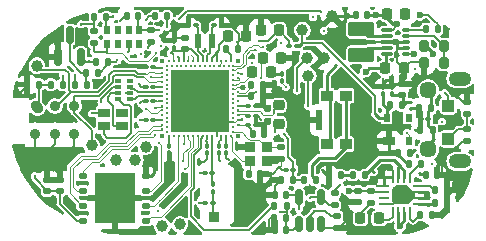
<source format=gbr>
G04 #@! TF.GenerationSoftware,KiCad,Pcbnew,7.0.10-7.0.10~ubuntu22.04.1*
G04 #@! TF.CreationDate,2024-02-23T20:42:25+01:00*
G04 #@! TF.ProjectId,dictofun,64696374-6f66-4756-9e2e-6b696361645f,rev?*
G04 #@! TF.SameCoordinates,Original*
G04 #@! TF.FileFunction,Copper,L1,Top*
G04 #@! TF.FilePolarity,Positive*
%FSLAX45Y45*%
G04 Gerber Fmt 4.5, Leading zero omitted, Abs format (unit mm)*
G04 Created by KiCad (PCBNEW 7.0.10-7.0.10~ubuntu22.04.1) date 2024-02-23 20:42:25*
%MOMM*%
%LPD*%
G01*
G04 APERTURE LIST*
G04 Aperture macros list*
%AMRoundRect*
0 Rectangle with rounded corners*
0 $1 Rounding radius*
0 $2 $3 $4 $5 $6 $7 $8 $9 X,Y pos of 4 corners*
0 Add a 4 corners polygon primitive as box body*
4,1,4,$2,$3,$4,$5,$6,$7,$8,$9,$2,$3,0*
0 Add four circle primitives for the rounded corners*
1,1,$1+$1,$2,$3*
1,1,$1+$1,$4,$5*
1,1,$1+$1,$6,$7*
1,1,$1+$1,$8,$9*
0 Add four rect primitives between the rounded corners*
20,1,$1+$1,$2,$3,$4,$5,0*
20,1,$1+$1,$4,$5,$6,$7,0*
20,1,$1+$1,$6,$7,$8,$9,0*
20,1,$1+$1,$8,$9,$2,$3,0*%
%AMHorizOval*
0 Thick line with rounded ends*
0 $1 width*
0 $2 $3 position (X,Y) of the first rounded end (center of the circle)*
0 $4 $5 position (X,Y) of the second rounded end (center of the circle)*
0 Add line between two ends*
20,1,$1,$2,$3,$4,$5,0*
0 Add two circle primitives to create the rounded ends*
1,1,$1,$2,$3*
1,1,$1,$4,$5*%
G04 Aperture macros list end*
G04 #@! TA.AperFunction,SMDPad,CuDef*
%ADD10RoundRect,0.140000X0.170000X-0.140000X0.170000X0.140000X-0.170000X0.140000X-0.170000X-0.140000X0*%
G04 #@! TD*
G04 #@! TA.AperFunction,SMDPad,CuDef*
%ADD11RoundRect,0.062500X-0.062500X0.375000X-0.062500X-0.375000X0.062500X-0.375000X0.062500X0.375000X0*%
G04 #@! TD*
G04 #@! TA.AperFunction,SMDPad,CuDef*
%ADD12RoundRect,0.062500X-0.375000X0.062500X-0.375000X-0.062500X0.375000X-0.062500X0.375000X0.062500X0*%
G04 #@! TD*
G04 #@! TA.AperFunction,ComponentPad*
%ADD13C,0.500000*%
G04 #@! TD*
G04 #@! TA.AperFunction,SMDPad,CuDef*
%ADD14R,1.450000X1.450000*%
G04 #@! TD*
G04 #@! TA.AperFunction,SMDPad,CuDef*
%ADD15RoundRect,0.135000X0.135000X0.185000X-0.135000X0.185000X-0.135000X-0.185000X0.135000X-0.185000X0*%
G04 #@! TD*
G04 #@! TA.AperFunction,SMDPad,CuDef*
%ADD16RoundRect,0.140000X0.140000X0.170000X-0.140000X0.170000X-0.140000X-0.170000X0.140000X-0.170000X0*%
G04 #@! TD*
G04 #@! TA.AperFunction,SMDPad,CuDef*
%ADD17RoundRect,0.135000X-0.185000X0.135000X-0.185000X-0.135000X0.185000X-0.135000X0.185000X0.135000X0*%
G04 #@! TD*
G04 #@! TA.AperFunction,SMDPad,CuDef*
%ADD18RoundRect,0.135000X-0.135000X-0.185000X0.135000X-0.185000X0.135000X0.185000X-0.135000X0.185000X0*%
G04 #@! TD*
G04 #@! TA.AperFunction,SMDPad,CuDef*
%ADD19RoundRect,0.218750X0.218750X0.256250X-0.218750X0.256250X-0.218750X-0.256250X0.218750X-0.256250X0*%
G04 #@! TD*
G04 #@! TA.AperFunction,SMDPad,CuDef*
%ADD20RoundRect,0.140000X-0.140000X-0.170000X0.140000X-0.170000X0.140000X0.170000X-0.140000X0.170000X0*%
G04 #@! TD*
G04 #@! TA.AperFunction,SMDPad,CuDef*
%ADD21RoundRect,0.140000X-0.170000X0.140000X-0.170000X-0.140000X0.170000X-0.140000X0.170000X0.140000X0*%
G04 #@! TD*
G04 #@! TA.AperFunction,SMDPad,CuDef*
%ADD22C,1.000000*%
G04 #@! TD*
G04 #@! TA.AperFunction,SMDPad,CuDef*
%ADD23RoundRect,0.100000X-0.130000X-0.100000X0.130000X-0.100000X0.130000X0.100000X-0.130000X0.100000X0*%
G04 #@! TD*
G04 #@! TA.AperFunction,SMDPad,CuDef*
%ADD24R,0.500000X0.800000*%
G04 #@! TD*
G04 #@! TA.AperFunction,SMDPad,CuDef*
%ADD25RoundRect,0.100000X0.130000X0.100000X-0.130000X0.100000X-0.130000X-0.100000X0.130000X-0.100000X0*%
G04 #@! TD*
G04 #@! TA.AperFunction,SMDPad,CuDef*
%ADD26RoundRect,0.100000X-0.100000X0.130000X-0.100000X-0.130000X0.100000X-0.130000X0.100000X0.130000X0*%
G04 #@! TD*
G04 #@! TA.AperFunction,SMDPad,CuDef*
%ADD27R,0.600000X1.200000*%
G04 #@! TD*
G04 #@! TA.AperFunction,SMDPad,CuDef*
%ADD28RoundRect,0.100000X0.100000X-0.130000X0.100000X0.130000X-0.100000X0.130000X-0.100000X-0.130000X0*%
G04 #@! TD*
G04 #@! TA.AperFunction,SMDPad,CuDef*
%ADD29RoundRect,0.150000X0.150000X-0.587500X0.150000X0.587500X-0.150000X0.587500X-0.150000X-0.587500X0*%
G04 #@! TD*
G04 #@! TA.AperFunction,SMDPad,CuDef*
%ADD30RoundRect,0.150000X0.150000X-0.512500X0.150000X0.512500X-0.150000X0.512500X-0.150000X-0.512500X0*%
G04 #@! TD*
G04 #@! TA.AperFunction,SMDPad,CuDef*
%ADD31RoundRect,0.147500X-0.147500X-0.172500X0.147500X-0.172500X0.147500X0.172500X-0.147500X0.172500X0*%
G04 #@! TD*
G04 #@! TA.AperFunction,SMDPad,CuDef*
%ADD32RoundRect,0.250000X-0.850000X0.375000X-0.850000X-0.375000X0.850000X-0.375000X0.850000X0.375000X0*%
G04 #@! TD*
G04 #@! TA.AperFunction,SMDPad,CuDef*
%ADD33RoundRect,0.225000X0.225000X0.250000X-0.225000X0.250000X-0.225000X-0.250000X0.225000X-0.250000X0*%
G04 #@! TD*
G04 #@! TA.AperFunction,SMDPad,CuDef*
%ADD34RoundRect,0.200000X0.200000X0.275000X-0.200000X0.275000X-0.200000X-0.275000X0.200000X-0.275000X0*%
G04 #@! TD*
G04 #@! TA.AperFunction,SMDPad,CuDef*
%ADD35R,0.500000X0.400000*%
G04 #@! TD*
G04 #@! TA.AperFunction,SMDPad,CuDef*
%ADD36R,0.500000X0.300000*%
G04 #@! TD*
G04 #@! TA.AperFunction,SMDPad,CuDef*
%ADD37RoundRect,0.225000X-0.225000X-0.250000X0.225000X-0.250000X0.225000X0.250000X-0.225000X0.250000X0*%
G04 #@! TD*
G04 #@! TA.AperFunction,SMDPad,CuDef*
%ADD38R,1.000000X0.900000*%
G04 #@! TD*
G04 #@! TA.AperFunction,SMDPad,CuDef*
%ADD39R,0.550000X1.700000*%
G04 #@! TD*
G04 #@! TA.AperFunction,SMDPad,CuDef*
%ADD40RoundRect,0.250000X-0.300000X0.300000X-0.300000X-0.300000X0.300000X-0.300000X0.300000X0.300000X0*%
G04 #@! TD*
G04 #@! TA.AperFunction,SMDPad,CuDef*
%ADD41RoundRect,0.012500X0.287500X0.112500X-0.287500X0.112500X-0.287500X-0.112500X0.287500X-0.112500X0*%
G04 #@! TD*
G04 #@! TA.AperFunction,SMDPad,CuDef*
%ADD42RoundRect,0.012500X0.437500X0.112500X-0.437500X0.112500X-0.437500X-0.112500X0.437500X-0.112500X0*%
G04 #@! TD*
G04 #@! TA.AperFunction,SMDPad,CuDef*
%ADD43RoundRect,0.012500X0.637500X0.112500X-0.637500X0.112500X-0.637500X-0.112500X0.637500X-0.112500X0*%
G04 #@! TD*
G04 #@! TA.AperFunction,SMDPad,CuDef*
%ADD44R,0.950000X0.850000*%
G04 #@! TD*
G04 #@! TA.AperFunction,SMDPad,CuDef*
%ADD45R,1.000000X0.800000*%
G04 #@! TD*
G04 #@! TA.AperFunction,SMDPad,CuDef*
%ADD46RoundRect,0.147500X0.147500X0.172500X-0.147500X0.172500X-0.147500X-0.172500X0.147500X-0.172500X0*%
G04 #@! TD*
G04 #@! TA.AperFunction,SMDPad,CuDef*
%ADD47C,0.910000*%
G04 #@! TD*
G04 #@! TA.AperFunction,SMDPad,CuDef*
%ADD48HorizOval,0.910000X-0.100000X0.100000X0.100000X-0.100000X0*%
G04 #@! TD*
G04 #@! TA.AperFunction,SMDPad,CuDef*
%ADD49RoundRect,0.125000X0.250000X0.125000X-0.250000X0.125000X-0.250000X-0.125000X0.250000X-0.125000X0*%
G04 #@! TD*
G04 #@! TA.AperFunction,SMDPad,CuDef*
%ADD50R,3.400000X4.300000*%
G04 #@! TD*
G04 #@! TA.AperFunction,SMDPad,CuDef*
%ADD51RoundRect,0.218750X0.256250X-0.218750X0.256250X0.218750X-0.256250X0.218750X-0.256250X-0.218750X0*%
G04 #@! TD*
G04 #@! TA.AperFunction,ComponentPad*
%ADD52R,0.850000X0.850000*%
G04 #@! TD*
G04 #@! TA.AperFunction,ComponentPad*
%ADD53C,0.610000*%
G04 #@! TD*
G04 #@! TA.AperFunction,SMDPad,CuDef*
%ADD54R,4.876800X5.283200*%
G04 #@! TD*
G04 #@! TA.AperFunction,SMDPad,CuDef*
%ADD55C,0.400000*%
G04 #@! TD*
G04 #@! TA.AperFunction,SMDPad,CuDef*
%ADD56C,0.225000*%
G04 #@! TD*
G04 #@! TA.AperFunction,SMDPad,CuDef*
%ADD57R,1.000000X0.700000*%
G04 #@! TD*
G04 #@! TA.AperFunction,SMDPad,CuDef*
%ADD58R,0.600000X0.700000*%
G04 #@! TD*
G04 #@! TA.AperFunction,ComponentPad*
%ADD59O,1.900000X1.200000*%
G04 #@! TD*
G04 #@! TA.AperFunction,ComponentPad*
%ADD60C,1.450000*%
G04 #@! TD*
G04 #@! TA.AperFunction,ViaPad*
%ADD61C,0.250000*%
G04 #@! TD*
G04 #@! TA.AperFunction,ViaPad*
%ADD62C,0.300000*%
G04 #@! TD*
G04 #@! TA.AperFunction,ViaPad*
%ADD63C,0.600000*%
G04 #@! TD*
G04 #@! TA.AperFunction,Conductor*
%ADD64C,0.127000*%
G04 #@! TD*
G04 #@! TA.AperFunction,Conductor*
%ADD65C,0.254000*%
G04 #@! TD*
G04 #@! TA.AperFunction,Conductor*
%ADD66C,0.090000*%
G04 #@! TD*
G04 #@! TA.AperFunction,Conductor*
%ADD67C,0.200000*%
G04 #@! TD*
G04 #@! TA.AperFunction,Conductor*
%ADD68C,0.150000*%
G04 #@! TD*
G04 APERTURE END LIST*
D10*
X11855000Y-10503000D03*
X11855000Y-10407000D03*
X11960000Y-10503000D03*
X11960000Y-10407000D03*
D11*
X14929000Y-10390250D03*
X14879000Y-10390250D03*
X14829000Y-10390250D03*
X14779000Y-10390250D03*
D12*
X14710250Y-10459000D03*
X14710250Y-10509000D03*
X14710250Y-10559000D03*
X14710250Y-10609000D03*
D11*
X14779000Y-10677750D03*
X14829000Y-10677750D03*
X14879000Y-10677750D03*
X14929000Y-10677750D03*
D12*
X14997750Y-10609000D03*
X14997750Y-10559000D03*
X14997750Y-10509000D03*
X14997750Y-10459000D03*
D13*
X14901500Y-10486500D03*
X14806500Y-10486500D03*
D14*
X14854000Y-10534000D03*
D13*
X14901500Y-10581500D03*
X14806500Y-10581500D03*
D15*
X15241000Y-10490000D03*
X15139000Y-10490000D03*
D16*
X15156000Y-10363000D03*
X15060000Y-10363000D03*
D17*
X14594000Y-10499000D03*
X14594000Y-10601000D03*
D15*
X14341000Y-10368000D03*
X14239000Y-10368000D03*
D18*
X14917000Y-10275000D03*
X15019000Y-10275000D03*
D15*
X14542000Y-10368000D03*
X14440000Y-10368000D03*
D19*
X14662750Y-10734000D03*
X14505250Y-10734000D03*
D16*
X15238000Y-10600000D03*
X15142000Y-10600000D03*
D18*
X15009000Y-10705000D03*
X15111000Y-10705000D03*
D15*
X15161000Y-9130000D03*
X15059000Y-9130000D03*
D17*
X15410000Y-9979000D03*
X15410000Y-10081000D03*
D20*
X13597000Y-10020000D03*
X13693000Y-10020000D03*
D21*
X13830000Y-10132000D03*
X13830000Y-10228000D03*
D22*
X12600000Y-10240000D03*
D19*
X13747500Y-9495000D03*
X13590000Y-9495000D03*
D22*
X12435000Y-10240000D03*
D23*
X13048000Y-9100000D03*
X13112000Y-9100000D03*
D17*
X12255000Y-9149000D03*
X12255000Y-9251000D03*
D24*
X12365000Y-9260000D03*
X12455000Y-9260000D03*
X12545000Y-9260000D03*
X12635000Y-9260000D03*
X12635000Y-9140000D03*
X12545000Y-9140000D03*
X12455000Y-9140000D03*
X12365000Y-9140000D03*
D25*
X12752000Y-9900000D03*
X12688000Y-9900000D03*
D26*
X13370000Y-10120000D03*
X13370000Y-10184000D03*
D15*
X12285000Y-9505000D03*
X12183000Y-9505000D03*
D23*
X13558000Y-9940000D03*
X13622000Y-9940000D03*
D10*
X15410000Y-9848000D03*
X15410000Y-9752000D03*
D27*
X13250000Y-9230000D03*
X13130000Y-9230000D03*
D16*
X13878000Y-10830000D03*
X13782000Y-10830000D03*
D15*
X15117000Y-9985000D03*
X15015000Y-9985000D03*
D26*
X13310000Y-10118000D03*
X13310000Y-10182000D03*
D25*
X13937000Y-10320000D03*
X13873000Y-10320000D03*
D22*
X12980000Y-10785000D03*
D10*
X14859000Y-9688000D03*
X14859000Y-9592000D03*
D28*
X14701000Y-9681000D03*
X14701000Y-9617000D03*
D16*
X12623000Y-9020000D03*
X12527000Y-9020000D03*
D15*
X13936000Y-10410000D03*
X13834000Y-10410000D03*
D18*
X12254000Y-9030000D03*
X12356000Y-9030000D03*
D16*
X14563000Y-9010000D03*
X14467000Y-9010000D03*
D22*
X12230000Y-10115000D03*
D17*
X14290000Y-10517000D03*
X14290000Y-10619000D03*
D25*
X13332000Y-9100000D03*
X13268000Y-9100000D03*
D28*
X14772000Y-9682000D03*
X14772000Y-9618000D03*
D18*
X11885000Y-9600000D03*
X11987000Y-9600000D03*
D29*
X11949000Y-9366000D03*
X12139000Y-9366000D03*
X12044000Y-9178500D03*
D30*
X13985000Y-10783750D03*
X14080000Y-10783750D03*
X14175000Y-10783750D03*
X14175000Y-10556250D03*
X13985000Y-10556250D03*
D26*
X12890000Y-10118000D03*
X12890000Y-10182000D03*
D22*
X12690000Y-10125000D03*
D28*
X12930000Y-9292000D03*
X12930000Y-9228000D03*
D31*
X15004500Y-9800000D03*
X15101500Y-9800000D03*
D32*
X14515000Y-9132500D03*
X14515000Y-9347500D03*
D33*
X13816500Y-9140000D03*
X13661500Y-9140000D03*
D34*
X15212500Y-9270000D03*
X15047500Y-9270000D03*
D26*
X13210000Y-10118000D03*
X13210000Y-10182000D03*
D21*
X12735000Y-9142000D03*
X12735000Y-9238000D03*
D25*
X13252000Y-10350000D03*
X13188000Y-10350000D03*
D22*
X14270000Y-9020000D03*
D35*
X12555000Y-9724000D03*
D36*
X12555000Y-9674000D03*
X12555000Y-9624000D03*
D35*
X12555000Y-9574000D03*
X12455000Y-9574000D03*
D36*
X12455000Y-9624000D03*
X12455000Y-9674000D03*
D35*
X12455000Y-9724000D03*
D10*
X13020000Y-9298000D03*
X13020000Y-9202000D03*
D37*
X14727500Y-9000000D03*
X14882500Y-9000000D03*
X14717500Y-9460000D03*
X14872500Y-9460000D03*
D22*
X11767000Y-9441000D03*
D15*
X13881000Y-10625000D03*
X13779000Y-10625000D03*
D25*
X13257000Y-10600000D03*
X13193000Y-10600000D03*
D21*
X14484000Y-10502000D03*
X14484000Y-10598000D03*
D34*
X15212500Y-9420000D03*
X15047500Y-9420000D03*
D28*
X13839000Y-9574000D03*
X13839000Y-9510000D03*
D37*
X13681000Y-9379000D03*
X13836000Y-9379000D03*
D22*
X14065000Y-9525000D03*
D20*
X13372000Y-9300000D03*
X13468000Y-9300000D03*
D26*
X13255000Y-10443000D03*
X13255000Y-10507000D03*
D22*
X14055000Y-9375000D03*
D38*
X14222500Y-10105000D03*
X14382500Y-10105000D03*
X14382500Y-9695000D03*
X14222500Y-9695000D03*
D39*
X14160000Y-9900000D03*
D20*
X13582000Y-9700000D03*
X13678000Y-9700000D03*
D25*
X15081000Y-9892000D03*
X15017000Y-9892000D03*
D22*
X14195000Y-9375000D03*
D20*
X13562000Y-10355000D03*
X13658000Y-10355000D03*
D25*
X12752000Y-9740000D03*
X12688000Y-9740000D03*
D23*
X13558000Y-9780000D03*
X13622000Y-9780000D03*
D40*
X15250000Y-9780000D03*
X15250000Y-10060000D03*
D18*
X12090000Y-9602000D03*
X12192000Y-9602000D03*
D23*
X13558000Y-9870000D03*
X13622000Y-9870000D03*
D25*
X13969000Y-9277000D03*
X13905000Y-9277000D03*
D41*
X14895000Y-9340000D03*
X14895000Y-9290000D03*
X14895000Y-9240000D03*
X14895000Y-9190000D03*
X14895000Y-9140000D03*
D42*
X14730000Y-9140000D03*
X14730000Y-9190000D03*
D43*
X14750000Y-9240000D03*
D42*
X14730000Y-9290000D03*
X14730000Y-9340000D03*
D16*
X13878000Y-10535000D03*
X13782000Y-10535000D03*
D44*
X13567500Y-10247500D03*
X13712500Y-10247500D03*
X13712500Y-10132500D03*
X13567500Y-10132500D03*
D45*
X12335000Y-9845000D03*
X12485000Y-9845000D03*
X12485000Y-9955000D03*
X12335000Y-9955000D03*
D31*
X14827500Y-10179000D03*
X14924500Y-10179000D03*
D46*
X14854500Y-9777000D03*
X14757500Y-9777000D03*
D20*
X13582000Y-9607000D03*
X13678000Y-9607000D03*
D25*
X12752000Y-9620000D03*
X12688000Y-9620000D03*
D47*
X11755000Y-10017000D03*
X11920000Y-10017000D03*
X12085000Y-10017000D03*
X12085000Y-9783000D03*
X11920000Y-9783000D03*
D48*
X11765000Y-9793000D03*
D22*
X12830000Y-10800000D03*
D18*
X14029000Y-10410000D03*
X14131000Y-10410000D03*
D49*
X12695000Y-10753000D03*
X12695000Y-10626000D03*
X12695000Y-10499000D03*
X12695000Y-10372000D03*
X12155000Y-10372000D03*
X12155000Y-10499000D03*
X12155000Y-10626000D03*
X12155000Y-10753000D03*
D50*
X12425000Y-10562500D03*
D25*
X12753000Y-9448000D03*
X12689000Y-9448000D03*
D51*
X13814000Y-9932750D03*
X13814000Y-9775250D03*
D52*
X13265000Y-10725000D03*
D15*
X13880000Y-10730000D03*
X13778000Y-10730000D03*
D22*
X14015000Y-9140000D03*
D53*
X12970000Y-9540000D03*
X12970000Y-9673300D03*
X12970000Y-9806700D03*
X12970000Y-9940000D03*
X13090000Y-9540000D03*
X13090000Y-9673300D03*
X13090000Y-9806700D03*
X13090000Y-9940000D03*
X13210000Y-9540000D03*
X13210000Y-9673300D03*
X13210000Y-9806700D03*
X13210000Y-9940000D03*
X13330000Y-9540000D03*
X13330000Y-9673300D03*
X13330000Y-9806700D03*
X13330000Y-9940000D03*
D54*
X13150000Y-9740320D03*
D55*
X13470000Y-9400000D03*
D56*
X13470000Y-9500000D03*
X13470000Y-9660000D03*
X13470000Y-9700000D03*
X13470000Y-9740000D03*
X13470000Y-9780000D03*
X13470000Y-9820000D03*
X13470000Y-9860000D03*
X13470000Y-9900000D03*
X13470000Y-9940000D03*
D55*
X13470000Y-10040000D03*
D56*
X13050000Y-9400000D03*
X13050000Y-10040000D03*
X13030000Y-9440000D03*
X13010000Y-9400000D03*
X13010000Y-10040000D03*
X12990000Y-9440000D03*
X12970000Y-9400000D03*
X12970000Y-10040000D03*
X12950000Y-9440000D03*
X12930000Y-9400000D03*
X12930000Y-10040000D03*
X12910000Y-9440000D03*
X12890000Y-9400000D03*
X12890000Y-10040000D03*
X12870000Y-9440000D03*
X12870000Y-9480000D03*
X12870000Y-9520000D03*
X12870000Y-9560000D03*
X12870000Y-9600000D03*
X12870000Y-9640000D03*
X12870000Y-9680000D03*
X12870000Y-9720000D03*
X12870000Y-9760000D03*
X12870000Y-9800000D03*
X12870000Y-9840000D03*
X12870000Y-9880000D03*
X12870000Y-9920000D03*
X12870000Y-9960000D03*
X12870000Y-10000000D03*
D55*
X12830000Y-9400000D03*
D56*
X12830000Y-9460000D03*
X12830000Y-9500000D03*
X12830000Y-9540000D03*
X12830000Y-9580000D03*
X12830000Y-9620000D03*
X12830000Y-9660000D03*
X12830000Y-9700000D03*
X12830000Y-9740000D03*
X12830000Y-9780000D03*
X12830000Y-9820000D03*
X12830000Y-9860000D03*
X12830000Y-9900000D03*
X12830000Y-9940000D03*
X12830000Y-9980000D03*
D55*
X12830000Y-10040000D03*
D56*
X13430000Y-9440000D03*
X13430000Y-9480000D03*
X13430000Y-9520000D03*
X13430000Y-9560000D03*
X13430000Y-9600000D03*
X13430000Y-9640000D03*
X13430000Y-9680000D03*
X13430000Y-9720000D03*
X13430000Y-9760000D03*
X13430000Y-9800000D03*
X13430000Y-9840000D03*
X13430000Y-9880000D03*
X13430000Y-9920000D03*
X13430000Y-9960000D03*
X13430000Y-10000000D03*
X13410000Y-9400000D03*
X13410000Y-10040000D03*
X13390000Y-9440000D03*
X13370000Y-9400000D03*
X13370000Y-10040000D03*
X13350000Y-9440000D03*
X13330000Y-9400000D03*
X13330000Y-10040000D03*
X13310000Y-9440000D03*
X13290000Y-9400000D03*
X13290000Y-10040000D03*
X13270000Y-9440000D03*
X13250000Y-9400000D03*
X13250000Y-10040000D03*
X13230000Y-9440000D03*
X13210000Y-9400000D03*
X13210000Y-10040000D03*
X13190000Y-9440000D03*
X13170000Y-9400000D03*
X13170000Y-10040000D03*
X13150000Y-9440000D03*
X13130000Y-9400000D03*
X13130000Y-10040000D03*
X13110000Y-9440000D03*
X13090000Y-9400000D03*
X13090000Y-10040000D03*
X13070000Y-9440000D03*
D17*
X14310000Y-10716000D03*
X14310000Y-10818000D03*
D15*
X12871000Y-9020000D03*
X12769000Y-9020000D03*
D16*
X11783000Y-9600000D03*
X11687000Y-9600000D03*
D33*
X13537500Y-9190000D03*
X13382500Y-9190000D03*
D57*
X14748000Y-10081000D03*
D58*
X14918000Y-10081000D03*
X14918000Y-9881000D03*
X14728000Y-9881000D03*
D15*
X12373000Y-9406000D03*
X12271000Y-9406000D03*
D59*
X15350000Y-9550000D03*
D60*
X15080000Y-9650000D03*
X15080000Y-10150000D03*
D59*
X15350000Y-10250000D03*
D61*
X14930000Y-9650000D03*
X13695000Y-10535000D03*
D62*
X13820000Y-10300000D03*
D61*
X14180000Y-10325000D03*
X13140000Y-10600000D03*
X13465000Y-9240000D03*
D63*
X15070000Y-10540000D03*
D61*
X13709000Y-9809000D03*
X13390000Y-10240000D03*
X12642000Y-9463000D03*
X12930000Y-9175000D03*
X12705000Y-9290000D03*
D63*
X14390000Y-9020000D03*
D61*
X13725000Y-10355000D03*
D63*
X14880000Y-9000000D03*
D61*
X12890000Y-10230000D03*
X15218000Y-10187000D03*
X13665000Y-9940000D03*
X13731000Y-10776000D03*
D63*
X15308000Y-10450000D03*
D62*
X11925000Y-10325000D03*
D61*
X13770000Y-10410000D03*
X12637368Y-9899251D03*
X13005000Y-9100000D03*
D62*
X14195000Y-9375000D03*
X15027000Y-9514000D03*
D61*
X13655000Y-9060000D03*
X13310000Y-9440000D03*
X13502181Y-9895903D03*
X14925000Y-9804000D03*
D63*
X14760000Y-10310000D03*
X15240000Y-10410000D03*
D61*
X12628000Y-9596000D03*
X13665000Y-9898000D03*
D63*
X14630000Y-10420000D03*
D61*
X14605000Y-10118000D03*
D62*
X12730000Y-10275000D03*
X12410000Y-10555000D03*
D61*
X13945000Y-9342000D03*
X14397000Y-10583000D03*
X13506000Y-9628000D03*
X14701000Y-9553000D03*
D63*
X14810000Y-9240000D03*
D62*
X11918000Y-9245000D03*
D61*
X12470000Y-9063000D03*
D62*
X15205000Y-9520000D03*
D61*
X12540000Y-9325000D03*
D62*
X12435000Y-10245000D03*
D61*
X14366000Y-10776000D03*
X11630000Y-9660000D03*
X11755000Y-10180000D03*
X14967000Y-9988000D03*
X13184000Y-10256000D03*
D62*
X13480000Y-10120000D03*
D61*
X13145000Y-10350000D03*
X12640000Y-9758000D03*
X13390000Y-9100000D03*
X14090000Y-9900000D03*
D62*
X11750000Y-10375000D03*
D61*
X13830000Y-9250000D03*
X12900000Y-9333000D03*
D63*
X15121482Y-9337722D03*
D61*
X12230000Y-9845000D03*
X11990000Y-9525000D03*
X13500000Y-9780000D03*
X13370000Y-10070000D03*
D62*
X13410000Y-9350000D03*
D61*
X12800000Y-9740000D03*
X12737000Y-9540000D03*
X13473000Y-9542000D03*
D63*
X14640000Y-9010000D03*
D62*
X12795000Y-10670000D03*
D61*
X13200000Y-10075000D03*
X12794000Y-9458000D03*
D62*
X12980000Y-10790000D03*
D61*
X12752000Y-9900000D03*
X12140000Y-9090000D03*
D62*
X12890000Y-10070000D03*
D61*
X13430000Y-9960000D03*
X12800000Y-9620000D03*
X14195000Y-9145000D03*
D63*
X14820000Y-9090000D03*
D61*
X13005000Y-10244000D03*
D62*
X12695000Y-10135000D03*
X12830000Y-10800000D03*
D61*
X13023000Y-10315000D03*
D62*
X15007500Y-10360000D03*
X14840000Y-10290000D03*
X14620000Y-10340000D03*
D61*
X12766000Y-10030000D03*
X12870000Y-10001000D03*
X12800000Y-10095000D03*
X12830000Y-9861000D03*
X12520000Y-9672000D03*
X12870000Y-9680000D03*
X13991000Y-9158000D03*
D62*
X15115000Y-10270000D03*
D61*
X14630000Y-9850000D03*
D62*
X15080000Y-10620000D03*
D61*
X14105000Y-9031000D03*
X13110000Y-9440000D03*
X14390000Y-10370000D03*
X14081000Y-10559000D03*
X12767000Y-9800000D03*
X14115000Y-10675000D03*
D62*
X12775000Y-9330000D03*
X12255000Y-9320000D03*
D61*
X12950000Y-9440000D03*
X12416000Y-9024000D03*
X12965000Y-9370000D03*
D62*
X12815000Y-9270000D03*
D61*
X13320000Y-10250000D03*
X13780000Y-10000000D03*
D62*
X12449000Y-9395000D03*
D61*
X12800000Y-9140000D03*
D63*
X15010000Y-9010000D03*
X14840000Y-10800000D03*
X14550000Y-9490000D03*
D61*
X14302500Y-9437500D03*
X13985000Y-10655000D03*
D63*
X14410000Y-10500000D03*
D61*
X13827000Y-10676000D03*
X12545000Y-9140000D03*
X12690000Y-9050000D03*
X15215000Y-10094000D03*
X14384023Y-10108542D03*
X12314000Y-9750000D03*
X12485000Y-9845000D03*
X14898000Y-10007000D03*
X15196000Y-9914000D03*
X13617000Y-9311000D03*
X13679000Y-9284000D03*
X14917000Y-9883000D03*
X13013000Y-10101000D03*
D62*
X12600000Y-10240000D03*
D61*
X12870000Y-9560000D03*
X12693753Y-9803728D03*
X13310000Y-10118000D03*
X13597000Y-10020000D03*
X13875000Y-9621000D03*
X13620000Y-9666000D03*
X13664000Y-9546000D03*
X13431000Y-9520000D03*
X13506000Y-9508000D03*
X13587000Y-9415000D03*
X13652000Y-9232000D03*
X14933000Y-9748000D03*
X13857500Y-10022500D03*
X13430000Y-9880000D03*
X12968000Y-9042000D03*
D62*
X12094000Y-9521000D03*
X14966647Y-9467129D03*
X15220000Y-9675000D03*
D63*
X14960000Y-9340000D03*
D61*
X14175000Y-8985000D03*
D62*
X14330000Y-10455000D03*
X14060000Y-9370000D03*
D61*
X13431000Y-9680000D03*
D62*
X13970000Y-9650000D03*
X14070000Y-9525000D03*
X14065000Y-9780000D03*
D61*
X13430000Y-9760000D03*
X14965000Y-10154000D03*
D62*
X12211000Y-9405000D03*
X12866000Y-9111300D03*
D61*
X12646000Y-9340000D03*
X13030000Y-9440000D03*
D64*
X15374000Y-10081000D02*
X15300000Y-10155000D01*
D65*
X14917000Y-10275000D02*
X14909000Y-10275000D01*
X14967000Y-9988000D02*
X14968000Y-9985000D01*
X15004500Y-9800000D02*
X15003300Y-9801200D01*
D64*
X12735000Y-9238000D02*
X12735000Y-9255000D01*
X14872500Y-9460000D02*
X14872500Y-9578500D01*
X14310000Y-10818000D02*
X14209250Y-10818000D01*
X13908000Y-9379000D02*
X13836000Y-9379000D01*
X14366000Y-10776000D02*
X14324000Y-10818000D01*
X11630000Y-9660000D02*
X11635000Y-9655000D01*
D65*
X14748000Y-9561000D02*
X14727000Y-9561000D01*
D64*
X11949000Y-9366000D02*
X11949000Y-9283000D01*
X13332000Y-9100000D02*
X13390000Y-9100000D01*
D65*
X14160000Y-9900000D02*
X14090000Y-9900000D01*
D64*
X13622000Y-9870000D02*
X13637000Y-9870000D01*
X15027000Y-9514000D02*
X15047500Y-9493500D01*
X13765000Y-10355000D02*
X13820000Y-10300000D01*
D65*
X14062500Y-9900000D02*
X13790000Y-9627500D01*
X15238000Y-10600000D02*
X15238000Y-10632000D01*
X15080000Y-10540000D02*
X15090000Y-10550000D01*
D64*
X13699000Y-9809000D02*
X13670000Y-9780000D01*
D66*
X13492500Y-10132500D02*
X13480000Y-10120000D01*
X13661500Y-9140000D02*
X13661500Y-9066500D01*
D65*
X15241000Y-10401000D02*
X15241000Y-10409000D01*
D64*
X13840000Y-10320000D02*
X13820000Y-10300000D01*
D65*
X15003300Y-9801200D02*
X14933800Y-9801200D01*
X15015000Y-9985000D02*
X14970000Y-9985000D01*
D64*
X13670000Y-9780000D02*
X13622000Y-9780000D01*
X12930000Y-9238000D02*
X12930000Y-9175000D01*
X14209250Y-10818000D02*
X14175000Y-10783750D01*
X13693000Y-9968000D02*
X13665000Y-9940000D01*
X11960000Y-10407000D02*
X11960000Y-10365000D01*
D65*
X14925000Y-9804000D02*
X14928200Y-9801200D01*
X14457000Y-9020000D02*
X14467000Y-9010000D01*
X15240000Y-10410000D02*
X15241000Y-10411000D01*
D64*
X15218000Y-10187000D02*
X15215000Y-10187000D01*
D66*
X13503550Y-9623550D02*
X13506000Y-9626000D01*
D65*
X15050000Y-10510000D02*
X15080000Y-10510000D01*
D64*
X11920000Y-10017000D02*
X11920000Y-10105000D01*
X14872500Y-9578500D02*
X14859000Y-9592000D01*
D65*
X14772000Y-9618000D02*
X14772000Y-9585000D01*
D64*
X15300000Y-10155000D02*
X15255000Y-10155000D01*
D65*
X15238000Y-10632000D02*
X15165000Y-10705000D01*
X14090000Y-9900000D02*
X14062500Y-9900000D01*
D66*
X13330000Y-9416513D02*
X13330000Y-9400000D01*
D65*
X15004500Y-9879500D02*
X15017000Y-9892000D01*
X14909000Y-10275000D02*
X14827500Y-10193500D01*
X14860000Y-9290000D02*
X14820000Y-9290000D01*
X12695000Y-10372000D02*
X12733000Y-10372000D01*
X14820000Y-9290000D02*
X14820000Y-9250000D01*
D64*
X12085000Y-10017000D02*
X12085000Y-10120000D01*
D67*
X14710250Y-10609000D02*
X14779000Y-10609000D01*
D64*
X13020000Y-9202000D02*
X12957000Y-9202000D01*
X11918000Y-9245000D02*
X11922000Y-9256000D01*
D65*
X12733000Y-10372000D02*
X12755000Y-10350000D01*
D64*
X11855000Y-10345000D02*
X11855000Y-10407000D01*
D65*
X14827500Y-10193500D02*
X14827500Y-10179000D01*
D64*
X15047500Y-9493500D02*
X15047500Y-9420000D01*
X11755000Y-10017000D02*
X11755000Y-10180000D01*
X11925000Y-10330000D02*
X11925000Y-10325000D01*
D65*
X15070000Y-10540000D02*
X15080000Y-10540000D01*
D64*
X13873000Y-10320000D02*
X13840000Y-10320000D01*
X12642000Y-9463000D02*
X12677000Y-9460000D01*
X15200000Y-10205000D02*
X15218000Y-10187000D01*
X13678000Y-9772000D02*
X13678000Y-9700000D01*
D66*
X13310000Y-9440000D02*
X13317000Y-9440000D01*
D64*
X11835000Y-10180000D02*
X11755000Y-10180000D01*
X12957000Y-9202000D02*
X12930000Y-9175000D01*
X13675000Y-9775000D02*
X13670000Y-9780000D01*
D65*
X14997750Y-10559000D02*
X15081000Y-10559000D01*
X14239000Y-10368000D02*
X14223000Y-10368000D01*
D64*
X15379000Y-9752000D02*
X15205000Y-9578000D01*
X12688000Y-9740000D02*
X12658000Y-9740000D01*
X11918000Y-9252000D02*
X11918000Y-9245000D01*
D65*
X15165000Y-10705000D02*
X15111000Y-10705000D01*
D64*
X13330000Y-9920000D02*
X13150000Y-9740000D01*
X13658000Y-10355000D02*
X13725000Y-10355000D01*
X13210000Y-10182000D02*
X13210000Y-10230000D01*
D65*
X15004500Y-9800000D02*
X15004500Y-9879500D01*
D64*
X15255000Y-10155000D02*
X15223000Y-10187000D01*
X13468000Y-9243000D02*
X13465000Y-9240000D01*
D66*
X13810500Y-10247500D02*
X13830000Y-10228000D01*
D64*
X13193000Y-10600000D02*
X13140000Y-10600000D01*
X12545000Y-9260000D02*
X12545000Y-9320000D01*
D65*
X14827500Y-10179000D02*
X14774000Y-10179000D01*
D66*
X13317000Y-9440000D02*
X13319250Y-9437750D01*
D64*
X13755000Y-10830000D02*
X13782000Y-10830000D01*
D65*
X14970000Y-9985000D02*
X14967000Y-9988000D01*
D64*
X13725000Y-10355000D02*
X13765000Y-10355000D01*
X14710250Y-10459000D02*
X14649000Y-10459000D01*
D66*
X13830000Y-10228000D02*
X13830000Y-10290000D01*
D65*
X14748000Y-10153000D02*
X14748000Y-10081000D01*
D64*
X13290000Y-9880000D02*
X13150000Y-9740000D01*
X12652000Y-9620000D02*
X12628000Y-9596000D01*
X13762500Y-9600000D02*
X13790000Y-9627500D01*
X15200000Y-10340000D02*
X15190000Y-10350000D01*
X12545000Y-9320000D02*
X12540000Y-9325000D01*
X13477500Y-9174863D02*
X13402637Y-9100000D01*
X11920000Y-10325000D02*
X11875000Y-10325000D01*
X13188000Y-10350000D02*
X13145000Y-10350000D01*
D66*
X13430000Y-9920000D02*
X13443897Y-9920000D01*
X13430000Y-9640000D02*
X13445910Y-9640000D01*
D65*
X15238000Y-10493000D02*
X15241000Y-10490000D01*
D64*
X15037500Y-9410000D02*
X14922500Y-9410000D01*
D65*
X14390000Y-9020000D02*
X14457000Y-9020000D01*
D64*
X12085000Y-10120000D02*
X12025000Y-10180000D01*
X11875000Y-10325000D02*
X11855000Y-10345000D01*
X13430000Y-9920000D02*
X13330000Y-9920000D01*
X13945000Y-9342000D02*
X13908000Y-9379000D01*
D65*
X14774000Y-10179000D02*
X14748000Y-10153000D01*
D66*
X13443897Y-9920000D02*
X13463897Y-9900000D01*
D64*
X14820000Y-9407500D02*
X14820000Y-9290000D01*
X13670000Y-9780000D02*
X13678000Y-9772000D01*
X12677000Y-9460000D02*
X12689000Y-9448000D01*
X11755000Y-10180000D02*
X11755000Y-10195000D01*
X13782000Y-10535000D02*
X13782000Y-10462000D01*
D68*
X12890000Y-10182000D02*
X12890000Y-10230000D01*
D65*
X15308000Y-10450000D02*
X15308000Y-10470000D01*
D67*
X14779000Y-10609000D02*
X14806500Y-10581500D01*
D64*
X12735000Y-9255000D02*
X12720000Y-9270000D01*
D65*
X15015000Y-9894000D02*
X15017000Y-9892000D01*
X15015000Y-9985000D02*
X15015000Y-9894000D01*
D66*
X13661500Y-9066500D02*
X13655000Y-9060000D01*
X13319250Y-9427263D02*
X13330000Y-9416513D01*
D64*
X13402637Y-9100000D02*
X13390000Y-9100000D01*
X11949000Y-9283000D02*
X11921000Y-9255000D01*
X11960000Y-10365000D02*
X11925000Y-10330000D01*
D65*
X12755000Y-10300000D02*
X12730000Y-10275000D01*
X14603000Y-10118000D02*
X14613000Y-10108000D01*
D66*
X13506000Y-9628000D02*
X13508000Y-9628000D01*
D64*
X14412000Y-10598000D02*
X14484000Y-10598000D01*
D65*
X12755000Y-10350000D02*
X12755000Y-10300000D01*
D64*
X13622000Y-9940000D02*
X13665000Y-9940000D01*
D65*
X15190000Y-10350000D02*
X15241000Y-10401000D01*
D64*
X13470000Y-9900000D02*
X13500000Y-9900000D01*
D65*
X15158000Y-10350000D02*
X15190000Y-10350000D01*
D66*
X13830000Y-10290000D02*
X13820000Y-10300000D01*
D64*
X13048000Y-9100000D02*
X13005000Y-9100000D01*
D65*
X14859000Y-9592000D02*
X14798000Y-9592000D01*
D64*
X12720000Y-9270000D02*
X12705000Y-9285000D01*
X13637000Y-9870000D02*
X13665000Y-9898000D01*
X14872500Y-9460000D02*
X14820000Y-9407500D01*
D66*
X13567500Y-10132500D02*
X13492500Y-10132500D01*
D65*
X14997750Y-10509000D02*
X15049000Y-10509000D01*
X14748000Y-10081000D02*
X14640000Y-10081000D01*
D64*
X13370000Y-10184000D02*
X13370000Y-10220000D01*
X12658000Y-9740000D02*
X12640000Y-9758000D01*
X13731000Y-10776000D02*
X13731000Y-10806000D01*
X11921000Y-9252000D02*
X11918000Y-9252000D01*
D66*
X13508000Y-9628000D02*
X13507500Y-9627500D01*
D64*
X14649000Y-10459000D02*
X14630000Y-10420000D01*
X13537500Y-9190000D02*
X13515000Y-9190000D01*
X14922500Y-9410000D02*
X14872500Y-9460000D01*
D65*
X14798000Y-9592000D02*
X14772000Y-9618000D01*
X14605000Y-10118000D02*
X14603000Y-10118000D01*
D64*
X14779000Y-10329000D02*
X14760000Y-10310000D01*
D65*
X14933800Y-9801200D02*
X14925000Y-9804000D01*
D64*
X14324000Y-10818000D02*
X14310000Y-10818000D01*
D65*
X15049000Y-10509000D02*
X15050000Y-10510000D01*
D64*
X11920000Y-10325000D02*
X11920000Y-10325000D01*
D66*
X13463897Y-9900000D02*
X13470000Y-9900000D01*
D64*
X13515000Y-9190000D02*
X13477500Y-9227500D01*
X11920000Y-10105000D02*
X11845000Y-10180000D01*
X13370000Y-10220000D02*
X13390000Y-10240000D01*
X13782000Y-10535000D02*
X13695000Y-10535000D01*
D65*
X14270000Y-9020000D02*
X14390000Y-9020000D01*
X15241000Y-10409000D02*
X15240000Y-10410000D01*
X14928200Y-9801200D02*
X14931000Y-9801200D01*
D64*
X15223000Y-10187000D02*
X15218000Y-10187000D01*
D65*
X14860000Y-9290000D02*
X14860000Y-9290000D01*
D64*
X12705000Y-9285000D02*
X12705000Y-9290000D01*
X13709000Y-9809000D02*
X13675000Y-9775000D01*
X13782000Y-10462000D02*
X13834000Y-10410000D01*
X13731000Y-10776000D02*
X13731000Y-10744000D01*
D65*
X14727000Y-9561000D02*
X14701000Y-9587000D01*
X14223000Y-10368000D02*
X14180000Y-10325000D01*
D64*
X11921000Y-9255000D02*
X11921000Y-9252000D01*
X15410000Y-9752000D02*
X15379000Y-9752000D01*
X15200000Y-10340000D02*
X15200000Y-10205000D01*
X13477500Y-9227500D02*
X13477500Y-9174863D01*
X14779000Y-10390250D02*
X14779000Y-10329000D01*
X14397000Y-10583000D02*
X14412000Y-10598000D01*
D66*
X13462360Y-9623550D02*
X13503550Y-9623550D01*
D64*
X14630000Y-10420000D02*
X14630000Y-10440000D01*
X11845000Y-10180000D02*
X11835000Y-10180000D01*
D66*
X13712500Y-10247500D02*
X13810500Y-10247500D01*
D64*
X13745000Y-10730000D02*
X13778000Y-10730000D01*
D65*
X14895000Y-9240000D02*
X14810000Y-9240000D01*
D64*
X13945000Y-9342000D02*
X13945000Y-9340000D01*
X13290000Y-10040000D02*
X13290000Y-9880000D01*
X15047500Y-9420000D02*
X15037500Y-9410000D01*
X15410000Y-10081000D02*
X15374000Y-10081000D01*
D66*
X13445910Y-9640000D02*
X13462360Y-9623550D01*
D68*
X14701000Y-9553000D02*
X14701000Y-9585000D01*
D64*
X13145000Y-10350000D02*
X13150000Y-10350000D01*
X13834000Y-10410000D02*
X13770000Y-10410000D01*
X13731000Y-10806000D02*
X13755000Y-10830000D01*
D65*
X14772000Y-9585000D02*
X14748000Y-9561000D01*
D64*
X13678000Y-9600000D02*
X13762500Y-9600000D01*
X13731000Y-10744000D02*
X13745000Y-10730000D01*
X12470000Y-9063000D02*
X12513000Y-9020000D01*
X11925000Y-10325000D02*
X11920000Y-10325000D01*
D65*
X15238000Y-10540000D02*
X15238000Y-10493000D01*
D64*
X13210000Y-10230000D02*
X13184000Y-10256000D01*
X12025000Y-10180000D02*
X11835000Y-10180000D01*
D65*
X14820000Y-9250000D02*
X14810000Y-9240000D01*
D64*
X15205000Y-9578000D02*
X15205000Y-9520000D01*
D65*
X15238000Y-10600000D02*
X15238000Y-10540000D01*
X15308000Y-10470000D02*
X15238000Y-10540000D01*
X14701000Y-9587000D02*
X14701000Y-9617000D01*
D64*
X12688000Y-9620000D02*
X12652000Y-9620000D01*
D65*
X15241000Y-10411000D02*
X15241000Y-10490000D01*
X14640000Y-10081000D02*
X14605000Y-10116000D01*
D64*
X13945000Y-9340000D02*
X13939000Y-9334000D01*
X13709000Y-9809000D02*
X13699000Y-9809000D01*
D66*
X13319250Y-9437750D02*
X13319250Y-9427263D01*
D65*
X14895000Y-9290000D02*
X14860000Y-9290000D01*
D66*
X13506000Y-9626000D02*
X13506000Y-9628000D01*
D64*
X13693000Y-10020000D02*
X13693000Y-9968000D01*
X11687000Y-9603000D02*
X11630000Y-9660000D01*
X13468000Y-9300000D02*
X13468000Y-9243000D01*
D65*
X15081000Y-10559000D02*
X15090000Y-10550000D01*
X14605000Y-10116000D02*
X14605000Y-10118000D01*
D64*
X12688000Y-9900000D02*
X12640000Y-9900000D01*
X12513000Y-9020000D02*
X12527000Y-9020000D01*
X11687000Y-9600000D02*
X11687000Y-9603000D01*
D65*
X15080000Y-10510000D02*
X15070000Y-10540000D01*
D64*
X13477500Y-9227500D02*
X13465000Y-9240000D01*
X12830000Y-9740000D02*
X12800000Y-9740000D01*
X13470000Y-9780000D02*
X13500000Y-9780000D01*
X13370000Y-10040000D02*
X13370000Y-10070000D01*
X13410000Y-9348000D02*
X13362000Y-9300000D01*
X13500000Y-9780000D02*
X13558000Y-9780000D01*
X12145000Y-9090000D02*
X12145000Y-9090000D01*
X12335000Y-9845000D02*
X12230000Y-9845000D01*
X11855000Y-10500000D02*
X11750000Y-10395000D01*
D66*
X12920000Y-9383897D02*
X12920000Y-9345000D01*
D64*
X12254000Y-9030000D02*
X12254000Y-9090000D01*
D65*
X15060000Y-9270000D02*
X15120000Y-9330000D01*
D64*
X12103000Y-10753000D02*
X11960000Y-10610000D01*
X12800000Y-9460000D02*
X12830000Y-9460000D01*
X14820000Y-9100000D02*
X14820000Y-9090000D01*
X13130000Y-9360000D02*
X13068000Y-9298000D01*
X12786150Y-9740000D02*
X12738150Y-9740000D01*
D65*
X14640000Y-9010000D02*
X14717500Y-9010000D01*
D66*
X12830000Y-9540000D02*
X12737000Y-9540000D01*
X13475000Y-9560000D02*
X13430000Y-9560000D01*
D64*
X13210000Y-10040000D02*
X13210000Y-10065000D01*
X11750000Y-10395000D02*
X11750000Y-10375000D01*
X13010000Y-9320000D02*
X13010000Y-9350000D01*
X13130000Y-9400000D02*
X13130000Y-9360000D01*
X13010000Y-9350000D02*
X13010000Y-9308000D01*
X11855000Y-10503000D02*
X11855000Y-10500000D01*
X12738150Y-9460000D02*
X12786150Y-9460000D01*
X12920000Y-9345000D02*
X12908000Y-9333000D01*
X12254000Y-9148000D02*
X12255000Y-9149000D01*
X12800000Y-9620000D02*
X12830000Y-9620000D01*
X12140000Y-9090000D02*
X12140000Y-9095000D01*
X13200000Y-10075000D02*
X13210000Y-10085000D01*
X12890000Y-10040000D02*
X12890000Y-10070000D01*
X12900000Y-9332000D02*
X12930000Y-9302000D01*
X14820000Y-9090000D02*
X14830000Y-9090000D01*
X13410000Y-9350000D02*
X13410000Y-9348000D01*
X12913000Y-9320000D02*
X13010000Y-9320000D01*
X13370000Y-10070000D02*
X13370000Y-10120000D01*
D65*
X14717500Y-9010000D02*
X14727500Y-9000000D01*
D64*
X14730000Y-9140000D02*
X14780000Y-9140000D01*
X13010000Y-9400000D02*
X13010000Y-9350000D01*
D65*
X14563000Y-9010000D02*
X14640000Y-9010000D01*
D64*
X12830000Y-9900000D02*
X12752000Y-9900000D01*
X12254000Y-9090000D02*
X12145000Y-9090000D01*
X12155000Y-10753000D02*
X12103000Y-10753000D01*
X13410000Y-9400000D02*
X13410000Y-9350000D01*
D66*
X13475000Y-9560000D02*
X13475000Y-9544000D01*
D65*
X14727500Y-9000000D02*
X14727500Y-9037500D01*
D64*
X12900000Y-9333000D02*
X12900000Y-9332000D01*
X14830000Y-9090000D02*
X14830000Y-9090000D01*
X13068000Y-9298000D02*
X13020000Y-9298000D01*
D65*
X14727500Y-9037500D02*
X14780000Y-9090000D01*
D64*
X12254000Y-9090000D02*
X12254000Y-9148000D01*
X12140000Y-9095000D02*
X12140000Y-9095000D01*
X12890000Y-10070000D02*
X12890000Y-10118000D01*
X11987000Y-9600000D02*
X11987000Y-9528000D01*
D65*
X14780000Y-9090000D02*
X14820000Y-9090000D01*
D64*
X11960000Y-10610000D02*
X11960000Y-10503000D01*
D66*
X12930000Y-9393897D02*
X12920000Y-9383897D01*
D64*
X12145000Y-9090000D02*
X12140000Y-9090000D01*
X13010000Y-9308000D02*
X13020000Y-9298000D01*
D65*
X15047500Y-9270000D02*
X15060000Y-9270000D01*
D64*
X12752000Y-9620000D02*
X12800000Y-9620000D01*
D66*
X13475000Y-9544000D02*
X13473000Y-9542000D01*
D64*
X13210000Y-10065000D02*
X13200000Y-10075000D01*
X11987000Y-9528000D02*
X11990000Y-9525000D01*
X12908000Y-9333000D02*
X12900000Y-9333000D01*
X12900000Y-9333000D02*
X12913000Y-9320000D01*
X11960000Y-10503000D02*
X11855000Y-10503000D01*
X14780000Y-9140000D02*
X14820000Y-9100000D01*
X13210000Y-10085000D02*
X13210000Y-10118000D01*
D66*
X13050000Y-10040000D02*
X13050000Y-10065360D01*
X13050000Y-10065360D02*
X13060000Y-10075360D01*
X13005000Y-10244000D02*
X13005000Y-10247000D01*
X13060000Y-10075360D02*
X13060000Y-10128000D01*
X13005000Y-10183000D02*
X13005000Y-10244000D01*
X13060000Y-10128000D02*
X13005000Y-10183000D01*
X13050000Y-10173059D02*
X13090000Y-10133059D01*
X13050000Y-10288000D02*
X13050000Y-10173059D01*
X13023000Y-10315000D02*
X13050000Y-10288000D01*
X13090000Y-10133059D02*
X13090000Y-10040000D01*
D65*
X15062000Y-10350000D02*
X15007500Y-10360000D01*
X14829000Y-10390250D02*
X14829000Y-10301000D01*
X14590000Y-10320000D02*
X14542000Y-10368000D01*
X14879000Y-10390250D02*
X14879000Y-10329000D01*
X14790000Y-10240000D02*
X14670000Y-10240000D01*
X14600000Y-10320000D02*
X14620000Y-10340000D01*
X14590000Y-10320000D02*
X14600000Y-10320000D01*
X15007500Y-10360000D02*
X15000000Y-10350000D01*
X14840000Y-10290000D02*
X14790000Y-10240000D01*
X14670000Y-10240000D02*
X14590000Y-10320000D01*
X14879000Y-10329000D02*
X14840000Y-10290000D01*
X14829000Y-10301000D02*
X14840000Y-10290000D01*
D66*
X12517500Y-10097500D02*
X12621000Y-9994000D01*
X12377500Y-10097500D02*
X12517500Y-10097500D01*
X12151000Y-10626000D02*
X12045000Y-10520000D01*
X12517500Y-10097500D02*
X12520000Y-10095000D01*
X12820000Y-9950000D02*
X12830000Y-9940000D01*
X12045000Y-10300000D02*
X12139000Y-10206000D01*
X12704419Y-9994000D02*
X12748419Y-9950000D01*
X12045000Y-10520000D02*
X12045000Y-10300000D01*
X12139000Y-10206000D02*
X12269000Y-10206000D01*
X12155000Y-10626000D02*
X12151000Y-10626000D01*
X12748419Y-9950000D02*
X12820000Y-9950000D01*
X12269000Y-10206000D02*
X12377500Y-10097500D01*
X12621000Y-9994000D02*
X12704419Y-9994000D01*
X12747360Y-9985000D02*
X12825000Y-9985000D01*
X12390000Y-10121500D02*
X12529559Y-10121500D01*
X12104000Y-10499000D02*
X12075000Y-10470000D01*
X12529559Y-10121500D02*
X12633059Y-10018000D01*
X12075000Y-10310000D02*
X12155000Y-10230000D01*
X12281500Y-10230000D02*
X12390000Y-10121500D01*
X12075000Y-10470000D02*
X12075000Y-10310000D01*
X12155000Y-10230000D02*
X12281500Y-10230000D01*
X12633059Y-10018000D02*
X12721000Y-10018000D01*
X12825000Y-9985000D02*
X12830000Y-9980000D01*
X12721000Y-10011360D02*
X12747360Y-9985000D01*
X12155000Y-10499000D02*
X12104000Y-10499000D01*
X12721000Y-10018000D02*
X12721000Y-10011360D01*
X12231000Y-10254000D02*
X12155000Y-10330000D01*
X12291441Y-10254000D02*
X12231000Y-10254000D01*
X12155000Y-10330000D02*
X12155000Y-10372000D01*
X12754000Y-10042000D02*
X12643000Y-10042000D01*
X12399941Y-10145500D02*
X12291441Y-10254000D01*
X12539500Y-10145500D02*
X12399941Y-10145500D01*
X12643000Y-10042000D02*
X12539500Y-10145500D01*
X12766000Y-10030000D02*
X12754000Y-10042000D01*
X12814675Y-10717500D02*
X12730500Y-10717500D01*
X13130000Y-10127000D02*
X13074150Y-10182850D01*
X13130000Y-10040000D02*
X13130000Y-10127000D01*
X12730500Y-10717500D02*
X12695000Y-10753000D01*
X13074150Y-10458025D02*
X12814675Y-10717500D01*
X13074150Y-10182850D02*
X13074150Y-10458025D01*
X12759000Y-10626000D02*
X12802500Y-10582500D01*
X12802500Y-10582500D02*
X12805000Y-10580000D01*
X12970000Y-10040000D02*
X12965000Y-10045000D01*
X12695000Y-10626000D02*
X12759000Y-10626000D01*
X12965000Y-10045000D02*
X12965000Y-10420000D01*
X12965000Y-10420000D02*
X12802500Y-10582500D01*
X12695000Y-10499000D02*
X12736000Y-10499000D01*
X12736000Y-10499000D02*
X12820000Y-10415000D01*
X12820000Y-10415000D02*
X12820000Y-10115000D01*
X12820000Y-10115000D02*
X12800000Y-10095000D01*
X13430000Y-10000000D02*
X13500000Y-10000000D01*
X13500000Y-10000000D02*
X13549500Y-10049500D01*
X13712500Y-10132500D02*
X13829500Y-10132500D01*
X13650500Y-10070500D02*
X13712500Y-10132500D01*
X13829500Y-10132500D02*
X13830000Y-10132000D01*
X13568736Y-10070500D02*
X13650500Y-10070500D01*
X13549500Y-10049500D02*
X13549500Y-10051264D01*
X13549500Y-10051264D02*
X13568736Y-10070500D01*
X13507500Y-10247500D02*
X13567500Y-10247500D01*
X13567500Y-10247500D02*
X13567500Y-10349500D01*
X13410000Y-10040000D02*
X13420000Y-10050000D01*
X13420000Y-10160000D02*
X13507500Y-10247500D01*
X13420000Y-10050000D02*
X13420000Y-10160000D01*
X13567500Y-10349500D02*
X13562000Y-10355000D01*
D64*
X12522000Y-9674000D02*
X12555000Y-9674000D01*
X12520000Y-9672000D02*
X12522000Y-9674000D01*
X12592700Y-9635000D02*
X12560000Y-9635000D01*
X12622700Y-9665000D02*
X12592700Y-9635000D01*
X12830000Y-9660000D02*
X12825000Y-9665000D01*
X12825000Y-9665000D02*
X12622700Y-9665000D01*
X12830000Y-9700000D02*
X12825000Y-9695000D01*
X12596000Y-9724000D02*
X12555000Y-9724000D01*
X12625000Y-9695000D02*
X12596000Y-9724000D01*
X12825000Y-9695000D02*
X12625000Y-9695000D01*
D65*
X15069000Y-10609000D02*
X15080000Y-10620000D01*
X14701000Y-9681000D02*
X14701000Y-9774000D01*
X14769500Y-9777000D02*
X14769500Y-9779500D01*
X14661000Y-9881000D02*
X14630000Y-9850000D01*
X13966000Y-9274000D02*
X13969000Y-9277000D01*
X15123000Y-10609000D02*
X15132000Y-10600000D01*
X14728000Y-9881000D02*
X14661000Y-9881000D01*
X13969000Y-9277000D02*
X13988000Y-9277000D01*
X14769500Y-9779500D02*
X14738000Y-9811000D01*
X15091000Y-10609000D02*
X15123000Y-10609000D01*
X13988000Y-9277000D02*
X14015000Y-9250000D01*
D68*
X14185000Y-9250000D02*
X14630000Y-9695000D01*
X14015000Y-9250000D02*
X14185000Y-9250000D01*
D65*
X14728000Y-9821000D02*
X14728000Y-9881000D01*
D68*
X14630000Y-9695000D02*
X14630000Y-9850000D01*
D65*
X15080000Y-10620000D02*
X15091000Y-10609000D01*
D68*
X14015000Y-9250000D02*
X14015000Y-9140000D01*
D65*
X14701000Y-9774000D02*
X14738000Y-9811000D01*
X14738000Y-9811000D02*
X14728000Y-9821000D01*
X14997750Y-10609000D02*
X15069000Y-10609000D01*
X14392000Y-10368000D02*
X14390000Y-10370000D01*
X14390000Y-10370000D02*
X14388000Y-10368000D01*
X14388000Y-10368000D02*
X14341000Y-10368000D01*
X14440000Y-10368000D02*
X14392000Y-10368000D01*
D64*
X13162600Y-10042400D02*
X13162600Y-10053503D01*
X13100000Y-10475000D02*
X13070000Y-10505000D01*
X13160000Y-10135000D02*
X13100000Y-10195000D01*
X13165000Y-10040000D02*
X13162600Y-10042400D01*
X13185000Y-10830000D02*
X13565000Y-10830000D01*
X13070000Y-10505000D02*
X13070000Y-10715000D01*
X13170000Y-10040000D02*
X13165000Y-10040000D01*
X13100000Y-10195000D02*
X13100000Y-10475000D01*
X13770000Y-10625000D02*
X13779000Y-10625000D01*
X13070000Y-10715000D02*
X13185000Y-10830000D01*
X13779000Y-10646000D02*
X13779000Y-10630000D01*
X13160000Y-10056103D02*
X13160000Y-10135000D01*
X13565000Y-10830000D02*
X13770000Y-10625000D01*
X13162600Y-10053503D02*
X13160000Y-10056103D01*
X11885000Y-9600000D02*
X11783000Y-9600000D01*
X11783000Y-9755000D02*
X11783000Y-9600000D01*
X11755000Y-9783000D02*
X11783000Y-9755000D01*
X13257000Y-10717000D02*
X13265000Y-10725000D01*
X13257000Y-10600000D02*
X13257000Y-10717000D01*
X13255000Y-10598000D02*
X13257000Y-10600000D01*
X13255000Y-10507000D02*
X13255000Y-10598000D01*
X14290000Y-10619000D02*
X14237750Y-10619000D01*
X14083750Y-10556250D02*
X14175000Y-10556250D01*
X14237750Y-10619000D02*
X14175000Y-10556250D01*
X14081000Y-10559000D02*
X14083750Y-10556250D01*
X14080000Y-10710000D02*
X14120000Y-10670000D01*
X14210000Y-10670000D02*
X14256000Y-10716000D01*
D66*
X12823150Y-9786850D02*
X12780150Y-9786850D01*
D64*
X14080000Y-10783750D02*
X14080000Y-10710000D01*
D66*
X12780150Y-9786850D02*
X12767000Y-9800000D01*
X12830000Y-9780000D02*
X12823150Y-9786850D01*
D64*
X14256000Y-10716000D02*
X14310000Y-10716000D01*
X14120000Y-10670000D02*
X14210000Y-10670000D01*
X14678750Y-10750000D02*
X14662750Y-10734000D01*
X14779000Y-10721000D02*
X14750000Y-10750000D01*
X14750000Y-10750000D02*
X14678750Y-10750000D01*
X14779000Y-10677750D02*
X14779000Y-10721000D01*
X14505250Y-10694750D02*
X14594000Y-10606000D01*
X14505250Y-10734000D02*
X14505250Y-10694750D01*
X14594000Y-10606000D02*
X14594000Y-10601000D01*
D65*
X14730000Y-9190000D02*
X14572500Y-9190000D01*
X14572500Y-9190000D02*
X14515000Y-9132500D01*
X14730000Y-9290000D02*
X14572500Y-9290000D01*
X14572500Y-9290000D02*
X14515000Y-9347500D01*
D64*
X12357500Y-9332500D02*
X12353000Y-9328000D01*
D66*
X12495000Y-9342320D02*
X12495000Y-9343640D01*
D64*
X12353000Y-9328000D02*
X12263000Y-9328000D01*
X12357500Y-9332500D02*
X12365000Y-9325000D01*
D66*
X12495000Y-9343640D02*
X12551360Y-9400000D01*
X12357500Y-9332500D02*
X12358000Y-9332000D01*
D64*
X12263000Y-9328000D02*
X12255000Y-9320000D01*
X12255000Y-9320000D02*
X12255000Y-9305000D01*
D66*
X12551360Y-9400000D02*
X12705000Y-9400000D01*
X12705000Y-9400000D02*
X12775000Y-9330000D01*
D64*
X12255000Y-9305000D02*
X12255000Y-9251000D01*
D66*
X12358000Y-9332000D02*
X12484680Y-9332000D01*
X12484680Y-9332000D02*
X12495000Y-9342320D01*
D64*
X12365000Y-9325000D02*
X12365000Y-9260000D01*
X12410000Y-9030000D02*
X12356000Y-9030000D01*
X12356000Y-9131000D02*
X12365000Y-9140000D01*
X12965000Y-9370000D02*
X12970000Y-9370000D01*
X12970000Y-9400000D02*
X12970000Y-9375000D01*
X12356000Y-9030000D02*
X12356000Y-9131000D01*
X12970000Y-9375000D02*
X12965000Y-9370000D01*
X12416000Y-9024000D02*
X12410000Y-9030000D01*
X13780000Y-9966750D02*
X13780000Y-10000000D01*
X13310000Y-10182000D02*
X13310000Y-10240000D01*
X13814000Y-9932750D02*
X13780000Y-9966750D01*
X13310000Y-10240000D02*
X13320000Y-10250000D01*
D65*
X13752500Y-9510000D02*
X13740500Y-9498000D01*
X13839000Y-9510000D02*
X13752500Y-9510000D01*
X14879000Y-10677750D02*
X14879000Y-10751000D01*
D64*
X12285000Y-9517000D02*
X12373000Y-9429000D01*
X12803000Y-9142000D02*
X12805000Y-9140000D01*
D65*
X14250000Y-9722500D02*
X14250000Y-10077500D01*
D64*
X14604000Y-10509000D02*
X14594000Y-10499000D01*
X12623000Y-9128000D02*
X12635000Y-9140000D01*
X14484000Y-10502000D02*
X14412000Y-10502000D01*
X12733000Y-9140000D02*
X12735000Y-9142000D01*
X15130000Y-9060000D02*
X15080000Y-9010000D01*
D65*
X14829000Y-10799000D02*
X14829000Y-10677750D01*
X14840000Y-10790000D02*
X14840000Y-10800000D01*
X14222500Y-9517500D02*
X14222500Y-9695000D01*
D64*
X13985000Y-10556250D02*
X13985000Y-10655000D01*
D65*
X14831000Y-10799000D02*
X14829000Y-10799000D01*
X14720000Y-9457500D02*
X14717500Y-9460000D01*
D64*
X12373000Y-9429000D02*
X12373000Y-9406000D01*
X13878000Y-10535000D02*
X13963750Y-10535000D01*
D65*
X14222500Y-9695000D02*
X14250000Y-9722500D01*
D64*
X15080000Y-9010000D02*
X15010000Y-9010000D01*
D65*
X14840000Y-10800000D02*
X14830000Y-10800000D01*
D64*
X14487000Y-10499000D02*
X14484000Y-10502000D01*
X12735000Y-9142000D02*
X12798000Y-9142000D01*
X14594000Y-10499000D02*
X14487000Y-10499000D01*
X15161000Y-9130000D02*
X15161000Y-9091000D01*
D65*
X14302500Y-9437500D02*
X14222500Y-9517500D01*
X14720000Y-9350000D02*
X14720000Y-9457500D01*
D64*
X13963750Y-10535000D02*
X13985000Y-10556250D01*
X12635000Y-9140000D02*
X12733000Y-9140000D01*
D65*
X14717500Y-9460000D02*
X14580000Y-9460000D01*
D64*
X12438000Y-9406000D02*
X12449000Y-9395000D01*
X12623000Y-9020000D02*
X12623000Y-9128000D01*
D65*
X14730000Y-9340000D02*
X14720000Y-9350000D01*
D64*
X14412000Y-10502000D02*
X14410000Y-10500000D01*
X14710250Y-10509000D02*
X14604000Y-10509000D01*
X12373000Y-9406000D02*
X12438000Y-9406000D01*
D65*
X14879000Y-10751000D02*
X14840000Y-10790000D01*
D64*
X15161000Y-9091000D02*
X15130000Y-9060000D01*
D65*
X14250000Y-10077500D02*
X14222500Y-10105000D01*
D64*
X12798000Y-9142000D02*
X12800000Y-9140000D01*
D65*
X14830000Y-10800000D02*
X14831000Y-10799000D01*
D64*
X12800000Y-9140000D02*
X12802000Y-9142000D01*
X12802000Y-9142000D02*
X12803000Y-9142000D01*
D65*
X14580000Y-9460000D02*
X14550000Y-9490000D01*
D64*
X13831000Y-10680000D02*
X13881000Y-10680000D01*
X13881000Y-10680000D02*
X13881000Y-10729000D01*
X13827000Y-10676000D02*
X13831000Y-10680000D01*
X13881000Y-10729000D02*
X13880000Y-10730000D01*
X13985000Y-10783750D02*
X13938750Y-10830000D01*
X13880000Y-10730000D02*
X13880000Y-10828000D01*
X13880000Y-10828000D02*
X13878000Y-10830000D01*
X13938750Y-10830000D02*
X13878000Y-10830000D01*
X13881000Y-10630000D02*
X13881000Y-10680000D01*
X15098000Y-10459000D02*
X15129000Y-10490000D01*
X14997750Y-10459000D02*
X15098000Y-10459000D01*
X15014000Y-10275000D02*
X15019000Y-10275000D01*
X14929000Y-10360000D02*
X15014000Y-10275000D01*
X14929000Y-10390250D02*
X14929000Y-10360000D01*
X14929000Y-10739000D02*
X14950000Y-10760000D01*
X14954000Y-10760000D02*
X15009000Y-10705000D01*
X14950000Y-10760000D02*
X14954000Y-10760000D01*
X14929000Y-10677750D02*
X14929000Y-10739000D01*
X12720000Y-9020000D02*
X12690000Y-9050000D01*
X12769000Y-9020000D02*
X12720000Y-9020000D01*
X15049000Y-9140000D02*
X15059000Y-9130000D01*
X14895000Y-9140000D02*
X15049000Y-9140000D01*
X15212500Y-9270000D02*
X15212500Y-9420000D01*
X15132500Y-9190000D02*
X15212500Y-9270000D01*
X14895000Y-9190000D02*
X15132500Y-9190000D01*
X13230000Y-9330000D02*
X13230000Y-9270000D01*
X13250000Y-9230000D02*
X13250000Y-9118000D01*
X13210000Y-9350000D02*
X13230000Y-9330000D01*
X13230000Y-9270000D02*
X13250000Y-9250000D01*
X13210000Y-9400000D02*
X13210000Y-9350000D01*
X13250000Y-9118000D02*
X13268000Y-9100000D01*
X13130000Y-9320000D02*
X13130000Y-9250000D01*
X13170000Y-9400000D02*
X13170000Y-9360000D01*
X13170000Y-9360000D02*
X13130000Y-9320000D01*
X13130000Y-9118000D02*
X13112000Y-9100000D01*
X13130000Y-9230000D02*
X13130000Y-9118000D01*
X13250000Y-10040000D02*
X13251350Y-10041350D01*
X13251350Y-10041350D02*
X13251350Y-10298650D01*
X13252000Y-10350000D02*
X13252000Y-10440000D01*
X13252000Y-10440000D02*
X13255000Y-10443000D01*
X13251350Y-10298650D02*
X13252000Y-10299300D01*
X13252000Y-10299300D02*
X13252000Y-10350000D01*
X12613570Y-9540000D02*
X12672000Y-9540000D01*
X12230000Y-9985000D02*
X12085000Y-9840000D01*
D66*
X12712500Y-9580500D02*
X12672000Y-9540000D01*
X12830000Y-9580000D02*
X12822500Y-9572500D01*
X12822500Y-9572500D02*
X12780325Y-9572500D01*
D64*
X12424600Y-9516700D02*
X12590270Y-9516700D01*
X12408650Y-9532650D02*
X12424600Y-9516700D01*
X12230000Y-10115000D02*
X12230000Y-9985000D01*
X12290000Y-9701000D02*
X12408650Y-9582350D01*
X12408650Y-9582350D02*
X12408650Y-9532650D01*
X12085000Y-9783000D02*
X12085000Y-9701000D01*
X12085000Y-9840000D02*
X12085000Y-9783000D01*
D66*
X12780325Y-9572500D02*
X12772325Y-9580500D01*
D64*
X12085000Y-9701000D02*
X12290000Y-9701000D01*
X12590270Y-9516700D02*
X12613570Y-9540000D01*
D66*
X12772325Y-9580500D02*
X12712500Y-9580500D01*
D64*
X12036850Y-9505594D02*
X12009406Y-9478150D01*
X12380950Y-9570876D02*
X12287826Y-9664000D01*
X11804150Y-9478150D02*
X11767000Y-9441000D01*
X12053000Y-9664000D02*
X12035350Y-9646350D01*
D66*
X12763640Y-9503000D02*
X12827000Y-9503000D01*
X12827000Y-9503000D02*
X12830000Y-9500000D01*
D64*
X12601744Y-9489000D02*
X12413126Y-9489000D01*
X12036850Y-9544406D02*
X12036850Y-9505594D01*
D66*
X12690000Y-9510000D02*
X12703360Y-9510000D01*
D64*
X12622744Y-9510000D02*
X12601744Y-9489000D01*
X12380950Y-9521176D02*
X12380950Y-9570876D01*
X12413126Y-9489000D02*
X12380950Y-9521176D01*
X12053000Y-9665000D02*
X11935000Y-9783000D01*
X11935000Y-9783000D02*
X11920000Y-9783000D01*
D66*
X12718360Y-9495000D02*
X12755640Y-9495000D01*
X12703360Y-9510000D02*
X12718360Y-9495000D01*
D64*
X12035350Y-9646350D02*
X12035350Y-9545906D01*
D66*
X12755640Y-9495000D02*
X12763640Y-9503000D01*
D64*
X12690000Y-9510000D02*
X12622744Y-9510000D01*
X12009406Y-9478150D02*
X11804150Y-9478150D01*
X12035350Y-9545906D02*
X12036850Y-9544406D01*
X12287826Y-9664000D02*
X12053000Y-9664000D01*
D65*
X14155000Y-10222000D02*
X14098000Y-10279000D01*
X14098000Y-10279000D02*
X14098000Y-10377000D01*
D64*
X15340000Y-9980000D02*
X15341000Y-9979000D01*
X15410000Y-9848000D02*
X15410000Y-9979000D01*
X15341000Y-9979000D02*
X15410000Y-9979000D01*
X15250000Y-10060000D02*
X15330000Y-9980000D01*
D65*
X14382500Y-10105000D02*
X14382500Y-10127500D01*
X14098000Y-10377000D02*
X14131000Y-10410000D01*
D64*
X15330000Y-9980000D02*
X15340000Y-9980000D01*
D65*
X14382500Y-10127500D02*
X14288000Y-10222000D01*
X14382500Y-9695000D02*
X14382500Y-10105000D01*
X14288000Y-10222000D02*
X14155000Y-10222000D01*
D64*
X12314000Y-9719826D02*
X12409826Y-9624000D01*
X12314000Y-9750000D02*
X12314000Y-9719826D01*
X12409826Y-9624000D02*
X12449000Y-9624000D01*
X12410000Y-9782000D02*
X12368000Y-9740000D01*
X12485000Y-9955000D02*
X12422300Y-9955000D01*
X12368000Y-9740000D02*
X12368000Y-9705000D01*
X12399000Y-9674000D02*
X12455000Y-9674000D01*
X12368000Y-9705000D02*
X12399000Y-9674000D01*
X12422300Y-9955000D02*
X12410000Y-9942700D01*
X12410000Y-9942700D02*
X12410000Y-9782000D01*
X12522700Y-10050000D02*
X12365000Y-10050000D01*
X12549050Y-9776350D02*
X12566000Y-9793300D01*
X12566000Y-10006700D02*
X12522700Y-10050000D01*
X12460000Y-9735000D02*
X12501350Y-9776350D01*
X12335000Y-10020000D02*
X12335000Y-9955000D01*
X12365000Y-10050000D02*
X12335000Y-10020000D01*
X12501350Y-9776350D02*
X12549050Y-9776350D01*
X12566000Y-9793300D02*
X12566000Y-10006700D01*
D66*
X13461910Y-9464000D02*
X13495803Y-9464000D01*
X13445910Y-9480000D02*
X13461910Y-9464000D01*
X13495803Y-9464000D02*
X13534000Y-9425803D01*
X13575000Y-9310000D02*
X13616000Y-9310000D01*
X14918000Y-10027000D02*
X14898000Y-10007000D01*
X13430000Y-9480000D02*
X13445910Y-9480000D01*
X13534000Y-9425803D02*
X13534000Y-9351000D01*
X13618000Y-9310000D02*
X13619000Y-9310000D01*
X13534000Y-9351000D02*
X13575000Y-9310000D01*
X14918000Y-10081000D02*
X14918000Y-10027000D01*
X13616000Y-9310000D02*
X13617000Y-9311000D01*
X13617000Y-9311000D02*
X13618000Y-9310000D01*
X13578360Y-9286000D02*
X13565059Y-9286000D01*
X13510000Y-9341059D02*
X13510000Y-9415862D01*
X13653640Y-9284000D02*
X13635640Y-9266000D01*
X13510000Y-9415862D02*
X13485861Y-9440000D01*
X13485861Y-9440000D02*
X13430000Y-9440000D01*
X13635640Y-9266000D02*
X13598360Y-9266000D01*
X13565059Y-9286000D02*
X13510000Y-9341059D01*
X13679000Y-9284000D02*
X13653640Y-9284000D01*
X13598360Y-9266000D02*
X13578360Y-9286000D01*
X13090000Y-9400000D02*
X13090000Y-9365000D01*
X13090000Y-9365000D02*
X13075000Y-9350000D01*
X13050000Y-9400000D02*
X13050000Y-9365000D01*
X13050000Y-9365000D02*
X13045000Y-9360000D01*
X13010000Y-10085000D02*
X13010000Y-10080000D01*
X13010000Y-10085000D02*
X13010000Y-10098000D01*
X13010000Y-10098000D02*
X13013000Y-10101000D01*
X13010000Y-10040000D02*
X13010000Y-10085000D01*
X12830000Y-9820000D02*
X12810640Y-9820000D01*
X12810640Y-9820000D02*
X12785640Y-9845000D01*
X12734000Y-9845000D02*
X12692000Y-9803000D01*
X12785640Y-9845000D02*
X12734000Y-9845000D01*
X13486058Y-9941000D02*
X13539300Y-9941000D01*
X13539300Y-9941000D02*
X13549150Y-9931150D01*
D64*
X13597000Y-10020000D02*
X13580000Y-10003000D01*
X13549150Y-9931150D02*
X13558000Y-9940000D01*
X13323150Y-10046850D02*
X13330000Y-10040000D01*
X13558000Y-9953000D02*
X13558000Y-9940000D01*
X13310000Y-10080000D02*
X13323150Y-10066850D01*
D66*
X13485058Y-9940000D02*
X13486058Y-9941000D01*
D64*
X13310000Y-10118000D02*
X13310000Y-10080000D01*
X13580000Y-10003000D02*
X13580000Y-9975000D01*
X13470000Y-9940000D02*
X13485058Y-9940000D01*
X13323150Y-10066850D02*
X13323150Y-10046850D01*
X13580000Y-9975000D02*
X13558000Y-9953000D01*
X13616000Y-9666000D02*
X13620000Y-9666000D01*
D66*
X13839000Y-9574000D02*
X13839000Y-9585000D01*
X13839000Y-9585000D02*
X13875000Y-9621000D01*
D64*
X13582000Y-9700000D02*
X13616000Y-9666000D01*
X13470000Y-9700000D02*
X13552000Y-9700000D01*
X13310000Y-9262500D02*
X13382500Y-9190000D01*
X13290000Y-9331350D02*
X13310000Y-9311350D01*
X13250000Y-9400000D02*
X13250000Y-9371350D01*
X13290000Y-9400000D02*
X13290000Y-9331350D01*
X13250000Y-9371350D02*
X13310000Y-9311350D01*
X13310000Y-9311350D02*
X13310000Y-9262500D01*
D66*
X13664000Y-9396000D02*
X13665000Y-9548000D01*
X13681000Y-9379000D02*
X13664000Y-9396000D01*
D64*
X13905000Y-9228500D02*
X13816500Y-9140000D01*
X13905000Y-9277000D02*
X13905000Y-9228500D01*
X13724500Y-9232000D02*
X13652000Y-9232000D01*
X13816500Y-9140000D02*
X13724500Y-9232000D01*
D66*
X13470000Y-9500000D02*
X13506000Y-9508000D01*
X13482737Y-9669250D02*
X13479250Y-9669250D01*
X13582000Y-9600000D02*
X13582000Y-9618000D01*
X13487637Y-9674150D02*
X13482737Y-9669250D01*
X13479250Y-9669250D02*
X13470000Y-9660000D01*
X13582000Y-9618000D02*
X13525850Y-9674150D01*
X13525850Y-9674150D02*
X13487637Y-9674150D01*
D64*
X13543000Y-9855000D02*
X13558000Y-9870000D01*
D66*
X13480000Y-9850000D02*
X13538000Y-9850000D01*
X13538000Y-9850000D02*
X13543000Y-9855000D01*
D64*
X13470000Y-9860000D02*
X13475000Y-9855000D01*
D66*
X13475000Y-9855000D02*
X13480000Y-9850000D01*
X13685640Y-9855000D02*
X13656640Y-9826000D01*
X13476000Y-9826000D02*
X13471350Y-9821350D01*
X13773000Y-9839000D02*
X13757000Y-9855000D01*
D64*
X13470000Y-9820000D02*
X13471350Y-9821350D01*
X13773000Y-9839000D02*
X13773000Y-9816250D01*
X13773000Y-9816250D02*
X13814000Y-9775250D01*
D66*
X13757000Y-9855000D02*
X13685640Y-9855000D01*
X13656640Y-9826000D02*
X13476000Y-9826000D01*
X13583000Y-9516640D02*
X13583000Y-9498000D01*
X13467558Y-9599550D02*
X13485108Y-9582000D01*
X13430000Y-9600000D02*
X13451969Y-9600000D01*
X13452419Y-9599550D02*
X13467558Y-9599550D01*
X13451969Y-9600000D02*
X13452419Y-9599550D01*
X13517640Y-9582000D02*
X13583000Y-9516640D01*
X13485108Y-9582000D02*
X13517640Y-9582000D01*
D65*
X14778000Y-9688000D02*
X14772000Y-9682000D01*
X14866500Y-9777000D02*
X14866500Y-9695500D01*
X14895500Y-9748000D02*
X14866500Y-9777000D01*
X14859000Y-9688000D02*
X14778000Y-9688000D01*
X14866500Y-9695500D02*
X14859000Y-9688000D01*
X14933000Y-9748000D02*
X14895500Y-9748000D01*
X15081000Y-9892000D02*
X15081000Y-9949000D01*
X15080000Y-10110000D02*
X15126000Y-10064000D01*
X15117000Y-10055000D02*
X15117000Y-9985000D01*
X15101500Y-9800000D02*
X15101500Y-9671500D01*
X15101500Y-9671500D02*
X15080000Y-9650000D01*
X15081000Y-9820500D02*
X15101500Y-9800000D01*
X15126000Y-10064000D02*
X15117000Y-10055000D01*
X15080000Y-10150000D02*
X15080000Y-10110000D01*
X15081000Y-9949000D02*
X15117000Y-9985000D01*
X15081000Y-9892000D02*
X15081000Y-9820500D01*
D64*
X13937000Y-10320000D02*
X13937000Y-10409000D01*
X13895000Y-10210000D02*
X13937000Y-10252000D01*
X13895000Y-10060000D02*
X13895000Y-10210000D01*
X13937000Y-10409000D02*
X13936000Y-10410000D01*
X13937000Y-10252000D02*
X13937000Y-10320000D01*
X13857500Y-10022500D02*
X13895000Y-10060000D01*
X14029000Y-10410000D02*
X13936000Y-10410000D01*
X15220000Y-9670000D02*
X15225000Y-9675000D01*
X15225000Y-9675000D02*
X15220000Y-9675000D01*
X13035000Y-8975000D02*
X14165000Y-8975000D01*
X14165000Y-8975000D02*
X14175000Y-8985000D01*
X14290000Y-10517000D02*
X14290000Y-10495000D01*
X12968000Y-9042000D02*
X13035000Y-8975000D01*
X15220000Y-9675000D02*
X15220000Y-9670000D01*
X12090000Y-9602000D02*
X12090000Y-9525000D01*
X15250000Y-9700000D02*
X15225000Y-9675000D01*
X15250000Y-9780000D02*
X15250000Y-9700000D01*
X14290000Y-10495000D02*
X14330000Y-10455000D01*
X14895000Y-9340000D02*
X14960000Y-9340000D01*
X12090000Y-9525000D02*
X12094000Y-9521000D01*
D68*
X14055000Y-9375000D02*
X13970000Y-9460000D01*
X13970000Y-9460000D02*
X13970000Y-9650000D01*
X13970000Y-9650000D02*
X13970000Y-9655000D01*
X14065000Y-9525000D02*
X14065000Y-9780000D01*
D65*
X14965000Y-10151000D02*
X14958000Y-10158000D01*
X14962000Y-10154000D02*
X14965000Y-10154000D01*
X14937000Y-10179000D02*
X14962000Y-10154000D01*
X14965000Y-10154000D02*
X14965000Y-10151000D01*
X14924500Y-10179000D02*
X14937000Y-10179000D01*
D64*
X12866000Y-9111300D02*
X12871000Y-9106300D01*
X12212000Y-9406000D02*
X12211000Y-9405000D01*
X12871000Y-9087000D02*
X12871000Y-9087000D01*
X12211000Y-9405000D02*
X12210000Y-9406000D01*
X12210000Y-9406000D02*
X12179000Y-9406000D01*
X12271000Y-9406000D02*
X12212000Y-9406000D01*
X12179000Y-9406000D02*
X12139000Y-9366000D01*
X12871000Y-9106300D02*
X12871000Y-9020000D01*
X12888000Y-9020000D02*
X12871000Y-9020000D01*
X12044000Y-9180000D02*
X12043000Y-9181000D01*
X12044000Y-9401209D02*
X12044000Y-9178500D01*
X12044000Y-9178500D02*
X12044000Y-9180000D01*
X12142791Y-9500000D02*
X12044000Y-9401209D01*
X12183000Y-9593000D02*
X12192000Y-9602000D01*
X12183000Y-9505000D02*
X12183000Y-9593000D01*
X12178000Y-9500000D02*
X12142791Y-9500000D01*
X12183000Y-9505000D02*
X12178000Y-9500000D01*
X12043000Y-9181000D02*
X12044000Y-9182000D01*
G04 #@! TA.AperFunction,Conductor*
G36*
X12904304Y-10163969D02*
G01*
X12908879Y-10169249D01*
X12910000Y-10174400D01*
X12910000Y-10254201D01*
X12910000Y-10254201D01*
X12915663Y-10253456D01*
X12923305Y-10250290D01*
X12930252Y-10249543D01*
X12936499Y-10252671D01*
X12940065Y-10258680D01*
X12940450Y-10261746D01*
X12940450Y-10404695D01*
X12938481Y-10411399D01*
X12936818Y-10413463D01*
X12786850Y-10563431D01*
X12766713Y-10583568D01*
X12760175Y-10590106D01*
X12754043Y-10593455D01*
X12747073Y-10592956D01*
X12742639Y-10590106D01*
X12738958Y-10586425D01*
X12734553Y-10584371D01*
X12728554Y-10581574D01*
X12728554Y-10581574D01*
X12728554Y-10581574D01*
X12723814Y-10580950D01*
X12666187Y-10580950D01*
X12664684Y-10581148D01*
X12661445Y-10581574D01*
X12661445Y-10581574D01*
X12661445Y-10581574D01*
X12651229Y-10586338D01*
X12645988Y-10587500D01*
X12450000Y-10587500D01*
X12450000Y-10827500D01*
X12599783Y-10827500D01*
X12599784Y-10827500D01*
X12605737Y-10826860D01*
X12605738Y-10826860D01*
X12619209Y-10821835D01*
X12619209Y-10821835D01*
X12630719Y-10813219D01*
X12630719Y-10813219D01*
X12639335Y-10801709D01*
X12639760Y-10800930D01*
X12639912Y-10801013D01*
X12643467Y-10796264D01*
X12650013Y-10793821D01*
X12656139Y-10794951D01*
X12661445Y-10797426D01*
X12666186Y-10798050D01*
X12723814Y-10798050D01*
X12728554Y-10797426D01*
X12738958Y-10792575D01*
X12738958Y-10792575D01*
X12739846Y-10791953D01*
X12740043Y-10792233D01*
X12744536Y-10789778D01*
X12751505Y-10790275D01*
X12757099Y-10794461D01*
X12759484Y-10800400D01*
X12761486Y-10816887D01*
X12761486Y-10816887D01*
X12767518Y-10832793D01*
X12777182Y-10846793D01*
X12778847Y-10848268D01*
X12782560Y-10854187D01*
X12782483Y-10861174D01*
X12778642Y-10867010D01*
X12772254Y-10869842D01*
X12770625Y-10869950D01*
X12500195Y-10869950D01*
X12499806Y-10869944D01*
X12439486Y-10868048D01*
X12438708Y-10867999D01*
X12378820Y-10862338D01*
X12378047Y-10862241D01*
X12340051Y-10856222D01*
X12339406Y-10856103D01*
X12320284Y-10852028D01*
X12314137Y-10848705D01*
X12310763Y-10842587D01*
X12311232Y-10835616D01*
X12315395Y-10830005D01*
X12321932Y-10827535D01*
X12322868Y-10827500D01*
X12400000Y-10827500D01*
X12400000Y-10587500D01*
X12204012Y-10587500D01*
X12198771Y-10586338D01*
X12194553Y-10584371D01*
X12188554Y-10581574D01*
X12188554Y-10581574D01*
X12188554Y-10581574D01*
X12183814Y-10580950D01*
X12183814Y-10580950D01*
X12145805Y-10580950D01*
X12139101Y-10578982D01*
X12137037Y-10577318D01*
X12124937Y-10565218D01*
X12121588Y-10559086D01*
X12122087Y-10552117D01*
X12126274Y-10546523D01*
X12132820Y-10544082D01*
X12133702Y-10544050D01*
X12183814Y-10544050D01*
X12188554Y-10543426D01*
X12198771Y-10538662D01*
X12204012Y-10537500D01*
X12645988Y-10537500D01*
X12651229Y-10538662D01*
X12661445Y-10543426D01*
X12666186Y-10544050D01*
X12723814Y-10544050D01*
X12728554Y-10543426D01*
X12738958Y-10538575D01*
X12747075Y-10530458D01*
X12750299Y-10523543D01*
X12752327Y-10519195D01*
X12752412Y-10519234D01*
X12753348Y-10517226D01*
X12753699Y-10516700D01*
X12753700Y-10516700D01*
X12754391Y-10515664D01*
X12755933Y-10513786D01*
X12834786Y-10434933D01*
X12836664Y-10433391D01*
X12837700Y-10432700D01*
X12841875Y-10426450D01*
X12843126Y-10424579D01*
X12843126Y-10424579D01*
X12844669Y-10416822D01*
X12844669Y-10416821D01*
X12845031Y-10415000D01*
X12844788Y-10413780D01*
X12844550Y-10411361D01*
X12844550Y-10263818D01*
X12846518Y-10257114D01*
X12851799Y-10252538D01*
X12858715Y-10251544D01*
X12861695Y-10252361D01*
X12864337Y-10253456D01*
X12864337Y-10253456D01*
X12870000Y-10254201D01*
X12870000Y-10254201D01*
X12870000Y-10174400D01*
X12871968Y-10167696D01*
X12877249Y-10163121D01*
X12882400Y-10162000D01*
X12897600Y-10162000D01*
X12904304Y-10163969D01*
G37*
G04 #@! TD.AperFunction*
G04 #@! TA.AperFunction,Conductor*
G36*
X13797304Y-10706969D02*
G01*
X13801879Y-10712249D01*
X13803000Y-10717400D01*
X13803000Y-10744700D01*
X13803368Y-10745068D01*
X13806717Y-10751200D01*
X13807000Y-10753836D01*
X13807000Y-10842600D01*
X13805031Y-10849304D01*
X13799751Y-10853879D01*
X13794600Y-10855000D01*
X13704121Y-10855000D01*
X13704245Y-10856578D01*
X13702808Y-10863415D01*
X13697903Y-10868391D01*
X13691883Y-10869950D01*
X13593053Y-10869950D01*
X13586349Y-10867982D01*
X13581773Y-10862701D01*
X13580779Y-10855785D01*
X13583388Y-10850072D01*
X13583355Y-10850049D01*
X13583494Y-10849841D01*
X13583681Y-10849430D01*
X13583989Y-10849099D01*
X13584828Y-10847845D01*
X13586370Y-10845965D01*
X13680324Y-10752011D01*
X13686456Y-10748663D01*
X13693425Y-10749161D01*
X13699019Y-10753348D01*
X13701019Y-10757930D01*
X13701106Y-10757904D01*
X13705759Y-10773919D01*
X13705759Y-10773919D01*
X13707687Y-10777179D01*
X13709405Y-10783951D01*
X13708922Y-10786951D01*
X13704285Y-10802909D01*
X13704121Y-10805000D01*
X13704121Y-10805000D01*
X13753000Y-10805000D01*
X13753000Y-10717400D01*
X13754968Y-10710696D01*
X13760249Y-10706121D01*
X13765400Y-10705000D01*
X13790600Y-10705000D01*
X13797304Y-10706969D01*
G37*
G04 #@! TD.AperFunction*
G04 #@! TA.AperFunction,Conductor*
G36*
X14362570Y-10519323D02*
G01*
X14365729Y-10523543D01*
X14367462Y-10527337D01*
X14376887Y-10538214D01*
X14388995Y-10545995D01*
X14388995Y-10545995D01*
X14388995Y-10545995D01*
X14397770Y-10548572D01*
X14403648Y-10552350D01*
X14406551Y-10558705D01*
X14406185Y-10563929D01*
X14403550Y-10573000D01*
X14496600Y-10573000D01*
X14503304Y-10574969D01*
X14507879Y-10580249D01*
X14509000Y-10585400D01*
X14509000Y-10610600D01*
X14507031Y-10617304D01*
X14501751Y-10621879D01*
X14496600Y-10623000D01*
X14403550Y-10623000D01*
X14407797Y-10637620D01*
X14416028Y-10651537D01*
X14416028Y-10651538D01*
X14427462Y-10662971D01*
X14427462Y-10662972D01*
X14442024Y-10671584D01*
X14446793Y-10676691D01*
X14448043Y-10683565D01*
X14446761Y-10687887D01*
X14443005Y-10695258D01*
X14441450Y-10705075D01*
X14441450Y-10762925D01*
X14443005Y-10772742D01*
X14444088Y-10774868D01*
X14449034Y-10784575D01*
X14449034Y-10784575D01*
X14449035Y-10784576D01*
X14458424Y-10793965D01*
X14458424Y-10793965D01*
X14458425Y-10793966D01*
X14470258Y-10799995D01*
X14470258Y-10799995D01*
X14470258Y-10799995D01*
X14470258Y-10799995D01*
X14480075Y-10801550D01*
X14480075Y-10801550D01*
X14530425Y-10801550D01*
X14540242Y-10799995D01*
X14540242Y-10799995D01*
X14540242Y-10799995D01*
X14552075Y-10793966D01*
X14561466Y-10784575D01*
X14567495Y-10772742D01*
X14567495Y-10772742D01*
X14567495Y-10772742D01*
X14569050Y-10762925D01*
X14569050Y-10705075D01*
X14567495Y-10695258D01*
X14567495Y-10695258D01*
X14565814Y-10691960D01*
X14563005Y-10686447D01*
X14561716Y-10679580D01*
X14564343Y-10673106D01*
X14565286Y-10672049D01*
X14565751Y-10671584D01*
X14579877Y-10657458D01*
X14585653Y-10651682D01*
X14591786Y-10648333D01*
X14594422Y-10648050D01*
X14615272Y-10648050D01*
X14621976Y-10650019D01*
X14626551Y-10655299D01*
X14627546Y-10662215D01*
X14624643Y-10668570D01*
X14620902Y-10671498D01*
X14615925Y-10674034D01*
X14615925Y-10674034D01*
X14615924Y-10674035D01*
X14606535Y-10683424D01*
X14606534Y-10683425D01*
X14606534Y-10683425D01*
X14604754Y-10686918D01*
X14600505Y-10695258D01*
X14598950Y-10705075D01*
X14598950Y-10762925D01*
X14600505Y-10772742D01*
X14601588Y-10774868D01*
X14606534Y-10784575D01*
X14606534Y-10784575D01*
X14606535Y-10784576D01*
X14615924Y-10793965D01*
X14615924Y-10793965D01*
X14615925Y-10793966D01*
X14627758Y-10799995D01*
X14627758Y-10799995D01*
X14627758Y-10799995D01*
X14627758Y-10799995D01*
X14637575Y-10801550D01*
X14637575Y-10801550D01*
X14687925Y-10801550D01*
X14697742Y-10799995D01*
X14697742Y-10799995D01*
X14697742Y-10799995D01*
X14709575Y-10793966D01*
X14718966Y-10784575D01*
X14719681Y-10783171D01*
X14724479Y-10778091D01*
X14730730Y-10776400D01*
X14746179Y-10776400D01*
X14748598Y-10776638D01*
X14750000Y-10776917D01*
X14760301Y-10774868D01*
X14766829Y-10770506D01*
X14766829Y-10770506D01*
X14766829Y-10770506D01*
X14767294Y-10770196D01*
X14768794Y-10769193D01*
X14768795Y-10769193D01*
X14768835Y-10769166D01*
X14769033Y-10769033D01*
X14769828Y-10767845D01*
X14771369Y-10765966D01*
X14775082Y-10762253D01*
X14781214Y-10758905D01*
X14788183Y-10759403D01*
X14793777Y-10763590D01*
X14796218Y-10770137D01*
X14796250Y-10771021D01*
X14796250Y-10772620D01*
X14795129Y-10777771D01*
X14793880Y-10780506D01*
X14791483Y-10785755D01*
X14791483Y-10785755D01*
X14789435Y-10800000D01*
X14791483Y-10814246D01*
X14795773Y-10823639D01*
X14797462Y-10827337D01*
X14806887Y-10838214D01*
X14818995Y-10845995D01*
X14819741Y-10846475D01*
X14819586Y-10846716D01*
X14823766Y-10850339D01*
X14825735Y-10857043D01*
X14823766Y-10863747D01*
X14818486Y-10868322D01*
X14813798Y-10869434D01*
X14800232Y-10869941D01*
X14799769Y-10869950D01*
X14399970Y-10869950D01*
X14393266Y-10867982D01*
X14388691Y-10862701D01*
X14387696Y-10855785D01*
X14388062Y-10854091D01*
X14391284Y-10843000D01*
X14297400Y-10843000D01*
X14290696Y-10841032D01*
X14286121Y-10835751D01*
X14285000Y-10830600D01*
X14285000Y-10805400D01*
X14286968Y-10798696D01*
X14292249Y-10794121D01*
X14297400Y-10793000D01*
X14391284Y-10793000D01*
X14387240Y-10779081D01*
X14379074Y-10765271D01*
X14379073Y-10765271D01*
X14367729Y-10753927D01*
X14367728Y-10753926D01*
X14366742Y-10753343D01*
X14361974Y-10748236D01*
X14360723Y-10741362D01*
X14361150Y-10739199D01*
X14361406Y-10738318D01*
X14361407Y-10738317D01*
X14362050Y-10733432D01*
X14362050Y-10698568D01*
X14362010Y-10698263D01*
X14361407Y-10693683D01*
X14361407Y-10693683D01*
X14356406Y-10682960D01*
X14348040Y-10674594D01*
X14346899Y-10674061D01*
X14340758Y-10671198D01*
X14335514Y-10666581D01*
X14333599Y-10659861D01*
X14335621Y-10653173D01*
X14335842Y-10652847D01*
X14336406Y-10652041D01*
X14336406Y-10652040D01*
X14341407Y-10641317D01*
X14342050Y-10636432D01*
X14342050Y-10601568D01*
X14341407Y-10596683D01*
X14336406Y-10585960D01*
X14328040Y-10577594D01*
X14327273Y-10576826D01*
X14327556Y-10576544D01*
X14324484Y-10572702D01*
X14323763Y-10565753D01*
X14326914Y-10559517D01*
X14327290Y-10559191D01*
X14327273Y-10559174D01*
X14331769Y-10554678D01*
X14336406Y-10550040D01*
X14341407Y-10539317D01*
X14342050Y-10534432D01*
X14342050Y-10528694D01*
X14344018Y-10521990D01*
X14349299Y-10517415D01*
X14356215Y-10516420D01*
X14362570Y-10519323D01*
G37*
G04 #@! TD.AperFunction*
G04 #@! TA.AperFunction,Conductor*
G36*
X13451148Y-10225867D02*
G01*
X13487567Y-10262286D01*
X13489109Y-10264165D01*
X13489800Y-10265200D01*
X13493432Y-10267626D01*
X13493432Y-10267626D01*
X13493432Y-10267626D01*
X13494439Y-10268299D01*
X13498919Y-10273660D01*
X13499950Y-10278609D01*
X13499950Y-10291975D01*
X13501113Y-10297823D01*
X13501113Y-10297823D01*
X13505545Y-10304455D01*
X13512351Y-10309003D01*
X13516831Y-10314364D01*
X13517702Y-10321297D01*
X13516700Y-10324554D01*
X13514603Y-10329051D01*
X13513950Y-10334010D01*
X13513950Y-10375989D01*
X13513950Y-10375990D01*
X13514603Y-10380949D01*
X13514603Y-10380949D01*
X13514603Y-10380949D01*
X13518987Y-10390350D01*
X13519678Y-10391832D01*
X13528168Y-10400322D01*
X13539051Y-10405397D01*
X13544010Y-10406050D01*
X13579990Y-10406050D01*
X13580953Y-10405923D01*
X13587856Y-10406999D01*
X13592404Y-10411035D01*
X13592550Y-10410922D01*
X13593028Y-10411538D01*
X13604462Y-10422971D01*
X13604462Y-10422972D01*
X13618380Y-10431203D01*
X13633000Y-10435450D01*
X13633000Y-10380000D01*
X13683000Y-10380000D01*
X13683000Y-10435450D01*
X13697619Y-10431203D01*
X13711537Y-10422972D01*
X13711538Y-10422971D01*
X13722971Y-10411538D01*
X13722972Y-10411537D01*
X13731203Y-10397620D01*
X13734042Y-10387847D01*
X13737781Y-10381993D01*
X13737601Y-10381863D01*
X13735879Y-10380000D01*
X13683000Y-10380000D01*
X13633000Y-10380000D01*
X13633000Y-10342400D01*
X13634968Y-10335696D01*
X13640249Y-10331121D01*
X13645400Y-10330000D01*
X13727900Y-10330000D01*
X13734604Y-10331969D01*
X13739179Y-10337249D01*
X13739633Y-10339333D01*
X13740300Y-10340000D01*
X13755444Y-10340000D01*
X13762148Y-10341969D01*
X13766723Y-10347249D01*
X13767718Y-10354165D01*
X13766117Y-10358712D01*
X13761759Y-10366081D01*
X13761759Y-10366081D01*
X13758614Y-10376906D01*
X13754876Y-10382759D01*
X13755055Y-10382889D01*
X13757007Y-10385000D01*
X13846600Y-10385000D01*
X13853304Y-10386969D01*
X13857879Y-10392249D01*
X13859000Y-10397400D01*
X13859000Y-10422600D01*
X13857031Y-10429304D01*
X13851751Y-10433879D01*
X13846600Y-10435000D01*
X13757007Y-10435000D01*
X13757283Y-10438512D01*
X13758098Y-10441318D01*
X13758078Y-10448305D01*
X13754284Y-10454172D01*
X13749650Y-10456685D01*
X13742381Y-10458797D01*
X13742380Y-10458797D01*
X13728462Y-10467028D01*
X13728462Y-10467029D01*
X13717028Y-10478462D01*
X13717028Y-10478463D01*
X13708797Y-10492380D01*
X13708797Y-10492381D01*
X13704285Y-10507908D01*
X13704285Y-10507909D01*
X13704121Y-10510000D01*
X13704121Y-10510000D01*
X13794600Y-10510000D01*
X13801304Y-10511969D01*
X13805879Y-10517249D01*
X13807000Y-10522400D01*
X13807000Y-10547600D01*
X13805031Y-10554304D01*
X13799751Y-10558879D01*
X13794600Y-10560000D01*
X13704121Y-10560000D01*
X13704285Y-10562091D01*
X13708797Y-10577620D01*
X13717028Y-10591537D01*
X13717028Y-10591538D01*
X13728318Y-10602828D01*
X13731667Y-10608960D01*
X13731950Y-10611596D01*
X13731950Y-10620579D01*
X13729981Y-10627282D01*
X13728318Y-10629347D01*
X13557697Y-10799968D01*
X13551564Y-10803317D01*
X13548929Y-10803600D01*
X13414600Y-10803600D01*
X13407896Y-10801632D01*
X13403320Y-10796351D01*
X13402326Y-10789435D01*
X13405228Y-10783080D01*
X13406853Y-10781517D01*
X13411536Y-10777771D01*
X13440000Y-10755000D01*
X13440000Y-10310000D01*
X13439599Y-10309723D01*
X13392811Y-10277330D01*
X13388419Y-10271896D01*
X13387663Y-10264950D01*
X13390782Y-10258698D01*
X13395124Y-10255679D01*
X13410259Y-10249410D01*
X13422793Y-10239792D01*
X13432542Y-10227086D01*
X13438185Y-10222966D01*
X13445160Y-10222551D01*
X13451148Y-10225867D01*
G37*
G04 #@! TD.AperFunction*
G04 #@! TA.AperFunction,Conductor*
G36*
X15331940Y-10119341D02*
G01*
X15333905Y-10121857D01*
X15340926Y-10133729D01*
X15340927Y-10133729D01*
X15352270Y-10145073D01*
X15352271Y-10145074D01*
X15355320Y-10146877D01*
X15360088Y-10151984D01*
X15361339Y-10158858D01*
X15358674Y-10165317D01*
X15352941Y-10169310D01*
X15349008Y-10169950D01*
X15310504Y-10169950D01*
X15297075Y-10171463D01*
X15297074Y-10171463D01*
X15280048Y-10177421D01*
X15264774Y-10187018D01*
X15252018Y-10199774D01*
X15242421Y-10215048D01*
X15236463Y-10232075D01*
X15236463Y-10232075D01*
X15234443Y-10250000D01*
X15234443Y-10250000D01*
X15236463Y-10267925D01*
X15236463Y-10267925D01*
X15242421Y-10284952D01*
X15249068Y-10295532D01*
X15252018Y-10300226D01*
X15264774Y-10312982D01*
X15269498Y-10315950D01*
X15278976Y-10321905D01*
X15280048Y-10322579D01*
X15288900Y-10325676D01*
X15297074Y-10328537D01*
X15297075Y-10328537D01*
X15306125Y-10329557D01*
X15310504Y-10330050D01*
X15310504Y-10330050D01*
X15310505Y-10330050D01*
X15389496Y-10330050D01*
X15389496Y-10330050D01*
X15397741Y-10329121D01*
X15402925Y-10328537D01*
X15402925Y-10328537D01*
X15402925Y-10328537D01*
X15419952Y-10322579D01*
X15435226Y-10312982D01*
X15437335Y-10310873D01*
X15443467Y-10307525D01*
X15450436Y-10308023D01*
X15456029Y-10312210D01*
X15458471Y-10318757D01*
X15458286Y-10321947D01*
X15453239Y-10348621D01*
X15453033Y-10349525D01*
X15443945Y-10383444D01*
X15443830Y-10383845D01*
X15436396Y-10408271D01*
X15436237Y-10408756D01*
X15423792Y-10444322D01*
X15423453Y-10445185D01*
X15403789Y-10490256D01*
X15403387Y-10491092D01*
X15381585Y-10532342D01*
X15380516Y-10534023D01*
X15338293Y-10589905D01*
X15332681Y-10594068D01*
X15325710Y-10594535D01*
X15319593Y-10591159D01*
X15316272Y-10585012D01*
X15316000Y-10582430D01*
X15316000Y-10576538D01*
X15316000Y-10576535D01*
X15315714Y-10572909D01*
X15311203Y-10557380D01*
X15309017Y-10553685D01*
X15307299Y-10546912D01*
X15309017Y-10541060D01*
X15313240Y-10533919D01*
X15313241Y-10533919D01*
X15317717Y-10518513D01*
X15317717Y-10518512D01*
X15317993Y-10515000D01*
X15266000Y-10515000D01*
X15266000Y-10568164D01*
X15264031Y-10574868D01*
X15263000Y-10576148D01*
X15263000Y-10678653D01*
X15261031Y-10685357D01*
X15259368Y-10687422D01*
X15256009Y-10690780D01*
X15255329Y-10691411D01*
X15218059Y-10723485D01*
X15217334Y-10724063D01*
X15205563Y-10732751D01*
X15199000Y-10735148D01*
X15192183Y-10733616D01*
X15189094Y-10731191D01*
X15187993Y-10730000D01*
X15098400Y-10730000D01*
X15091696Y-10728032D01*
X15087121Y-10722751D01*
X15086000Y-10717600D01*
X15086000Y-10692400D01*
X15087968Y-10685696D01*
X15093249Y-10681121D01*
X15098400Y-10680000D01*
X15188185Y-10680000D01*
X15193751Y-10676671D01*
X15200320Y-10676767D01*
X15213000Y-10680450D01*
X15213000Y-10522836D01*
X15214968Y-10516132D01*
X15216000Y-10514852D01*
X15216000Y-10465000D01*
X15266000Y-10465000D01*
X15317993Y-10465000D01*
X15317717Y-10461488D01*
X15317717Y-10461487D01*
X15313241Y-10446081D01*
X15313241Y-10446081D01*
X15305074Y-10432271D01*
X15305073Y-10432271D01*
X15293729Y-10420927D01*
X15293728Y-10420926D01*
X15279919Y-10412759D01*
X15279919Y-10412759D01*
X15266000Y-10408715D01*
X15266000Y-10408715D01*
X15266000Y-10465000D01*
X15216000Y-10465000D01*
X15216000Y-10416100D01*
X15217968Y-10409396D01*
X15223249Y-10404821D01*
X15228400Y-10403700D01*
X15229761Y-10403700D01*
X15233714Y-10390091D01*
X15233714Y-10390091D01*
X15233879Y-10388000D01*
X15143400Y-10388000D01*
X15136696Y-10386032D01*
X15132121Y-10380751D01*
X15131000Y-10375600D01*
X15131000Y-10338000D01*
X15181000Y-10338000D01*
X15233879Y-10338000D01*
X15233714Y-10335909D01*
X15229203Y-10320380D01*
X15220972Y-10306463D01*
X15220971Y-10306462D01*
X15209538Y-10295029D01*
X15209537Y-10295028D01*
X15195619Y-10286797D01*
X15195619Y-10286797D01*
X15181000Y-10282549D01*
X15181000Y-10282549D01*
X15181000Y-10338000D01*
X15131000Y-10338000D01*
X15131000Y-10309058D01*
X15132968Y-10302354D01*
X15135429Y-10299749D01*
X15135407Y-10299727D01*
X15139602Y-10295532D01*
X15144037Y-10291097D01*
X15149135Y-10281091D01*
X15149135Y-10281091D01*
X15149135Y-10281091D01*
X15150892Y-10270000D01*
X15150892Y-10270000D01*
X15149135Y-10258909D01*
X15144037Y-10248903D01*
X15136330Y-10241197D01*
X15132982Y-10235064D01*
X15133480Y-10228095D01*
X15137667Y-10222502D01*
X15137798Y-10222405D01*
X15142269Y-10219157D01*
X15142773Y-10218597D01*
X15145652Y-10215400D01*
X15155287Y-10204699D01*
X15165014Y-10187851D01*
X15171026Y-10169348D01*
X15173060Y-10150000D01*
X15171596Y-10136076D01*
X15172853Y-10129203D01*
X15177626Y-10124101D01*
X15184400Y-10122389D01*
X15191024Y-10124611D01*
X15191289Y-10124801D01*
X15198712Y-10130279D01*
X15202984Y-10131774D01*
X15211530Y-10134765D01*
X15214573Y-10135050D01*
X15214573Y-10135050D01*
X15285427Y-10135050D01*
X15288470Y-10134765D01*
X15288470Y-10134765D01*
X15296461Y-10131969D01*
X15301288Y-10130279D01*
X15312215Y-10122215D01*
X15313255Y-10120806D01*
X15318820Y-10116581D01*
X15325785Y-10116035D01*
X15331940Y-10119341D01*
G37*
G04 #@! TD.AperFunction*
G04 #@! TA.AperFunction,Conductor*
G36*
X11664230Y-10104215D02*
G01*
X11668843Y-10109463D01*
X11670000Y-10114694D01*
X11670000Y-10130000D01*
X12152211Y-10130000D01*
X12158915Y-10131969D01*
X12163490Y-10137249D01*
X12163805Y-10138003D01*
X12167518Y-10147793D01*
X12167518Y-10147793D01*
X12177329Y-10162006D01*
X12179517Y-10168641D01*
X12177771Y-10175407D01*
X12172644Y-10180154D01*
X12167124Y-10181450D01*
X12142639Y-10181450D01*
X12140220Y-10181212D01*
X12139000Y-10180969D01*
X12139000Y-10180969D01*
X12136582Y-10181450D01*
X12136582Y-10181450D01*
X12129421Y-10182874D01*
X12129421Y-10182874D01*
X12121301Y-10188300D01*
X12121300Y-10188301D01*
X12120609Y-10189335D01*
X12119067Y-10191214D01*
X12030214Y-10280067D01*
X12028335Y-10281609D01*
X12027300Y-10282300D01*
X12027300Y-10282300D01*
X12025529Y-10284952D01*
X12024812Y-10286024D01*
X12024812Y-10286024D01*
X12021874Y-10290421D01*
X12021874Y-10290421D01*
X12019969Y-10300000D01*
X12019969Y-10300000D01*
X12020212Y-10301220D01*
X12020450Y-10303639D01*
X12020450Y-10322636D01*
X12018481Y-10329339D01*
X12013201Y-10333915D01*
X12006285Y-10334909D01*
X12003126Y-10334016D01*
X12002619Y-10333797D01*
X11987092Y-10329286D01*
X11987091Y-10329285D01*
X11985000Y-10329121D01*
X11985000Y-10419600D01*
X11983031Y-10426304D01*
X11977751Y-10430879D01*
X11972600Y-10432000D01*
X11842400Y-10432000D01*
X11835696Y-10430032D01*
X11831121Y-10424751D01*
X11830000Y-10419600D01*
X11830000Y-10382000D01*
X11880000Y-10382000D01*
X11935000Y-10382000D01*
X11935000Y-10329121D01*
X11935000Y-10329121D01*
X11932909Y-10329285D01*
X11932908Y-10329286D01*
X11917381Y-10333797D01*
X11917381Y-10333797D01*
X11913812Y-10335907D01*
X11907040Y-10337625D01*
X11901188Y-10335907D01*
X11897619Y-10333797D01*
X11897619Y-10333797D01*
X11882092Y-10329286D01*
X11882091Y-10329285D01*
X11880000Y-10329121D01*
X11880000Y-10382000D01*
X11830000Y-10382000D01*
X11830000Y-10329121D01*
X11830000Y-10329121D01*
X11827909Y-10329285D01*
X11827908Y-10329286D01*
X11812381Y-10333797D01*
X11812380Y-10333797D01*
X11798462Y-10342028D01*
X11798462Y-10342028D01*
X11791580Y-10348910D01*
X11785448Y-10352259D01*
X11778479Y-10351760D01*
X11774044Y-10348910D01*
X11771096Y-10345963D01*
X11761091Y-10340865D01*
X11750000Y-10339108D01*
X11750000Y-10339108D01*
X11738909Y-10340865D01*
X11728903Y-10345963D01*
X11720963Y-10353903D01*
X11715865Y-10363909D01*
X11714108Y-10375000D01*
X11714108Y-10375000D01*
X11715865Y-10386091D01*
X11720963Y-10396097D01*
X11721221Y-10396355D01*
X11721435Y-10396747D01*
X11721536Y-10396886D01*
X11721518Y-10396899D01*
X11724570Y-10402488D01*
X11724615Y-10402704D01*
X11725132Y-10405301D01*
X11725132Y-10405301D01*
X11730967Y-10414033D01*
X11730967Y-10414033D01*
X11732155Y-10414828D01*
X11734034Y-10416370D01*
X11800318Y-10482653D01*
X11803667Y-10488786D01*
X11803950Y-10491421D01*
X11803950Y-10520989D01*
X11803950Y-10520990D01*
X11804603Y-10525949D01*
X11804603Y-10525949D01*
X11804603Y-10525949D01*
X11808585Y-10534489D01*
X11809678Y-10536832D01*
X11818168Y-10545322D01*
X11829051Y-10550397D01*
X11834010Y-10551050D01*
X11875990Y-10551050D01*
X11880949Y-10550397D01*
X11891832Y-10545322D01*
X11898732Y-10538422D01*
X11904864Y-10535074D01*
X11911833Y-10535572D01*
X11916268Y-10538422D01*
X11923168Y-10545322D01*
X11926440Y-10546848D01*
X11931684Y-10551465D01*
X11933600Y-10558086D01*
X11933600Y-10606178D01*
X11933362Y-10608597D01*
X11933083Y-10610000D01*
X11933083Y-10610000D01*
X11934536Y-10617304D01*
X11934760Y-10618432D01*
X11935039Y-10619837D01*
X11935132Y-10620301D01*
X11940967Y-10629033D01*
X11942155Y-10629828D01*
X11944034Y-10631370D01*
X11993450Y-10680786D01*
X11996799Y-10686918D01*
X11996300Y-10693887D01*
X11992113Y-10699480D01*
X11985567Y-10701922D01*
X11978740Y-10700437D01*
X11978110Y-10700069D01*
X11853260Y-10622038D01*
X11851632Y-10620824D01*
X11836315Y-10607320D01*
X11835747Y-10606787D01*
X11793213Y-10564253D01*
X11792680Y-10563685D01*
X11788289Y-10558705D01*
X11774819Y-10543426D01*
X11767284Y-10534879D01*
X11766484Y-10533870D01*
X11719688Y-10468133D01*
X11660807Y-10385420D01*
X11660237Y-10384543D01*
X11650225Y-10367613D01*
X11649850Y-10366930D01*
X11636128Y-10340000D01*
X11622540Y-10313332D01*
X11622208Y-10312627D01*
X11621474Y-10310931D01*
X11598317Y-10257419D01*
X11598031Y-10256695D01*
X11578299Y-10201889D01*
X11577862Y-10200380D01*
X11559554Y-10117993D01*
X11560021Y-10111022D01*
X11564183Y-10105410D01*
X11570719Y-10102939D01*
X11571569Y-10102904D01*
X11657512Y-10102294D01*
X11664230Y-10104215D01*
G37*
G04 #@! TD.AperFunction*
G04 #@! TA.AperFunction,Conductor*
G36*
X14902116Y-10453218D02*
G01*
X14906344Y-10455988D01*
X14966483Y-10516128D01*
X14969832Y-10522260D01*
X14969333Y-10529229D01*
X14966483Y-10533664D01*
X14966147Y-10534000D01*
X14966483Y-10534336D01*
X14969832Y-10540468D01*
X14969333Y-10547438D01*
X14966483Y-10551872D01*
X14906344Y-10612012D01*
X14900211Y-10615360D01*
X14895156Y-10615405D01*
X14887840Y-10613950D01*
X14870160Y-10613950D01*
X14870160Y-10613950D01*
X14864732Y-10615030D01*
X14857773Y-10614407D01*
X14854066Y-10611528D01*
X14853118Y-10612795D01*
X14846572Y-10615236D01*
X14843268Y-10615030D01*
X14837840Y-10613950D01*
X14820160Y-10613950D01*
X14815628Y-10614851D01*
X14812843Y-10615405D01*
X14805884Y-10614783D01*
X14801656Y-10612012D01*
X14775988Y-10586344D01*
X14775118Y-10584749D01*
X14796500Y-10584749D01*
X14800320Y-10590007D01*
X14804916Y-10591500D01*
X14808084Y-10591500D01*
X14812680Y-10590007D01*
X14816500Y-10584749D01*
X14816500Y-10581500D01*
X14841855Y-10581500D01*
X14854000Y-10593645D01*
X14862895Y-10584749D01*
X14891500Y-10584749D01*
X14895320Y-10590007D01*
X14899916Y-10591500D01*
X14903084Y-10591500D01*
X14907680Y-10590007D01*
X14911500Y-10584749D01*
X14911500Y-10578251D01*
X14907680Y-10572994D01*
X14903084Y-10571500D01*
X14899916Y-10571500D01*
X14895320Y-10572994D01*
X14891500Y-10578251D01*
X14891500Y-10584749D01*
X14862895Y-10584749D01*
X14866145Y-10581500D01*
X14854000Y-10569355D01*
X14841855Y-10581500D01*
X14816500Y-10581500D01*
X14816500Y-10578251D01*
X14812680Y-10572994D01*
X14808084Y-10571500D01*
X14804916Y-10571500D01*
X14800320Y-10572994D01*
X14796500Y-10578251D01*
X14796500Y-10584749D01*
X14775118Y-10584749D01*
X14772640Y-10580211D01*
X14772595Y-10575156D01*
X14773025Y-10572994D01*
X14774050Y-10567840D01*
X14774050Y-10550160D01*
X14772970Y-10544732D01*
X14773593Y-10537773D01*
X14776472Y-10534066D01*
X14776384Y-10534000D01*
X14794355Y-10534000D01*
X14806500Y-10546145D01*
X14818645Y-10534000D01*
X14889355Y-10534000D01*
X14901500Y-10546145D01*
X14913645Y-10534000D01*
X14901500Y-10521855D01*
X14889355Y-10534000D01*
X14818645Y-10534000D01*
X14806500Y-10521855D01*
X14794355Y-10534000D01*
X14776384Y-10534000D01*
X14775205Y-10533118D01*
X14772764Y-10526572D01*
X14772970Y-10523268D01*
X14773423Y-10520990D01*
X14774050Y-10517840D01*
X14774050Y-10500160D01*
X14772595Y-10492843D01*
X14772871Y-10489749D01*
X14796500Y-10489749D01*
X14800320Y-10495007D01*
X14804916Y-10496500D01*
X14808084Y-10496500D01*
X14812680Y-10495007D01*
X14816500Y-10489749D01*
X14816500Y-10486500D01*
X14841855Y-10486500D01*
X14854000Y-10498645D01*
X14862895Y-10489749D01*
X14891500Y-10489749D01*
X14895320Y-10495007D01*
X14899916Y-10496500D01*
X14903084Y-10496500D01*
X14907680Y-10495007D01*
X14911500Y-10489749D01*
X14911500Y-10483251D01*
X14907680Y-10477994D01*
X14903084Y-10476500D01*
X14899916Y-10476500D01*
X14895320Y-10477994D01*
X14891500Y-10483251D01*
X14891500Y-10489749D01*
X14862895Y-10489749D01*
X14866145Y-10486500D01*
X14854000Y-10474355D01*
X14841855Y-10486500D01*
X14816500Y-10486500D01*
X14816500Y-10483251D01*
X14812680Y-10477994D01*
X14808084Y-10476500D01*
X14804916Y-10476500D01*
X14800320Y-10477994D01*
X14796500Y-10483251D01*
X14796500Y-10489749D01*
X14772871Y-10489749D01*
X14773217Y-10485884D01*
X14775988Y-10481656D01*
X14801656Y-10455988D01*
X14807789Y-10452640D01*
X14812844Y-10452595D01*
X14813693Y-10452764D01*
X14820160Y-10454050D01*
X14837840Y-10454050D01*
X14843268Y-10452970D01*
X14850227Y-10453593D01*
X14853933Y-10456472D01*
X14854882Y-10455205D01*
X14861428Y-10452764D01*
X14864732Y-10452970D01*
X14868978Y-10453815D01*
X14870160Y-10454050D01*
X14887840Y-10454050D01*
X14895157Y-10452595D01*
X14902116Y-10453218D01*
G37*
G04 #@! TD.AperFunction*
G04 #@! TA.AperFunction,Conductor*
G36*
X14348305Y-9452391D02*
G01*
X14349409Y-9453370D01*
X14598818Y-9702780D01*
X14602167Y-9708912D01*
X14602450Y-9711548D01*
X14602450Y-9828495D01*
X14600789Y-9834695D01*
X14598559Y-9838557D01*
X14598559Y-9838557D01*
X14598453Y-9839161D01*
X14598086Y-9840326D01*
X14598159Y-9840346D01*
X14597878Y-9841394D01*
X14597746Y-9842897D01*
X14597605Y-9843968D01*
X14596542Y-9850000D01*
X14596542Y-9850000D01*
X14596648Y-9850604D01*
X14596702Y-9851825D01*
X14596777Y-9851818D01*
X14596871Y-9852899D01*
X14597262Y-9854356D01*
X14597496Y-9855412D01*
X14598559Y-9861443D01*
X14598865Y-9861973D01*
X14599333Y-9863103D01*
X14599402Y-9863071D01*
X14599860Y-9864054D01*
X14600725Y-9865289D01*
X14601307Y-9866202D01*
X14604369Y-9871506D01*
X14604369Y-9871507D01*
X14609062Y-9875444D01*
X14609860Y-9876175D01*
X14636448Y-9902763D01*
X14637178Y-9903561D01*
X14637658Y-9904132D01*
X14639624Y-9906475D01*
X14641295Y-9907440D01*
X14642918Y-9908377D01*
X14643830Y-9908958D01*
X14644955Y-9909745D01*
X14646945Y-9911139D01*
X14647407Y-9911355D01*
X14649150Y-9912077D01*
X14649626Y-9912250D01*
X14649626Y-9912250D01*
X14649626Y-9912250D01*
X14653373Y-9912910D01*
X14654429Y-9913145D01*
X14658102Y-9914129D01*
X14661889Y-9913797D01*
X14662970Y-9913750D01*
X14666933Y-9913750D01*
X14673637Y-9915719D01*
X14678213Y-9920999D01*
X14679095Y-9923731D01*
X14679113Y-9923823D01*
X14683545Y-9930455D01*
X14690177Y-9934887D01*
X14690177Y-9934887D01*
X14696025Y-9936050D01*
X14696025Y-9936050D01*
X14696025Y-9936050D01*
X14759975Y-9936050D01*
X14759975Y-9936050D01*
X14761457Y-9935755D01*
X14765823Y-9934887D01*
X14765823Y-9934887D01*
X14765823Y-9934887D01*
X14772455Y-9930455D01*
X14776887Y-9923823D01*
X14776887Y-9923823D01*
X14776887Y-9923823D01*
X14777889Y-9918785D01*
X14778050Y-9917975D01*
X14778050Y-9844025D01*
X14777398Y-9840745D01*
X14778020Y-9833787D01*
X14782306Y-9828269D01*
X14784112Y-9827187D01*
X14792751Y-9822964D01*
X14794928Y-9820787D01*
X14797232Y-9818483D01*
X14803364Y-9815134D01*
X14810333Y-9815633D01*
X14814768Y-9818483D01*
X14819249Y-9822963D01*
X14819249Y-9822963D01*
X14819249Y-9822964D01*
X14829683Y-9828065D01*
X14836447Y-9829050D01*
X14836448Y-9829050D01*
X14855819Y-9829050D01*
X14862523Y-9831019D01*
X14867099Y-9836299D01*
X14868093Y-9843215D01*
X14867981Y-9843869D01*
X14867950Y-9844025D01*
X14867950Y-9917975D01*
X14869113Y-9923823D01*
X14869113Y-9923823D01*
X14873545Y-9930455D01*
X14880177Y-9934887D01*
X14880177Y-9934887D01*
X14886025Y-9936050D01*
X14886025Y-9936050D01*
X14927706Y-9936050D01*
X14934410Y-9938019D01*
X14938985Y-9943299D01*
X14939979Y-9950215D01*
X14939613Y-9951910D01*
X14938283Y-9956487D01*
X14938283Y-9956488D01*
X14938000Y-9960086D01*
X14938000Y-9970959D01*
X14936031Y-9977663D01*
X14930751Y-9982238D01*
X14923835Y-9983233D01*
X14917629Y-9980458D01*
X14914729Y-9978024D01*
X14914729Y-9978024D01*
X14903810Y-9974050D01*
X14892190Y-9974050D01*
X14881271Y-9978024D01*
X14873355Y-9984667D01*
X14872369Y-9985494D01*
X14872369Y-9985494D01*
X14866560Y-9995556D01*
X14866559Y-9995557D01*
X14864542Y-10007000D01*
X14864542Y-10007000D01*
X14865863Y-10014495D01*
X14865089Y-10021439D01*
X14860683Y-10026862D01*
X14854045Y-10029042D01*
X14847282Y-10027288D01*
X14842869Y-10022510D01*
X14842760Y-10022570D01*
X14842335Y-10021791D01*
X14833719Y-10010281D01*
X14833719Y-10010281D01*
X14822209Y-10001665D01*
X14822209Y-10001665D01*
X14808738Y-9996640D01*
X14808737Y-9996640D01*
X14802784Y-9996000D01*
X14773000Y-9996000D01*
X14773000Y-10093600D01*
X14771031Y-10100304D01*
X14765751Y-10104879D01*
X14760600Y-10106000D01*
X14648000Y-10106000D01*
X14648000Y-10120784D01*
X14648640Y-10126737D01*
X14648640Y-10126738D01*
X14653664Y-10140209D01*
X14653665Y-10140209D01*
X14662281Y-10151719D01*
X14662281Y-10151719D01*
X14673791Y-10160335D01*
X14673791Y-10160335D01*
X14687262Y-10165360D01*
X14687263Y-10165360D01*
X14693215Y-10166000D01*
X14693217Y-10166000D01*
X14743700Y-10166000D01*
X14743866Y-10165834D01*
X14745668Y-10159696D01*
X14750949Y-10155121D01*
X14756100Y-10154000D01*
X14840100Y-10154000D01*
X14846804Y-10155969D01*
X14851379Y-10161249D01*
X14852500Y-10166400D01*
X14852500Y-10191600D01*
X14850531Y-10198304D01*
X14845251Y-10202879D01*
X14840100Y-10204000D01*
X14747548Y-10204000D01*
X14742777Y-10206854D01*
X14739667Y-10207250D01*
X14671971Y-10207250D01*
X14670890Y-10207203D01*
X14670704Y-10207187D01*
X14667102Y-10206871D01*
X14663427Y-10207856D01*
X14662372Y-10208090D01*
X14658626Y-10208750D01*
X14658153Y-10208923D01*
X14656402Y-10209648D01*
X14655946Y-10209861D01*
X14652829Y-10212042D01*
X14651918Y-10212623D01*
X14648624Y-10214525D01*
X14646179Y-10217438D01*
X14645448Y-10218236D01*
X14571045Y-10292639D01*
X14569010Y-10294201D01*
X14568624Y-10294525D01*
X14566179Y-10297439D01*
X14565448Y-10298236D01*
X14551366Y-10312318D01*
X14545234Y-10315667D01*
X14542598Y-10315950D01*
X14524568Y-10315950D01*
X14519683Y-10316593D01*
X14508959Y-10321594D01*
X14499826Y-10330727D01*
X14499544Y-10330444D01*
X14495696Y-10333518D01*
X14488746Y-10334235D01*
X14482511Y-10331081D01*
X14482190Y-10330710D01*
X14482174Y-10330727D01*
X14473040Y-10321594D01*
X14470439Y-10320380D01*
X14462317Y-10316593D01*
X14462317Y-10316593D01*
X14462317Y-10316593D01*
X14457432Y-10315950D01*
X14457432Y-10315950D01*
X14422568Y-10315950D01*
X14422568Y-10315950D01*
X14417683Y-10316593D01*
X14406959Y-10321594D01*
X14399268Y-10329285D01*
X14393136Y-10332634D01*
X14386167Y-10332135D01*
X14381732Y-10329285D01*
X14374040Y-10321594D01*
X14371439Y-10320380D01*
X14363317Y-10316593D01*
X14363317Y-10316593D01*
X14363317Y-10316593D01*
X14358432Y-10315950D01*
X14358432Y-10315950D01*
X14323568Y-10315950D01*
X14323568Y-10315950D01*
X14318682Y-10316593D01*
X14317799Y-10316851D01*
X14310812Y-10316836D01*
X14304942Y-10313047D01*
X14303657Y-10311258D01*
X14303074Y-10310271D01*
X14303073Y-10310271D01*
X14291729Y-10298927D01*
X14291728Y-10298926D01*
X14277919Y-10290759D01*
X14277919Y-10290759D01*
X14264000Y-10286715D01*
X14264000Y-10286715D01*
X14264000Y-10449284D01*
X14264467Y-10449635D01*
X14268646Y-10455234D01*
X14269135Y-10462204D01*
X14265777Y-10468332D01*
X14262262Y-10470789D01*
X14261933Y-10470943D01*
X14251959Y-10475594D01*
X14243593Y-10483960D01*
X14242428Y-10486459D01*
X14237811Y-10491702D01*
X14231091Y-10493617D01*
X14224403Y-10491596D01*
X14220050Y-10486664D01*
X14219165Y-10484854D01*
X14218920Y-10484352D01*
X14218920Y-10484352D01*
X14218920Y-10484352D01*
X14210648Y-10476080D01*
X14207120Y-10474355D01*
X14200139Y-10470943D01*
X14200139Y-10470943D01*
X14200117Y-10470932D01*
X14200019Y-10470925D01*
X14193326Y-10469950D01*
X14193326Y-10469950D01*
X14180433Y-10469950D01*
X14173729Y-10467982D01*
X14169154Y-10462701D01*
X14168159Y-10455785D01*
X14171062Y-10449430D01*
X14171665Y-10448782D01*
X14172406Y-10448040D01*
X14173633Y-10445411D01*
X14178250Y-10440167D01*
X14184969Y-10438252D01*
X14191183Y-10439978D01*
X14200081Y-10445241D01*
X14200081Y-10445241D01*
X14205266Y-10446747D01*
X14206538Y-10447559D01*
X14207419Y-10447456D01*
X14208792Y-10447771D01*
X14214000Y-10449284D01*
X14214000Y-10286715D01*
X14214000Y-10286715D01*
X14200081Y-10290759D01*
X14200081Y-10290759D01*
X14186271Y-10298926D01*
X14186270Y-10298927D01*
X14174927Y-10310271D01*
X14174926Y-10310271D01*
X14166759Y-10324081D01*
X14166759Y-10324081D01*
X14162283Y-10339487D01*
X14162283Y-10339488D01*
X14162000Y-10343086D01*
X14162000Y-10345600D01*
X14160031Y-10352304D01*
X14154751Y-10356879D01*
X14148790Y-10357973D01*
X14148433Y-10357950D01*
X14148432Y-10357950D01*
X14143150Y-10357950D01*
X14136446Y-10355982D01*
X14131871Y-10350701D01*
X14130750Y-10345550D01*
X14130750Y-10297702D01*
X14132718Y-10290998D01*
X14134382Y-10288934D01*
X14164934Y-10258382D01*
X14171066Y-10255033D01*
X14173702Y-10254750D01*
X14286029Y-10254750D01*
X14287110Y-10254797D01*
X14290898Y-10255129D01*
X14294575Y-10254143D01*
X14295626Y-10253911D01*
X14299374Y-10253250D01*
X14299374Y-10253249D01*
X14299853Y-10253075D01*
X14301592Y-10252355D01*
X14302054Y-10252140D01*
X14302054Y-10252139D01*
X14305171Y-10249957D01*
X14306079Y-10249378D01*
X14309376Y-10247475D01*
X14311822Y-10244559D01*
X14312551Y-10243764D01*
X14382634Y-10173682D01*
X14388766Y-10170333D01*
X14391402Y-10170050D01*
X14434475Y-10170050D01*
X14434475Y-10170050D01*
X14436843Y-10169579D01*
X14440323Y-10168887D01*
X14440323Y-10168887D01*
X14440323Y-10168887D01*
X14446955Y-10164455D01*
X14451387Y-10157823D01*
X14451387Y-10157823D01*
X14451387Y-10157823D01*
X14452550Y-10151975D01*
X14452550Y-10151975D01*
X14452550Y-10058025D01*
X14452550Y-10058025D01*
X14452147Y-10056000D01*
X14648000Y-10056000D01*
X14723000Y-10056000D01*
X14723000Y-9996000D01*
X14693215Y-9996000D01*
X14687263Y-9996640D01*
X14687262Y-9996640D01*
X14673791Y-10001665D01*
X14673791Y-10001665D01*
X14662281Y-10010281D01*
X14662281Y-10010281D01*
X14653665Y-10021791D01*
X14653664Y-10021791D01*
X14648640Y-10035262D01*
X14648640Y-10035263D01*
X14648000Y-10041216D01*
X14648000Y-10056000D01*
X14452147Y-10056000D01*
X14451387Y-10052177D01*
X14451387Y-10052177D01*
X14446955Y-10045545D01*
X14440323Y-10041113D01*
X14440323Y-10041113D01*
X14434475Y-10039950D01*
X14434475Y-10039950D01*
X14427650Y-10039950D01*
X14420946Y-10037982D01*
X14416371Y-10032701D01*
X14415250Y-10027550D01*
X14415250Y-9772450D01*
X14417218Y-9765746D01*
X14422499Y-9761171D01*
X14427650Y-9760050D01*
X14434475Y-9760050D01*
X14434475Y-9760050D01*
X14435957Y-9759755D01*
X14440323Y-9758887D01*
X14440323Y-9758887D01*
X14440323Y-9758887D01*
X14446955Y-9754455D01*
X14451387Y-9747823D01*
X14451387Y-9747823D01*
X14451387Y-9747823D01*
X14452304Y-9743210D01*
X14452550Y-9741975D01*
X14452550Y-9648025D01*
X14452550Y-9648025D01*
X14452550Y-9648025D01*
X14451387Y-9642177D01*
X14451387Y-9642177D01*
X14446955Y-9635545D01*
X14440323Y-9631113D01*
X14440323Y-9631113D01*
X14434475Y-9629950D01*
X14434475Y-9629950D01*
X14330525Y-9629950D01*
X14330525Y-9629950D01*
X14324677Y-9631113D01*
X14324677Y-9631113D01*
X14318045Y-9635545D01*
X14312935Y-9643192D01*
X14312633Y-9642991D01*
X14309571Y-9646790D01*
X14302941Y-9648996D01*
X14296171Y-9647267D01*
X14292258Y-9643063D01*
X14292065Y-9643192D01*
X14286955Y-9635545D01*
X14280323Y-9631113D01*
X14280323Y-9631113D01*
X14274475Y-9629950D01*
X14274475Y-9629950D01*
X14267650Y-9629950D01*
X14260946Y-9627982D01*
X14256371Y-9622701D01*
X14255250Y-9617550D01*
X14255250Y-9536202D01*
X14257218Y-9529498D01*
X14258882Y-9527434D01*
X14290191Y-9496124D01*
X14322642Y-9463673D01*
X14323439Y-9462943D01*
X14328130Y-9459007D01*
X14329902Y-9455938D01*
X14334958Y-9451117D01*
X14341819Y-9449794D01*
X14348305Y-9452391D01*
G37*
G04 #@! TD.AperFunction*
G04 #@! TA.AperFunction,Conductor*
G36*
X14766979Y-10274719D02*
G01*
X14771554Y-10279999D01*
X14772549Y-10286915D01*
X14769646Y-10293270D01*
X14763768Y-10297048D01*
X14761893Y-10297444D01*
X14758066Y-10297948D01*
X14758066Y-10297948D01*
X14744382Y-10303616D01*
X14732632Y-10312632D01*
X14723616Y-10324382D01*
X14717948Y-10338066D01*
X14717948Y-10338066D01*
X14716500Y-10349062D01*
X14716500Y-10377750D01*
X14779100Y-10377750D01*
X14785804Y-10379719D01*
X14790379Y-10384999D01*
X14791500Y-10390150D01*
X14791500Y-10390350D01*
X14789531Y-10397054D01*
X14784251Y-10401629D01*
X14779100Y-10402750D01*
X14722750Y-10402750D01*
X14722750Y-10459100D01*
X14720781Y-10465804D01*
X14715501Y-10470379D01*
X14710350Y-10471500D01*
X14710150Y-10471500D01*
X14703446Y-10469532D01*
X14698871Y-10464251D01*
X14697750Y-10459100D01*
X14697750Y-10396500D01*
X14669062Y-10396500D01*
X14658066Y-10397948D01*
X14658066Y-10397948D01*
X14644382Y-10403616D01*
X14632632Y-10412632D01*
X14623616Y-10424382D01*
X14617948Y-10438066D01*
X14617948Y-10438066D01*
X14617539Y-10441169D01*
X14614713Y-10447558D01*
X14608880Y-10451405D01*
X14605245Y-10451950D01*
X14571568Y-10451950D01*
X14566683Y-10452593D01*
X14555959Y-10457594D01*
X14546826Y-10466727D01*
X14546726Y-10466627D01*
X14542177Y-10470263D01*
X14535227Y-10470982D01*
X14528992Y-10467829D01*
X14528710Y-10467556D01*
X14520832Y-10459678D01*
X14518942Y-10458797D01*
X14509949Y-10454603D01*
X14509948Y-10454603D01*
X14509949Y-10454603D01*
X14504990Y-10453950D01*
X14463010Y-10453950D01*
X14461439Y-10454157D01*
X14458051Y-10454603D01*
X14458051Y-10454603D01*
X14458051Y-10454603D01*
X14449112Y-10458771D01*
X14442204Y-10459821D01*
X14437167Y-10457965D01*
X14431005Y-10454005D01*
X14431005Y-10454005D01*
X14417196Y-10449950D01*
X14417196Y-10449950D01*
X14402804Y-10449950D01*
X14402804Y-10449950D01*
X14388995Y-10454005D01*
X14388995Y-10454005D01*
X14383863Y-10457303D01*
X14377159Y-10459271D01*
X14370455Y-10457303D01*
X14365879Y-10452022D01*
X14364912Y-10448811D01*
X14364135Y-10443909D01*
X14359720Y-10435243D01*
X14358430Y-10428377D01*
X14361058Y-10421903D01*
X14365528Y-10418376D01*
X14374040Y-10414407D01*
X14381732Y-10406715D01*
X14387864Y-10403367D01*
X14394833Y-10403865D01*
X14399268Y-10406715D01*
X14406960Y-10414407D01*
X14417683Y-10419407D01*
X14422568Y-10420050D01*
X14422568Y-10420050D01*
X14457432Y-10420050D01*
X14459060Y-10419836D01*
X14462317Y-10419407D01*
X14473040Y-10414407D01*
X14481406Y-10406040D01*
X14481406Y-10406040D01*
X14482174Y-10405273D01*
X14482456Y-10405556D01*
X14486298Y-10402484D01*
X14493247Y-10401764D01*
X14499483Y-10404914D01*
X14499809Y-10405290D01*
X14499826Y-10405273D01*
X14500593Y-10406040D01*
X14508960Y-10414407D01*
X14519683Y-10419407D01*
X14524568Y-10420050D01*
X14524568Y-10420050D01*
X14559432Y-10420050D01*
X14561060Y-10419836D01*
X14564317Y-10419407D01*
X14575040Y-10414407D01*
X14583406Y-10406040D01*
X14588407Y-10395317D01*
X14589050Y-10390432D01*
X14589050Y-10384252D01*
X14591018Y-10377548D01*
X14596299Y-10372972D01*
X14603215Y-10371978D01*
X14607079Y-10373203D01*
X14608909Y-10374135D01*
X14608909Y-10374135D01*
X14608909Y-10374135D01*
X14620000Y-10375892D01*
X14620000Y-10375892D01*
X14620000Y-10375892D01*
X14631091Y-10374135D01*
X14631091Y-10374135D01*
X14631091Y-10374135D01*
X14641097Y-10369037D01*
X14649037Y-10361097D01*
X14654135Y-10351091D01*
X14654135Y-10351091D01*
X14654135Y-10351091D01*
X14655892Y-10340000D01*
X14655892Y-10340000D01*
X14654135Y-10328909D01*
X14649203Y-10319229D01*
X14647914Y-10312362D01*
X14650541Y-10305888D01*
X14651482Y-10304834D01*
X14679934Y-10276382D01*
X14686066Y-10273033D01*
X14688702Y-10272750D01*
X14760275Y-10272750D01*
X14766979Y-10274719D01*
G37*
G04 #@! TD.AperFunction*
G04 #@! TA.AperFunction,Conductor*
G36*
X12780299Y-10121483D02*
G01*
X12783271Y-10123976D01*
X12787291Y-10125439D01*
X12792917Y-10129582D01*
X12795411Y-10136108D01*
X12795450Y-10137091D01*
X12795450Y-10318972D01*
X12793481Y-10325676D01*
X12788201Y-10330252D01*
X12781285Y-10331246D01*
X12774930Y-10328344D01*
X12772377Y-10325285D01*
X12769777Y-10320889D01*
X12769777Y-10320888D01*
X12758612Y-10309723D01*
X12758611Y-10309723D01*
X12745019Y-10301684D01*
X12745018Y-10301684D01*
X12729855Y-10297279D01*
X12729855Y-10297279D01*
X12726312Y-10297000D01*
X12720000Y-10297000D01*
X12720000Y-10384600D01*
X12718031Y-10391304D01*
X12712751Y-10395879D01*
X12707600Y-10397000D01*
X12682400Y-10397000D01*
X12675696Y-10395032D01*
X12671121Y-10389751D01*
X12670000Y-10384600D01*
X12670000Y-10297000D01*
X12669399Y-10297000D01*
X12662695Y-10295032D01*
X12658120Y-10289751D01*
X12657125Y-10282835D01*
X12659194Y-10277556D01*
X12662482Y-10272793D01*
X12668514Y-10256887D01*
X12670564Y-10240000D01*
X12668514Y-10223113D01*
X12668282Y-10222502D01*
X12667014Y-10219157D01*
X12663813Y-10210718D01*
X12663276Y-10203752D01*
X12666591Y-10197601D01*
X12672705Y-10194219D01*
X12678375Y-10194281D01*
X12681494Y-10195050D01*
X12698506Y-10195050D01*
X12715022Y-10190979D01*
X12724293Y-10186113D01*
X12730085Y-10183074D01*
X12730085Y-10183073D01*
X12730085Y-10183073D01*
X12742818Y-10171793D01*
X12752482Y-10157793D01*
X12758514Y-10141887D01*
X12760020Y-10129487D01*
X12762782Y-10123069D01*
X12768575Y-10119164D01*
X12775560Y-10119010D01*
X12780299Y-10121483D01*
G37*
G04 #@! TD.AperFunction*
G04 #@! TA.AperFunction,Conductor*
G36*
X13943324Y-9314255D02*
G01*
X13943570Y-9314360D01*
X13949001Y-9316759D01*
X13951513Y-9317050D01*
X13986257Y-9317050D01*
X13992960Y-9319018D01*
X13997536Y-9324299D01*
X13998530Y-9331215D01*
X13996462Y-9336494D01*
X13992518Y-9342206D01*
X13992518Y-9342207D01*
X13986486Y-9358113D01*
X13986486Y-9358113D01*
X13984435Y-9375000D01*
X13986486Y-9391887D01*
X13986486Y-9391888D01*
X13987126Y-9393574D01*
X13987662Y-9400540D01*
X13984347Y-9406691D01*
X13984299Y-9406739D01*
X13953301Y-9437737D01*
X13951422Y-9439279D01*
X13950138Y-9440137D01*
X13949561Y-9441000D01*
X13948601Y-9442438D01*
X13948601Y-9442438D01*
X13947530Y-9444040D01*
X13947273Y-9444425D01*
X13947004Y-9444828D01*
X13943979Y-9447355D01*
X13944074Y-9449121D01*
X13943943Y-9449782D01*
X13942722Y-9455917D01*
X13941950Y-9459800D01*
X13941910Y-9460000D01*
X13942173Y-9461321D01*
X13942212Y-9461515D01*
X13942450Y-9463934D01*
X13942450Y-9623007D01*
X13941099Y-9628637D01*
X13935865Y-9638909D01*
X13934108Y-9650000D01*
X13934108Y-9650000D01*
X13935865Y-9661091D01*
X13940963Y-9671097D01*
X13948903Y-9679037D01*
X13958909Y-9684135D01*
X13970000Y-9685892D01*
X13970000Y-9685892D01*
X13970000Y-9685892D01*
X13981091Y-9684135D01*
X13981091Y-9684135D01*
X13981091Y-9684135D01*
X13991097Y-9679037D01*
X13999037Y-9671097D01*
X14004135Y-9661091D01*
X14004135Y-9661091D01*
X14004135Y-9661091D01*
X14005892Y-9650000D01*
X14005892Y-9650000D01*
X14004135Y-9638909D01*
X14004135Y-9638909D01*
X14004135Y-9638909D01*
X14000258Y-9631300D01*
X13998901Y-9628637D01*
X13997550Y-9623007D01*
X13997550Y-9586382D01*
X13999518Y-9579678D01*
X14004799Y-9575103D01*
X14011715Y-9574108D01*
X14018070Y-9577011D01*
X14018159Y-9577089D01*
X14024915Y-9583073D01*
X14030813Y-9586169D01*
X14035834Y-9591027D01*
X14037450Y-9597148D01*
X14037450Y-9753007D01*
X14036099Y-9758637D01*
X14030865Y-9768909D01*
X14029108Y-9780000D01*
X14029108Y-9780000D01*
X14030865Y-9791091D01*
X14035963Y-9801097D01*
X14043903Y-9809037D01*
X14053909Y-9814135D01*
X14065000Y-9815892D01*
X14065000Y-9815892D01*
X14065000Y-9815892D01*
X14068160Y-9815391D01*
X14075089Y-9816287D01*
X14080435Y-9820787D01*
X14082499Y-9827462D01*
X14082500Y-9827639D01*
X14082500Y-9875000D01*
X14172600Y-9875000D01*
X14179304Y-9876969D01*
X14183879Y-9882249D01*
X14185000Y-9887400D01*
X14185000Y-9912600D01*
X14183031Y-9919304D01*
X14177751Y-9923879D01*
X14172600Y-9925000D01*
X14082500Y-9925000D01*
X14082500Y-9989784D01*
X14083140Y-9995737D01*
X14083140Y-9995738D01*
X14088164Y-10009209D01*
X14088165Y-10009209D01*
X14096781Y-10020719D01*
X14096781Y-10020719D01*
X14108291Y-10029335D01*
X14108291Y-10029335D01*
X14121762Y-10034360D01*
X14121763Y-10034360D01*
X14127715Y-10035000D01*
X14127717Y-10035000D01*
X14142170Y-10035000D01*
X14148874Y-10036969D01*
X14153450Y-10042249D01*
X14154444Y-10049165D01*
X14153626Y-10052146D01*
X14153613Y-10052177D01*
X14152450Y-10058025D01*
X14152450Y-10151975D01*
X14153613Y-10157823D01*
X14153613Y-10157823D01*
X14158045Y-10164455D01*
X14160758Y-10166268D01*
X14165239Y-10171630D01*
X14166109Y-10178562D01*
X14163094Y-10184865D01*
X14157150Y-10188537D01*
X14152789Y-10188931D01*
X14152102Y-10188871D01*
X14152102Y-10188871D01*
X14148427Y-10189856D01*
X14147371Y-10190090D01*
X14143626Y-10190750D01*
X14143153Y-10190922D01*
X14141400Y-10191649D01*
X14140946Y-10191860D01*
X14137830Y-10194042D01*
X14136918Y-10194623D01*
X14133624Y-10196525D01*
X14133624Y-10196525D01*
X14131179Y-10199439D01*
X14130448Y-10200236D01*
X14076236Y-10254448D01*
X14075439Y-10255179D01*
X14072525Y-10257624D01*
X14072525Y-10257624D01*
X14070623Y-10260918D01*
X14070042Y-10261830D01*
X14067860Y-10264946D01*
X14067647Y-10265403D01*
X14066922Y-10267153D01*
X14066750Y-10267626D01*
X14066090Y-10271372D01*
X14065856Y-10272427D01*
X14064871Y-10276102D01*
X14065203Y-10279890D01*
X14065250Y-10280971D01*
X14065250Y-10346288D01*
X14063281Y-10352992D01*
X14058001Y-10357567D01*
X14051232Y-10358582D01*
X14046432Y-10357950D01*
X14046432Y-10357950D01*
X14011568Y-10357950D01*
X14011568Y-10357950D01*
X14006683Y-10358593D01*
X13995959Y-10363594D01*
X13991268Y-10368285D01*
X13985136Y-10371634D01*
X13978167Y-10371135D01*
X13973732Y-10368285D01*
X13972740Y-10367293D01*
X13969392Y-10361161D01*
X13969890Y-10354192D01*
X13972740Y-10349757D01*
X13973876Y-10348621D01*
X13975221Y-10347277D01*
X13979758Y-10336999D01*
X13980050Y-10334487D01*
X13980050Y-10305514D01*
X13979927Y-10304455D01*
X13979759Y-10303001D01*
X13979758Y-10303001D01*
X13979758Y-10303001D01*
X13975221Y-10292724D01*
X13967276Y-10284779D01*
X13967276Y-10284779D01*
X13967032Y-10284535D01*
X13963683Y-10278402D01*
X13963400Y-10275767D01*
X13963400Y-10255821D01*
X13963638Y-10253402D01*
X13963669Y-10253250D01*
X13963917Y-10252000D01*
X13961868Y-10241699D01*
X13957506Y-10235171D01*
X13957506Y-10235171D01*
X13957168Y-10234665D01*
X13957167Y-10234663D01*
X13956839Y-10234173D01*
X13956033Y-10232967D01*
X13956033Y-10232966D01*
X13954844Y-10232172D01*
X13952965Y-10230630D01*
X13925032Y-10202697D01*
X13921683Y-10196564D01*
X13921400Y-10193929D01*
X13921400Y-10063821D01*
X13921638Y-10061402D01*
X13921698Y-10061102D01*
X13921917Y-10060000D01*
X13921400Y-10057400D01*
X13921400Y-10057400D01*
X13919868Y-10049699D01*
X13914033Y-10040967D01*
X13913344Y-10040506D01*
X13912844Y-10040172D01*
X13910965Y-10038630D01*
X13892893Y-10020558D01*
X13889544Y-10014425D01*
X13889451Y-10013950D01*
X13888940Y-10011057D01*
X13883130Y-10000993D01*
X13883130Y-10000993D01*
X13883130Y-10000993D01*
X13876622Y-9995532D01*
X13872751Y-9989715D01*
X13872641Y-9982728D01*
X13873544Y-9980403D01*
X13873966Y-9979575D01*
X13873966Y-9979575D01*
X13879995Y-9967742D01*
X13879995Y-9967742D01*
X13879995Y-9967742D01*
X13881550Y-9957925D01*
X13881550Y-9907575D01*
X13879995Y-9897758D01*
X13878685Y-9895187D01*
X13873966Y-9885925D01*
X13873965Y-9885925D01*
X13873965Y-9885924D01*
X13864576Y-9876535D01*
X13864575Y-9876534D01*
X13864575Y-9876534D01*
X13852742Y-9870505D01*
X13852742Y-9870505D01*
X13852742Y-9870505D01*
X13852742Y-9870505D01*
X13842925Y-9868950D01*
X13842925Y-9868950D01*
X13807938Y-9868950D01*
X13801234Y-9866982D01*
X13796658Y-9861701D01*
X13795664Y-9854785D01*
X13797628Y-9849661D01*
X13797868Y-9849301D01*
X13797922Y-9849031D01*
X13798201Y-9848498D01*
X13798336Y-9848172D01*
X13798365Y-9848184D01*
X13801160Y-9842840D01*
X13807232Y-9839382D01*
X13810084Y-9839050D01*
X13842925Y-9839050D01*
X13852742Y-9837495D01*
X13852742Y-9837495D01*
X13852742Y-9837495D01*
X13864575Y-9831466D01*
X13873966Y-9822075D01*
X13879995Y-9810242D01*
X13879995Y-9810242D01*
X13879995Y-9810242D01*
X13881550Y-9800425D01*
X13881550Y-9750075D01*
X13879995Y-9740258D01*
X13879048Y-9738400D01*
X13873966Y-9728425D01*
X13873965Y-9728425D01*
X13873965Y-9728424D01*
X13864576Y-9719035D01*
X13864575Y-9719034D01*
X13864575Y-9719034D01*
X13852742Y-9713005D01*
X13852742Y-9713005D01*
X13852742Y-9713005D01*
X13852742Y-9713005D01*
X13842925Y-9711450D01*
X13842925Y-9711450D01*
X13785075Y-9711450D01*
X13785075Y-9711450D01*
X13775258Y-9713005D01*
X13763425Y-9719034D01*
X13761091Y-9721368D01*
X13754958Y-9724717D01*
X13752323Y-9725000D01*
X13703000Y-9725000D01*
X13703000Y-9780450D01*
X13717619Y-9776203D01*
X13727738Y-9770219D01*
X13734510Y-9768501D01*
X13741136Y-9770717D01*
X13745513Y-9776163D01*
X13746450Y-9780892D01*
X13746450Y-9800425D01*
X13747336Y-9806020D01*
X13747250Y-9810378D01*
X13746083Y-9816250D01*
X13746083Y-9817471D01*
X13745795Y-9817471D01*
X13745337Y-9822590D01*
X13741050Y-9828108D01*
X13734461Y-9830432D01*
X13733798Y-9830450D01*
X13701746Y-9830450D01*
X13695043Y-9828482D01*
X13690467Y-9823201D01*
X13689473Y-9816285D01*
X13690290Y-9813305D01*
X13693455Y-9805663D01*
X13694234Y-9799747D01*
X13691870Y-9800000D01*
X13640186Y-9800000D01*
X13638050Y-9801167D01*
X13635414Y-9801450D01*
X13614400Y-9801450D01*
X13607696Y-9799482D01*
X13603121Y-9794201D01*
X13602000Y-9789050D01*
X13602000Y-9772400D01*
X13603968Y-9765696D01*
X13609249Y-9761121D01*
X13614400Y-9760000D01*
X13653000Y-9760000D01*
X13653000Y-9669684D01*
X13653188Y-9667531D01*
X13653208Y-9667419D01*
X13653458Y-9666000D01*
X13653245Y-9664791D01*
X13653188Y-9664469D01*
X13653000Y-9662316D01*
X13653000Y-9632000D01*
X13703000Y-9632000D01*
X13703000Y-9675000D01*
X13755879Y-9675000D01*
X13755714Y-9672909D01*
X13751081Y-9656960D01*
X13751081Y-9650041D01*
X13755714Y-9634092D01*
X13755714Y-9634091D01*
X13755879Y-9632000D01*
X13703000Y-9632000D01*
X13653000Y-9632000D01*
X13653000Y-9594400D01*
X13654968Y-9587696D01*
X13660249Y-9583121D01*
X13665400Y-9582000D01*
X13755879Y-9582000D01*
X13755714Y-9579909D01*
X13755279Y-9578409D01*
X13755299Y-9571422D01*
X13759093Y-9565555D01*
X13765457Y-9562671D01*
X13767187Y-9562550D01*
X13772675Y-9562550D01*
X13782491Y-9560995D01*
X13782491Y-9560995D01*
X13782492Y-9560995D01*
X13782493Y-9560995D01*
X13782717Y-9560922D01*
X13783007Y-9560914D01*
X13783456Y-9560843D01*
X13783465Y-9560900D01*
X13789701Y-9560722D01*
X13795685Y-9564329D01*
X13798768Y-9570599D01*
X13798950Y-9572715D01*
X13798950Y-9591486D01*
X13798950Y-9591488D01*
X13799241Y-9593999D01*
X13799241Y-9593999D01*
X13803779Y-9604276D01*
X13803779Y-9604277D01*
X13811723Y-9612221D01*
X13822001Y-9616759D01*
X13824513Y-9617050D01*
X13830440Y-9617050D01*
X13837144Y-9619018D01*
X13841720Y-9624299D01*
X13842652Y-9627297D01*
X13842975Y-9629130D01*
X13843559Y-9632443D01*
X13845350Y-9635545D01*
X13849369Y-9642506D01*
X13849370Y-9642507D01*
X13852982Y-9645538D01*
X13858271Y-9649976D01*
X13869190Y-9653950D01*
X13869190Y-9653950D01*
X13880810Y-9653950D01*
X13880810Y-9653950D01*
X13891729Y-9649976D01*
X13900630Y-9642507D01*
X13906440Y-9632443D01*
X13908458Y-9621000D01*
X13908456Y-9620990D01*
X13906808Y-9611643D01*
X13906440Y-9609557D01*
X13901570Y-9601121D01*
X13900631Y-9599494D01*
X13900630Y-9599493D01*
X13891729Y-9592024D01*
X13887209Y-9590379D01*
X13881582Y-9586236D01*
X13879089Y-9579709D01*
X13879050Y-9578729D01*
X13879050Y-9556514D01*
X13878903Y-9555250D01*
X13878759Y-9554001D01*
X13878758Y-9554001D01*
X13878758Y-9554001D01*
X13875671Y-9547009D01*
X13874764Y-9540081D01*
X13875671Y-9536992D01*
X13878758Y-9529999D01*
X13879050Y-9527487D01*
X13879050Y-9492514D01*
X13879050Y-9492512D01*
X13878759Y-9490001D01*
X13878758Y-9490001D01*
X13877979Y-9488235D01*
X13877072Y-9481307D01*
X13880054Y-9474989D01*
X13885422Y-9471456D01*
X13889348Y-9470155D01*
X13889349Y-9470154D01*
X13903773Y-9461258D01*
X13903773Y-9461257D01*
X13915757Y-9449273D01*
X13921359Y-9440192D01*
X13924809Y-9437088D01*
X13924861Y-9434232D01*
X13924923Y-9434038D01*
X13929985Y-9418761D01*
X13931000Y-9408832D01*
X13931000Y-9408831D01*
X13931000Y-9404000D01*
X13823400Y-9404000D01*
X13816696Y-9402032D01*
X13812121Y-9396751D01*
X13811000Y-9391600D01*
X13811000Y-9366400D01*
X13812968Y-9359696D01*
X13818249Y-9355121D01*
X13823400Y-9354000D01*
X13931000Y-9354000D01*
X13931000Y-9349169D01*
X13931000Y-9349168D01*
X13929985Y-9339239D01*
X13926793Y-9329605D01*
X13926553Y-9322623D01*
X13930126Y-9316618D01*
X13936378Y-9313499D01*
X13943324Y-9314255D01*
G37*
G04 #@! TD.AperFunction*
G04 #@! TA.AperFunction,Conductor*
G36*
X13146920Y-10224801D02*
G01*
X13148638Y-10226624D01*
X13157207Y-10237792D01*
X13167788Y-10245912D01*
X13171909Y-10251554D01*
X13172324Y-10258529D01*
X13169326Y-10264187D01*
X13151220Y-10283686D01*
X13146879Y-10286705D01*
X13143990Y-10287901D01*
X13143909Y-10287705D01*
X13138209Y-10289088D01*
X13131607Y-10286802D01*
X13127288Y-10281310D01*
X13126400Y-10276702D01*
X13126400Y-10234173D01*
X13128368Y-10227469D01*
X13133649Y-10222893D01*
X13140565Y-10221899D01*
X13146920Y-10224801D01*
G37*
G04 #@! TD.AperFunction*
G04 #@! TA.AperFunction,Conductor*
G36*
X13849304Y-10204969D02*
G01*
X13853879Y-10210249D01*
X13855000Y-10215400D01*
X13855000Y-10240600D01*
X13853031Y-10247304D01*
X13847751Y-10251879D01*
X13842600Y-10253000D01*
X13814300Y-10253000D01*
X13814300Y-10260100D01*
X13812331Y-10266804D01*
X13807051Y-10271379D01*
X13801900Y-10272500D01*
X13699900Y-10272500D01*
X13693196Y-10270532D01*
X13688621Y-10265251D01*
X13687500Y-10260100D01*
X13687500Y-10234900D01*
X13689468Y-10228196D01*
X13694749Y-10223621D01*
X13699900Y-10222500D01*
X13744700Y-10222500D01*
X13744700Y-10215400D01*
X13746668Y-10208696D01*
X13751949Y-10204121D01*
X13757100Y-10203000D01*
X13842600Y-10203000D01*
X13849304Y-10204969D01*
G37*
G04 #@! TD.AperFunction*
G04 #@! TA.AperFunction,Conductor*
G36*
X13458880Y-10078788D02*
G01*
X13459541Y-10078893D01*
X13465854Y-10081886D01*
X13469547Y-10087818D01*
X13470000Y-10091140D01*
X13470000Y-10107500D01*
X13580100Y-10107500D01*
X13586804Y-10109469D01*
X13591379Y-10114749D01*
X13592500Y-10119900D01*
X13592500Y-10145100D01*
X13590531Y-10151804D01*
X13585251Y-10156379D01*
X13580100Y-10157500D01*
X13470000Y-10157500D01*
X13469877Y-10157623D01*
X13463745Y-10160971D01*
X13456776Y-10160472D01*
X13452341Y-10157622D01*
X13448182Y-10153463D01*
X13444833Y-10147331D01*
X13444550Y-10144695D01*
X13444550Y-10091037D01*
X13446518Y-10084333D01*
X13451799Y-10079757D01*
X13458715Y-10078763D01*
X13458880Y-10078788D01*
G37*
G04 #@! TD.AperFunction*
G04 #@! TA.AperFunction,Conductor*
G36*
X13636304Y-9852519D02*
G01*
X13640879Y-9857799D01*
X13642000Y-9862950D01*
X13642000Y-9920000D01*
X13694201Y-9920000D01*
X13694201Y-9920000D01*
X13693456Y-9914338D01*
X13693456Y-9914337D01*
X13691554Y-9909745D01*
X13690807Y-9902799D01*
X13691554Y-9900255D01*
X13693456Y-9895663D01*
X13694157Y-9890332D01*
X13696984Y-9883942D01*
X13702817Y-9880095D01*
X13706451Y-9879550D01*
X13737047Y-9879550D01*
X13743751Y-9881519D01*
X13748327Y-9886799D01*
X13749321Y-9893715D01*
X13748096Y-9897580D01*
X13748005Y-9897758D01*
X13748005Y-9897758D01*
X13746450Y-9907575D01*
X13746450Y-9931300D01*
X13744481Y-9938004D01*
X13739201Y-9942579D01*
X13732285Y-9943573D01*
X13730590Y-9943207D01*
X13718000Y-9939549D01*
X13718000Y-9939549D01*
X13718000Y-10032600D01*
X13716031Y-10039304D01*
X13710751Y-10043879D01*
X13705600Y-10045000D01*
X13680400Y-10045000D01*
X13673696Y-10043032D01*
X13669121Y-10037751D01*
X13668000Y-10032600D01*
X13668000Y-9960000D01*
X13614400Y-9960000D01*
X13607696Y-9958032D01*
X13603121Y-9952751D01*
X13602000Y-9947600D01*
X13602000Y-9862950D01*
X13603968Y-9856246D01*
X13609249Y-9851671D01*
X13614400Y-9850550D01*
X13629600Y-9850550D01*
X13636304Y-9852519D01*
G37*
G04 #@! TD.AperFunction*
G04 #@! TA.AperFunction,Conductor*
G36*
X15023804Y-9776969D02*
G01*
X15028379Y-9782249D01*
X15029500Y-9787400D01*
X15029500Y-9817700D01*
X15033132Y-9821332D01*
X15032925Y-9821539D01*
X15035879Y-9824949D01*
X15037000Y-9830100D01*
X15037000Y-9900930D01*
X15037667Y-9902151D01*
X15037950Y-9904786D01*
X15037950Y-9906486D01*
X15037950Y-9906488D01*
X15038241Y-9908999D01*
X15038241Y-9908999D01*
X15038241Y-9908999D01*
X15038943Y-9910589D01*
X15040000Y-9915597D01*
X15040000Y-9997600D01*
X15038031Y-10004304D01*
X15032751Y-10008879D01*
X15027600Y-10010000D01*
X15002400Y-10010000D01*
X14995696Y-10008032D01*
X14991121Y-10002751D01*
X14990000Y-9997600D01*
X14990000Y-9910836D01*
X14991968Y-9904132D01*
X14993632Y-9902068D01*
X14997000Y-9898700D01*
X14997000Y-9886300D01*
X14991900Y-9886300D01*
X14985196Y-9884332D01*
X14980621Y-9879051D01*
X14979500Y-9873900D01*
X14979500Y-9787400D01*
X14981468Y-9780696D01*
X14986749Y-9776121D01*
X14991900Y-9775000D01*
X15017100Y-9775000D01*
X15023804Y-9776969D01*
G37*
G04 #@! TD.AperFunction*
G04 #@! TA.AperFunction,Conductor*
G36*
X15066804Y-9396969D02*
G01*
X15071379Y-9402249D01*
X15072500Y-9407400D01*
X15072500Y-9517500D01*
X15073158Y-9517500D01*
X15080210Y-9516859D01*
X15080211Y-9516859D01*
X15096440Y-9511802D01*
X15110988Y-9503007D01*
X15123007Y-9490988D01*
X15131802Y-9476440D01*
X15134313Y-9468379D01*
X15138187Y-9462564D01*
X15144590Y-9459767D01*
X15151488Y-9460875D01*
X15156693Y-9465537D01*
X15157200Y-9466438D01*
X15159695Y-9471334D01*
X15159695Y-9471334D01*
X15159695Y-9471335D01*
X15168665Y-9480305D01*
X15168665Y-9480305D01*
X15168666Y-9480305D01*
X15179014Y-9485578D01*
X15179970Y-9486065D01*
X15189347Y-9487550D01*
X15189348Y-9487550D01*
X15235652Y-9487550D01*
X15235652Y-9487550D01*
X15236138Y-9487512D01*
X15236152Y-9487690D01*
X15242318Y-9488484D01*
X15247665Y-9492982D01*
X15249732Y-9499656D01*
X15247862Y-9506388D01*
X15247833Y-9506435D01*
X15242421Y-9515047D01*
X15236463Y-9532075D01*
X15236463Y-9532075D01*
X15234443Y-9550000D01*
X15234443Y-9550000D01*
X15236463Y-9567925D01*
X15236463Y-9567925D01*
X15242421Y-9584952D01*
X15251558Y-9599494D01*
X15252018Y-9600226D01*
X15264774Y-9612982D01*
X15271248Y-9617050D01*
X15279813Y-9622432D01*
X15280048Y-9622579D01*
X15295512Y-9627990D01*
X15297074Y-9628537D01*
X15297075Y-9628537D01*
X15306125Y-9629557D01*
X15310504Y-9630050D01*
X15310504Y-9630050D01*
X15310505Y-9630050D01*
X15389496Y-9630050D01*
X15389496Y-9630050D01*
X15396210Y-9629293D01*
X15402925Y-9628537D01*
X15402925Y-9628537D01*
X15402925Y-9628537D01*
X15419952Y-9622579D01*
X15435226Y-9612982D01*
X15447982Y-9600226D01*
X15447982Y-9600226D01*
X15448474Y-9599734D01*
X15448601Y-9599861D01*
X15453574Y-9596371D01*
X15460555Y-9596086D01*
X15466582Y-9599620D01*
X15469742Y-9605852D01*
X15469950Y-9608116D01*
X15469950Y-9667419D01*
X15467981Y-9674123D01*
X15462701Y-9678699D01*
X15455785Y-9679693D01*
X15453370Y-9679010D01*
X15453369Y-9679014D01*
X15452735Y-9678830D01*
X15452625Y-9678799D01*
X15452619Y-9678797D01*
X15437092Y-9674286D01*
X15437091Y-9674285D01*
X15435000Y-9674121D01*
X15435000Y-9764600D01*
X15433031Y-9771304D01*
X15427751Y-9775879D01*
X15422600Y-9777000D01*
X15397400Y-9777000D01*
X15390696Y-9775032D01*
X15386121Y-9769751D01*
X15385000Y-9764600D01*
X15385000Y-9674121D01*
X15385000Y-9674121D01*
X15382909Y-9674285D01*
X15382908Y-9674286D01*
X15367381Y-9678797D01*
X15367380Y-9678797D01*
X15353462Y-9687028D01*
X15353462Y-9687029D01*
X15342028Y-9698462D01*
X15342028Y-9698463D01*
X15333797Y-9712380D01*
X15333797Y-9712381D01*
X15333569Y-9713163D01*
X15329808Y-9719052D01*
X15323461Y-9721972D01*
X15316542Y-9720997D01*
X15313102Y-9718212D01*
X15312872Y-9718442D01*
X15312215Y-9717785D01*
X15312067Y-9717676D01*
X15301288Y-9709721D01*
X15301288Y-9709721D01*
X15288470Y-9705235D01*
X15286960Y-9705094D01*
X15280469Y-9702508D01*
X15276406Y-9696823D01*
X15275956Y-9695168D01*
X15274868Y-9689699D01*
X15269033Y-9680967D01*
X15269033Y-9680967D01*
X15267844Y-9680172D01*
X15265965Y-9678630D01*
X15257528Y-9670193D01*
X15254579Y-9664791D01*
X15254437Y-9664837D01*
X15254192Y-9664083D01*
X15254180Y-9664061D01*
X15254173Y-9664025D01*
X15254135Y-9663909D01*
X15254135Y-9663909D01*
X15254135Y-9663909D01*
X15249061Y-9653950D01*
X15249037Y-9653903D01*
X15241096Y-9645963D01*
X15231091Y-9640865D01*
X15220000Y-9639108D01*
X15220000Y-9639108D01*
X15208909Y-9640865D01*
X15198904Y-9645963D01*
X15193516Y-9651350D01*
X15187384Y-9654698D01*
X15180415Y-9654200D01*
X15174821Y-9650013D01*
X15172416Y-9643878D01*
X15171026Y-9630652D01*
X15165014Y-9612149D01*
X15165014Y-9612149D01*
X15165014Y-9612149D01*
X15165014Y-9612149D01*
X15160469Y-9604277D01*
X15155287Y-9595301D01*
X15149016Y-9588337D01*
X15142270Y-9580844D01*
X15142269Y-9580843D01*
X15142269Y-9580843D01*
X15142269Y-9580843D01*
X15132749Y-9573926D01*
X15126530Y-9569408D01*
X15111127Y-9562550D01*
X15108757Y-9561495D01*
X15108757Y-9561495D01*
X15089727Y-9557450D01*
X15070273Y-9557450D01*
X15051243Y-9561495D01*
X15033470Y-9569408D01*
X15017730Y-9580843D01*
X15017730Y-9580844D01*
X15004713Y-9595301D01*
X14994986Y-9612149D01*
X14994986Y-9612149D01*
X14988974Y-9630652D01*
X14986940Y-9650000D01*
X14988974Y-9669348D01*
X14994986Y-9687851D01*
X14994986Y-9687851D01*
X15001653Y-9699400D01*
X15003301Y-9706190D01*
X15001016Y-9712793D01*
X14995523Y-9717112D01*
X14990915Y-9718000D01*
X14983212Y-9718000D01*
X14983210Y-9718000D01*
X14979541Y-9718289D01*
X14963103Y-9723064D01*
X14956116Y-9723044D01*
X14951673Y-9720656D01*
X14949729Y-9719024D01*
X14949729Y-9719024D01*
X14946915Y-9718000D01*
X14944957Y-9717087D01*
X14944374Y-9716750D01*
X14944373Y-9716750D01*
X14943710Y-9716633D01*
X14941624Y-9716074D01*
X14938810Y-9715050D01*
X14938810Y-9715050D01*
X14927190Y-9715050D01*
X14927190Y-9715050D01*
X14927124Y-9715062D01*
X14924971Y-9715250D01*
X14922450Y-9715250D01*
X14915746Y-9713282D01*
X14911171Y-9708001D01*
X14910050Y-9702850D01*
X14910050Y-9670011D01*
X14910050Y-9670010D01*
X14909923Y-9669046D01*
X14910999Y-9662143D01*
X14915035Y-9657596D01*
X14914921Y-9657450D01*
X14915538Y-9656971D01*
X14926971Y-9645538D01*
X14926972Y-9645537D01*
X14935203Y-9631620D01*
X14939450Y-9617000D01*
X14846400Y-9617000D01*
X14839696Y-9615032D01*
X14835121Y-9609751D01*
X14834000Y-9604600D01*
X14834000Y-9522100D01*
X14835968Y-9515396D01*
X14841249Y-9510821D01*
X14846400Y-9509700D01*
X14847500Y-9509700D01*
X14847500Y-9447400D01*
X14849468Y-9440696D01*
X14854749Y-9436121D01*
X14859900Y-9435000D01*
X14885100Y-9435000D01*
X14891804Y-9436969D01*
X14896379Y-9442249D01*
X14897500Y-9447400D01*
X14897500Y-9549400D01*
X14895531Y-9556104D01*
X14890251Y-9560679D01*
X14885100Y-9561800D01*
X14884000Y-9561800D01*
X14884000Y-9567000D01*
X14939450Y-9567000D01*
X14936086Y-9555420D01*
X14936106Y-9548433D01*
X14939767Y-9542772D01*
X14939762Y-9542768D01*
X14939783Y-9542748D01*
X14939900Y-9542566D01*
X14940268Y-9542263D01*
X14952257Y-9530273D01*
X14952257Y-9530273D01*
X14961155Y-9515849D01*
X14962962Y-9510394D01*
X14966939Y-9504650D01*
X14972793Y-9502047D01*
X14975949Y-9501547D01*
X14982878Y-9502443D01*
X14984303Y-9503183D01*
X14998560Y-9511802D01*
X14998560Y-9511802D01*
X15014789Y-9516859D01*
X15014789Y-9516859D01*
X15021841Y-9517500D01*
X15021843Y-9517500D01*
X15022500Y-9517500D01*
X15022500Y-9517500D01*
X15022500Y-9407400D01*
X15024468Y-9400696D01*
X15029749Y-9396121D01*
X15034900Y-9395000D01*
X15060100Y-9395000D01*
X15066804Y-9396969D01*
G37*
G04 #@! TD.AperFunction*
G04 #@! TA.AperFunction,Conductor*
G36*
X14138144Y-9279519D02*
G01*
X14142720Y-9284799D01*
X14143150Y-9287795D01*
X14221587Y-9366232D01*
X14224936Y-9372364D01*
X14224437Y-9379333D01*
X14221587Y-9383768D01*
X14144147Y-9461208D01*
X14156546Y-9467835D01*
X14175397Y-9473553D01*
X14175396Y-9473553D01*
X14189488Y-9474941D01*
X14195966Y-9477557D01*
X14200002Y-9483260D01*
X14200314Y-9490240D01*
X14197490Y-9495098D01*
X14197722Y-9495293D01*
X14197025Y-9496124D01*
X14195123Y-9499418D01*
X14194542Y-9500330D01*
X14192360Y-9503446D01*
X14192147Y-9503903D01*
X14191422Y-9505653D01*
X14191250Y-9506127D01*
X14190590Y-9509872D01*
X14190356Y-9510927D01*
X14189371Y-9514602D01*
X14189703Y-9518390D01*
X14189750Y-9519471D01*
X14189750Y-9617550D01*
X14187781Y-9624254D01*
X14182501Y-9628829D01*
X14177350Y-9629950D01*
X14170525Y-9629950D01*
X14164677Y-9631113D01*
X14164677Y-9631113D01*
X14158045Y-9635545D01*
X14153613Y-9642177D01*
X14153613Y-9642177D01*
X14152450Y-9648025D01*
X14152450Y-9741975D01*
X14153613Y-9747823D01*
X14153626Y-9747854D01*
X14153634Y-9747928D01*
X14153851Y-9749021D01*
X14153754Y-9749040D01*
X14154373Y-9754801D01*
X14151246Y-9761049D01*
X14145237Y-9764615D01*
X14142170Y-9765000D01*
X14127715Y-9765000D01*
X14121763Y-9765640D01*
X14121762Y-9765640D01*
X14111710Y-9769389D01*
X14104741Y-9769888D01*
X14098609Y-9766539D01*
X14096328Y-9763400D01*
X14093901Y-9758637D01*
X14092550Y-9753007D01*
X14092550Y-9597148D01*
X14094518Y-9590445D01*
X14099187Y-9586169D01*
X14105085Y-9583073D01*
X14117818Y-9571793D01*
X14127482Y-9557793D01*
X14133514Y-9541887D01*
X14135564Y-9525000D01*
X14133514Y-9508113D01*
X14127482Y-9492207D01*
X14127379Y-9492058D01*
X14123036Y-9485766D01*
X14117818Y-9478207D01*
X14106297Y-9468000D01*
X14105085Y-9466926D01*
X14090022Y-9459021D01*
X14090022Y-9459021D01*
X14090022Y-9459021D01*
X14089358Y-9458672D01*
X14089416Y-9458562D01*
X14084452Y-9454803D01*
X14082047Y-9448243D01*
X14083569Y-9441424D01*
X14088537Y-9436511D01*
X14088657Y-9436447D01*
X14093249Y-9434037D01*
X14095085Y-9433073D01*
X14099707Y-9428979D01*
X14106030Y-9426006D01*
X14108647Y-9425998D01*
X14159645Y-9375000D01*
X14159645Y-9375000D01*
X14108473Y-9323828D01*
X14102829Y-9323042D01*
X14099707Y-9321021D01*
X14095085Y-9316927D01*
X14095085Y-9316926D01*
X14080023Y-9309021D01*
X14063506Y-9304950D01*
X14046494Y-9304950D01*
X14046494Y-9304950D01*
X14036428Y-9307431D01*
X14029447Y-9307124D01*
X14023741Y-9303092D01*
X14021121Y-9296615D01*
X14022418Y-9289750D01*
X14024692Y-9286624D01*
X14030134Y-9281182D01*
X14036266Y-9277833D01*
X14038902Y-9277550D01*
X14131440Y-9277550D01*
X14138144Y-9279519D01*
G37*
G04 #@! TD.AperFunction*
G04 #@! TA.AperFunction,Conductor*
G36*
X12702304Y-9723369D02*
G01*
X12706879Y-9728649D01*
X12708000Y-9733800D01*
X12708000Y-9747600D01*
X12706031Y-9754304D01*
X12700751Y-9758879D01*
X12695600Y-9760000D01*
X12680400Y-9760000D01*
X12673696Y-9758032D01*
X12669121Y-9752751D01*
X12668000Y-9747600D01*
X12668000Y-9733800D01*
X12669968Y-9727096D01*
X12675249Y-9722521D01*
X12680400Y-9721400D01*
X12695600Y-9721400D01*
X12702304Y-9723369D01*
G37*
G04 #@! TD.AperFunction*
G04 #@! TA.AperFunction,Conductor*
G36*
X11989305Y-9094287D02*
G01*
X11994235Y-9099237D01*
X11995707Y-9106068D01*
X11995187Y-9108818D01*
X11994943Y-9109611D01*
X11993950Y-9116424D01*
X11993950Y-9231748D01*
X11991981Y-9238452D01*
X11986701Y-9243028D01*
X11979785Y-9244022D01*
X11978091Y-9243656D01*
X11974249Y-9242540D01*
X11974000Y-9242520D01*
X11974000Y-9378600D01*
X11972031Y-9385304D01*
X11966751Y-9389879D01*
X11961600Y-9391000D01*
X11869000Y-9391000D01*
X11869000Y-9431315D01*
X11869290Y-9434999D01*
X11869290Y-9434999D01*
X11869549Y-9435891D01*
X11869529Y-9442878D01*
X11865735Y-9448745D01*
X11859371Y-9451629D01*
X11857641Y-9451750D01*
X11849855Y-9451750D01*
X11843151Y-9449782D01*
X11838576Y-9444501D01*
X11837546Y-9440845D01*
X11835514Y-9424113D01*
X11835408Y-9423834D01*
X11831977Y-9414786D01*
X11829482Y-9408207D01*
X11829196Y-9407793D01*
X11825369Y-9402249D01*
X11819818Y-9394207D01*
X11809369Y-9384950D01*
X11807085Y-9382926D01*
X11792023Y-9375021D01*
X11775506Y-9370950D01*
X11758494Y-9370950D01*
X11741977Y-9375021D01*
X11726915Y-9382926D01*
X11718452Y-9390424D01*
X11714384Y-9394028D01*
X11714182Y-9394207D01*
X11704518Y-9408207D01*
X11698486Y-9424113D01*
X11698486Y-9424113D01*
X11696435Y-9441000D01*
X11698486Y-9457887D01*
X11698486Y-9457887D01*
X11704518Y-9473793D01*
X11710575Y-9482568D01*
X11714014Y-9487550D01*
X11714182Y-9487793D01*
X11727294Y-9499410D01*
X11731007Y-9505329D01*
X11730930Y-9512315D01*
X11727088Y-9518151D01*
X11720701Y-9520984D01*
X11715612Y-9520599D01*
X11712000Y-9519549D01*
X11712000Y-9519549D01*
X11712000Y-9680450D01*
X11726619Y-9676203D01*
X11737888Y-9669539D01*
X11744660Y-9667821D01*
X11751286Y-9670037D01*
X11755663Y-9675483D01*
X11756600Y-9680212D01*
X11756600Y-9705723D01*
X11754631Y-9712427D01*
X11749351Y-9717003D01*
X11745367Y-9718068D01*
X11740587Y-9718520D01*
X11740587Y-9718520D01*
X11740587Y-9718520D01*
X11740586Y-9718520D01*
X11725005Y-9724130D01*
X11725004Y-9724130D01*
X11719363Y-9727964D01*
X11712712Y-9730104D01*
X11705959Y-9728309D01*
X11701250Y-9723148D01*
X11699993Y-9717677D01*
X11700000Y-9715000D01*
X11574133Y-9715000D01*
X11567430Y-9713032D01*
X11562854Y-9707751D01*
X11561860Y-9700835D01*
X11561919Y-9700463D01*
X11566164Y-9676203D01*
X11575125Y-9625000D01*
X11609121Y-9625000D01*
X11609285Y-9627091D01*
X11613797Y-9642620D01*
X11622028Y-9656537D01*
X11622028Y-9656538D01*
X11633462Y-9667971D01*
X11633462Y-9667972D01*
X11647380Y-9676203D01*
X11662000Y-9680450D01*
X11662000Y-9625000D01*
X11609121Y-9625000D01*
X11575125Y-9625000D01*
X11581094Y-9590889D01*
X11581641Y-9588831D01*
X11586012Y-9576689D01*
X11590135Y-9571048D01*
X11596653Y-9568532D01*
X11603497Y-9569939D01*
X11606784Y-9572472D01*
X11609121Y-9575000D01*
X11662000Y-9575000D01*
X11662000Y-9519549D01*
X11662000Y-9519549D01*
X11647381Y-9523797D01*
X11647381Y-9523797D01*
X11633462Y-9532028D01*
X11633462Y-9532028D01*
X11625522Y-9539968D01*
X11619389Y-9543317D01*
X11612420Y-9542818D01*
X11606827Y-9538631D01*
X11604385Y-9532085D01*
X11605373Y-9526276D01*
X11620064Y-9492327D01*
X11620938Y-9490666D01*
X11714796Y-9341000D01*
X11869000Y-9341000D01*
X11924000Y-9341000D01*
X11924000Y-9242520D01*
X11923750Y-9242540D01*
X11907981Y-9247122D01*
X11907980Y-9247122D01*
X11893845Y-9255481D01*
X11893844Y-9255482D01*
X11882232Y-9267094D01*
X11882231Y-9267095D01*
X11873872Y-9281230D01*
X11873872Y-9281231D01*
X11869290Y-9297000D01*
X11869290Y-9297001D01*
X11869000Y-9300685D01*
X11869000Y-9341000D01*
X11714796Y-9341000D01*
X11748789Y-9286795D01*
X11749492Y-9285790D01*
X11752403Y-9282037D01*
X11752897Y-9281440D01*
X11792681Y-9236313D01*
X11793210Y-9235750D01*
X11809568Y-9219393D01*
X11810921Y-9218222D01*
X11975929Y-9095216D01*
X11982480Y-9092788D01*
X11989305Y-9094287D01*
G37*
G04 #@! TD.AperFunction*
G04 #@! TA.AperFunction,Conductor*
G36*
X13516419Y-9606788D02*
G01*
X13517640Y-9607031D01*
X13519131Y-9606734D01*
X13526090Y-9607357D01*
X13531608Y-9611643D01*
X13533932Y-9618232D01*
X13533950Y-9618896D01*
X13533950Y-9626195D01*
X13531981Y-9632899D01*
X13530318Y-9634963D01*
X13519313Y-9645968D01*
X13513181Y-9649317D01*
X13510545Y-9649600D01*
X13507297Y-9649600D01*
X13500593Y-9647632D01*
X13496558Y-9643400D01*
X13494347Y-9639571D01*
X13494347Y-9639570D01*
X13494347Y-9639570D01*
X13494347Y-9639570D01*
X13493650Y-9638739D01*
X13493953Y-9638485D01*
X13491220Y-9634377D01*
X13490751Y-9632190D01*
X13489907Y-9625234D01*
X13489907Y-9625234D01*
X13489191Y-9623347D01*
X13488654Y-9616381D01*
X13491969Y-9610230D01*
X13498083Y-9606848D01*
X13500785Y-9606550D01*
X13514000Y-9606550D01*
X13516419Y-9606788D01*
G37*
G04 #@! TD.AperFunction*
G04 #@! TA.AperFunction,Conductor*
G36*
X14650299Y-9494719D02*
G01*
X14654643Y-9499520D01*
X14660147Y-9510322D01*
X14660147Y-9510322D01*
X14660148Y-9510323D01*
X14669677Y-9519852D01*
X14669678Y-9519852D01*
X14669678Y-9519853D01*
X14676062Y-9523106D01*
X14681142Y-9527903D01*
X14682821Y-9534685D01*
X14680567Y-9541299D01*
X14675178Y-9545610D01*
X14660741Y-9551590D01*
X14648207Y-9561208D01*
X14638590Y-9573741D01*
X14632544Y-9588337D01*
X14632544Y-9588337D01*
X14631404Y-9597000D01*
X14752000Y-9597000D01*
X14752000Y-9545799D01*
X14751939Y-9545746D01*
X14748197Y-9539845D01*
X14748238Y-9532859D01*
X14752051Y-9527003D01*
X14754485Y-9525375D01*
X14765322Y-9519853D01*
X14767217Y-9517957D01*
X14773349Y-9514609D01*
X14780318Y-9515107D01*
X14785912Y-9519294D01*
X14786539Y-9520216D01*
X14790408Y-9526488D01*
X14792252Y-9533227D01*
X14790527Y-9539310D01*
X14789705Y-9540700D01*
X14790371Y-9541868D01*
X14792000Y-9548012D01*
X14792000Y-9625600D01*
X14790031Y-9632304D01*
X14784751Y-9636879D01*
X14779600Y-9638000D01*
X14716635Y-9638000D01*
X14715846Y-9637954D01*
X14715845Y-9637971D01*
X14715487Y-9637950D01*
X14715486Y-9637950D01*
X14715486Y-9637950D01*
X14703786Y-9637950D01*
X14700551Y-9637000D01*
X14631404Y-9637000D01*
X14630582Y-9637937D01*
X14624682Y-9641680D01*
X14617695Y-9641638D01*
X14612491Y-9638530D01*
X14535180Y-9561218D01*
X14531831Y-9555086D01*
X14532330Y-9548117D01*
X14536517Y-9542523D01*
X14543063Y-9540082D01*
X14543948Y-9540050D01*
X14557196Y-9540050D01*
X14557196Y-9540050D01*
X14568512Y-9536727D01*
X14571005Y-9535995D01*
X14571005Y-9535995D01*
X14571005Y-9535995D01*
X14583113Y-9528214D01*
X14592538Y-9517337D01*
X14598516Y-9504246D01*
X14598640Y-9503385D01*
X14601543Y-9497030D01*
X14607420Y-9493252D01*
X14610914Y-9492750D01*
X14643595Y-9492750D01*
X14650299Y-9494719D01*
G37*
G04 #@! TD.AperFunction*
G04 #@! TA.AperFunction,Conductor*
G36*
X12700437Y-9601969D02*
G01*
X12700622Y-9602090D01*
X12702489Y-9603337D01*
X12706969Y-9608698D01*
X12708000Y-9613647D01*
X12708000Y-9626200D01*
X12706031Y-9632904D01*
X12700751Y-9637479D01*
X12695600Y-9638600D01*
X12680400Y-9638600D01*
X12673696Y-9636632D01*
X12669121Y-9631351D01*
X12668000Y-9626200D01*
X12668000Y-9612400D01*
X12669968Y-9605696D01*
X12675249Y-9601121D01*
X12680400Y-9600000D01*
X12693733Y-9600000D01*
X12700437Y-9601969D01*
G37*
G04 #@! TD.AperFunction*
G04 #@! TA.AperFunction,Conductor*
G36*
X12500653Y-9386038D02*
G01*
X12505758Y-9389116D01*
X12531427Y-9414786D01*
X12532969Y-9416665D01*
X12533661Y-9417700D01*
X12537843Y-9420494D01*
X12541781Y-9423126D01*
X12541781Y-9423126D01*
X12551360Y-9425031D01*
X12551360Y-9425031D01*
X12551360Y-9425031D01*
X12551360Y-9425031D01*
X12552580Y-9424788D01*
X12555000Y-9424550D01*
X12608155Y-9424550D01*
X12614859Y-9426519D01*
X12616579Y-9428000D01*
X12669151Y-9428000D01*
X12674950Y-9424833D01*
X12677586Y-9424550D01*
X12696600Y-9424550D01*
X12703304Y-9426519D01*
X12707879Y-9431799D01*
X12709000Y-9436950D01*
X12709000Y-9455600D01*
X12707031Y-9462304D01*
X12701751Y-9466879D01*
X12696600Y-9468000D01*
X12621596Y-9468000D01*
X12614892Y-9466032D01*
X12614706Y-9465910D01*
X12612045Y-9464132D01*
X12612045Y-9464132D01*
X12611383Y-9464000D01*
X12611383Y-9464000D01*
X12601744Y-9462083D01*
X12601744Y-9462083D01*
X12601233Y-9462185D01*
X12600342Y-9462362D01*
X12597923Y-9462600D01*
X12425216Y-9462600D01*
X12418512Y-9460632D01*
X12413937Y-9455351D01*
X12412942Y-9448435D01*
X12413978Y-9444960D01*
X12416496Y-9439560D01*
X12421113Y-9434316D01*
X12427734Y-9432400D01*
X12434179Y-9432400D01*
X12436598Y-9432638D01*
X12438000Y-9432917D01*
X12446985Y-9431130D01*
X12448337Y-9430997D01*
X12449000Y-9430892D01*
X12449000Y-9430892D01*
X12454315Y-9430050D01*
X12460091Y-9429135D01*
X12460091Y-9429135D01*
X12460091Y-9429135D01*
X12470097Y-9424037D01*
X12478037Y-9416097D01*
X12483135Y-9406091D01*
X12483135Y-9406091D01*
X12483135Y-9406091D01*
X12484742Y-9395945D01*
X12487735Y-9389631D01*
X12493666Y-9385938D01*
X12500653Y-9386038D01*
G37*
G04 #@! TD.AperFunction*
G04 #@! TA.AperFunction,Conductor*
G36*
X14274333Y-8990563D02*
G01*
X14278768Y-8993413D01*
X14356208Y-9070852D01*
X14362835Y-9058454D01*
X14367393Y-9043427D01*
X14371223Y-9037583D01*
X14377604Y-9034738D01*
X14384511Y-9035794D01*
X14389750Y-9040416D01*
X14391167Y-9043567D01*
X14393797Y-9052619D01*
X14393797Y-9052619D01*
X14394728Y-9054194D01*
X14396447Y-9060967D01*
X14394231Y-9067593D01*
X14394032Y-9067870D01*
X14389721Y-9073712D01*
X14389721Y-9073712D01*
X14385235Y-9086530D01*
X14385235Y-9086530D01*
X14384950Y-9089573D01*
X14384950Y-9175427D01*
X14385235Y-9178470D01*
X14385235Y-9178470D01*
X14389681Y-9191174D01*
X14389721Y-9191288D01*
X14397785Y-9202215D01*
X14408712Y-9210279D01*
X14411243Y-9211165D01*
X14421530Y-9214765D01*
X14424573Y-9215050D01*
X14424573Y-9215050D01*
X14547065Y-9215050D01*
X14553265Y-9216711D01*
X14554417Y-9217376D01*
X14555330Y-9217958D01*
X14558445Y-9220139D01*
X14558906Y-9220354D01*
X14560648Y-9221076D01*
X14561125Y-9221249D01*
X14561126Y-9221250D01*
X14564873Y-9221910D01*
X14565927Y-9222144D01*
X14569602Y-9223129D01*
X14573390Y-9222797D01*
X14574471Y-9222750D01*
X14625114Y-9222750D01*
X14631818Y-9224719D01*
X14633882Y-9226382D01*
X14635000Y-9227500D01*
X14895100Y-9227500D01*
X14901804Y-9229469D01*
X14906379Y-9234749D01*
X14907500Y-9239900D01*
X14907500Y-9240100D01*
X14905531Y-9246804D01*
X14900251Y-9251379D01*
X14895100Y-9252500D01*
X14635000Y-9252500D01*
X14633882Y-9253618D01*
X14627750Y-9256967D01*
X14625114Y-9257250D01*
X14574471Y-9257250D01*
X14573390Y-9257203D01*
X14573187Y-9257185D01*
X14569601Y-9256871D01*
X14565927Y-9257856D01*
X14564871Y-9258090D01*
X14561126Y-9258750D01*
X14560653Y-9258922D01*
X14558900Y-9259649D01*
X14558446Y-9259860D01*
X14555330Y-9262042D01*
X14554418Y-9262623D01*
X14553265Y-9263289D01*
X14547065Y-9264950D01*
X14424573Y-9264950D01*
X14421530Y-9265235D01*
X14421530Y-9265235D01*
X14408712Y-9269721D01*
X14408712Y-9269721D01*
X14397785Y-9277785D01*
X14389721Y-9288712D01*
X14389721Y-9288712D01*
X14385235Y-9301530D01*
X14385235Y-9301530D01*
X14384950Y-9304573D01*
X14384950Y-9381052D01*
X14382981Y-9387756D01*
X14377701Y-9392332D01*
X14370785Y-9393326D01*
X14364430Y-9390424D01*
X14363782Y-9389820D01*
X14207263Y-9233301D01*
X14205720Y-9231422D01*
X14204862Y-9230138D01*
X14204862Y-9230137D01*
X14202562Y-9228601D01*
X14202562Y-9228601D01*
X14202562Y-9228601D01*
X14200163Y-9226998D01*
X14198527Y-9225905D01*
X14198524Y-9225903D01*
X14198520Y-9225900D01*
X14195749Y-9224049D01*
X14195749Y-9224048D01*
X14195749Y-9224048D01*
X14195749Y-9224048D01*
X14187116Y-9222331D01*
X14187115Y-9222331D01*
X14185000Y-9221910D01*
X14185000Y-9221910D01*
X14185000Y-9221910D01*
X14183485Y-9222212D01*
X14181066Y-9222450D01*
X14058948Y-9222450D01*
X14052244Y-9220482D01*
X14047669Y-9215201D01*
X14046674Y-9208285D01*
X14049577Y-9201930D01*
X14053186Y-9199070D01*
X14055085Y-9198074D01*
X14055085Y-9198073D01*
X14055085Y-9198073D01*
X14067818Y-9186793D01*
X14077482Y-9172793D01*
X14083514Y-9156887D01*
X14084957Y-9145000D01*
X14161542Y-9145000D01*
X14163559Y-9156443D01*
X14163560Y-9156444D01*
X14169369Y-9166506D01*
X14169370Y-9166507D01*
X14172404Y-9169053D01*
X14178271Y-9173976D01*
X14189190Y-9177950D01*
X14189190Y-9177950D01*
X14200810Y-9177950D01*
X14200810Y-9177950D01*
X14211729Y-9173976D01*
X14220630Y-9166507D01*
X14226440Y-9156443D01*
X14228458Y-9145000D01*
X14227863Y-9141624D01*
X14227585Y-9140050D01*
X14226440Y-9133557D01*
X14226440Y-9133556D01*
X14226069Y-9132537D01*
X14226237Y-9132476D01*
X14224895Y-9126943D01*
X14227180Y-9120340D01*
X14232672Y-9116021D01*
X14239627Y-9115356D01*
X14240880Y-9115666D01*
X14250396Y-9118553D01*
X14250396Y-9118553D01*
X14270000Y-9120484D01*
X14289603Y-9118553D01*
X14308454Y-9112835D01*
X14320852Y-9106208D01*
X14320852Y-9106208D01*
X14270000Y-9055355D01*
X14270000Y-9055355D01*
X14215557Y-9109798D01*
X14209424Y-9113147D01*
X14202547Y-9112682D01*
X14201730Y-9112385D01*
X14200810Y-9112050D01*
X14200810Y-9112050D01*
X14189190Y-9112050D01*
X14178271Y-9116024D01*
X14169823Y-9123113D01*
X14169369Y-9123494D01*
X14169369Y-9123494D01*
X14163560Y-9133556D01*
X14163559Y-9133557D01*
X14161542Y-9145000D01*
X14161542Y-9145000D01*
X14084957Y-9145000D01*
X14085564Y-9140000D01*
X14083514Y-9123113D01*
X14082731Y-9121048D01*
X14081135Y-9116841D01*
X14077482Y-9107207D01*
X14077373Y-9107050D01*
X14073050Y-9100787D01*
X14067818Y-9093207D01*
X14056967Y-9083594D01*
X14055085Y-9081926D01*
X14040023Y-9074021D01*
X14023506Y-9069950D01*
X14006494Y-9069950D01*
X13989977Y-9074021D01*
X13974915Y-9081926D01*
X13962182Y-9093207D01*
X13952518Y-9107207D01*
X13946486Y-9123113D01*
X13946486Y-9123113D01*
X13944435Y-9140000D01*
X13946486Y-9156887D01*
X13946486Y-9156887D01*
X13952518Y-9172793D01*
X13957473Y-9179972D01*
X13962182Y-9186793D01*
X13974915Y-9198073D01*
X13980813Y-9201169D01*
X13985834Y-9206027D01*
X13987450Y-9212148D01*
X13987450Y-9224550D01*
X13985481Y-9231254D01*
X13980201Y-9235829D01*
X13975050Y-9236950D01*
X13951514Y-9236950D01*
X13951512Y-9236950D01*
X13949001Y-9237241D01*
X13948101Y-9237486D01*
X13948064Y-9237350D01*
X13942118Y-9238128D01*
X13935800Y-9235145D01*
X13932097Y-9229220D01*
X13931877Y-9228297D01*
X13931802Y-9227921D01*
X13929868Y-9218199D01*
X13929752Y-9218025D01*
X13925168Y-9211165D01*
X13925168Y-9211165D01*
X13924033Y-9209467D01*
X13924033Y-9209467D01*
X13924033Y-9209467D01*
X13922844Y-9208672D01*
X13920965Y-9207130D01*
X13885182Y-9171347D01*
X13881833Y-9165214D01*
X13881550Y-9162579D01*
X13881550Y-9111651D01*
X13879972Y-9101688D01*
X13879972Y-9101688D01*
X13879972Y-9101687D01*
X13873853Y-9089678D01*
X13873853Y-9089678D01*
X13873852Y-9089677D01*
X13864322Y-9080148D01*
X13864322Y-9080147D01*
X13864322Y-9080147D01*
X13852313Y-9074028D01*
X13852312Y-9074028D01*
X13852312Y-9074028D01*
X13842349Y-9072450D01*
X13842349Y-9072450D01*
X13790651Y-9072450D01*
X13790651Y-9072450D01*
X13780688Y-9074028D01*
X13780687Y-9074028D01*
X13780687Y-9074028D01*
X13777299Y-9075754D01*
X13768678Y-9080147D01*
X13766782Y-9082043D01*
X13760650Y-9085391D01*
X13753681Y-9084892D01*
X13748088Y-9080705D01*
X13747461Y-9079784D01*
X13741257Y-9069727D01*
X13729273Y-9057743D01*
X13729273Y-9057742D01*
X13714849Y-9048846D01*
X13714848Y-9048845D01*
X13698761Y-9043514D01*
X13688832Y-9042500D01*
X13686500Y-9042500D01*
X13686500Y-9152600D01*
X13684531Y-9159304D01*
X13679251Y-9163879D01*
X13674100Y-9165000D01*
X13648900Y-9165000D01*
X13642196Y-9163032D01*
X13637621Y-9157751D01*
X13636500Y-9152600D01*
X13636500Y-9042500D01*
X13634169Y-9042500D01*
X13634167Y-9042500D01*
X13624239Y-9043514D01*
X13608152Y-9048845D01*
X13608151Y-9048846D01*
X13593727Y-9057742D01*
X13593727Y-9057743D01*
X13581743Y-9069727D01*
X13581742Y-9069727D01*
X13572846Y-9084151D01*
X13572540Y-9084806D01*
X13572387Y-9084735D01*
X13568917Y-9089746D01*
X13562649Y-9092351D01*
X13562500Y-9092500D01*
X13562500Y-9202600D01*
X13560531Y-9209304D01*
X13555251Y-9213879D01*
X13550100Y-9215000D01*
X13524900Y-9215000D01*
X13518196Y-9213032D01*
X13513621Y-9207751D01*
X13512500Y-9202600D01*
X13512500Y-9092500D01*
X13510169Y-9092500D01*
X13510167Y-9092500D01*
X13500239Y-9093514D01*
X13484152Y-9098845D01*
X13484151Y-9098846D01*
X13469727Y-9107742D01*
X13469727Y-9107743D01*
X13457743Y-9119727D01*
X13451539Y-9129784D01*
X13446344Y-9134457D01*
X13439448Y-9135579D01*
X13433040Y-9132794D01*
X13432217Y-9132042D01*
X13430322Y-9130148D01*
X13430322Y-9130147D01*
X13430322Y-9130147D01*
X13418313Y-9124028D01*
X13418312Y-9124028D01*
X13418312Y-9124028D01*
X13410455Y-9122783D01*
X13404583Y-9120000D01*
X13324400Y-9120000D01*
X13317696Y-9118032D01*
X13313121Y-9112751D01*
X13312000Y-9107600D01*
X13312000Y-9030404D01*
X13352000Y-9030404D01*
X13352000Y-9080000D01*
X13404201Y-9080000D01*
X13404201Y-9080000D01*
X13403456Y-9074337D01*
X13403455Y-9074337D01*
X13397410Y-9059741D01*
X13387792Y-9047208D01*
X13375259Y-9037590D01*
X13360663Y-9031544D01*
X13352000Y-9030404D01*
X13312000Y-9030404D01*
X13303337Y-9031544D01*
X13303336Y-9031545D01*
X13288741Y-9037590D01*
X13276207Y-9047208D01*
X13270152Y-9055099D01*
X13264509Y-9059219D01*
X13260315Y-9059950D01*
X13250514Y-9059950D01*
X13250512Y-9059950D01*
X13248001Y-9060241D01*
X13248001Y-9060242D01*
X13237723Y-9064779D01*
X13229779Y-9072723D01*
X13225241Y-9083001D01*
X13225241Y-9083001D01*
X13224950Y-9085513D01*
X13224950Y-9107391D01*
X13224712Y-9109810D01*
X13223083Y-9118000D01*
X13223362Y-9119402D01*
X13223600Y-9121821D01*
X13223600Y-9138665D01*
X13221631Y-9145369D01*
X13216351Y-9149944D01*
X13213619Y-9150826D01*
X13212177Y-9151113D01*
X13212177Y-9151113D01*
X13205545Y-9155545D01*
X13200435Y-9163192D01*
X13200133Y-9162991D01*
X13197071Y-9166790D01*
X13190441Y-9168996D01*
X13183671Y-9167267D01*
X13179758Y-9163063D01*
X13179565Y-9163192D01*
X13174455Y-9155545D01*
X13167823Y-9151113D01*
X13166381Y-9150826D01*
X13160190Y-9147588D01*
X13156732Y-9141516D01*
X13156400Y-9138665D01*
X13156400Y-9121821D01*
X13156638Y-9119402D01*
X13156723Y-9118976D01*
X13156917Y-9118000D01*
X13156489Y-9115846D01*
X13156379Y-9115294D01*
X13155563Y-9111194D01*
X13155288Y-9109810D01*
X13155050Y-9107391D01*
X13155050Y-9085514D01*
X13155050Y-9085514D01*
X13154978Y-9084892D01*
X13154759Y-9083001D01*
X13154758Y-9083001D01*
X13154758Y-9083001D01*
X13150221Y-9072724D01*
X13142276Y-9064779D01*
X13139605Y-9063600D01*
X13131999Y-9060242D01*
X13129487Y-9059950D01*
X13119685Y-9059950D01*
X13112981Y-9057982D01*
X13109848Y-9055099D01*
X13103793Y-9047208D01*
X13091259Y-9037590D01*
X13076663Y-9031544D01*
X13068000Y-9030404D01*
X13068000Y-9107600D01*
X13066031Y-9114304D01*
X13060751Y-9118879D01*
X13055600Y-9120000D01*
X12975799Y-9120000D01*
X12975799Y-9120000D01*
X12975918Y-9120908D01*
X12974842Y-9127811D01*
X12970204Y-9133037D01*
X12969937Y-9133199D01*
X12963463Y-9137028D01*
X12963462Y-9137028D01*
X12952028Y-9148462D01*
X12952028Y-9148463D01*
X12950000Y-9151891D01*
X12950000Y-9235600D01*
X12948031Y-9242304D01*
X12942751Y-9246879D01*
X12937600Y-9248000D01*
X12859877Y-9248000D01*
X12855164Y-9250990D01*
X12848177Y-9250948D01*
X12842973Y-9247839D01*
X12836096Y-9240963D01*
X12826091Y-9235865D01*
X12825163Y-9235563D01*
X12825234Y-9235342D01*
X12820146Y-9232929D01*
X12816453Y-9226998D01*
X12816000Y-9223676D01*
X12816000Y-9217538D01*
X12816000Y-9217535D01*
X12815714Y-9213909D01*
X12811203Y-9198380D01*
X12805475Y-9188695D01*
X12803757Y-9181923D01*
X12805973Y-9175296D01*
X12811419Y-9170920D01*
X12811903Y-9170732D01*
X12816729Y-9168976D01*
X12825630Y-9161507D01*
X12831440Y-9151443D01*
X12831441Y-9151443D01*
X12831811Y-9150424D01*
X12831930Y-9150467D01*
X12834539Y-9145202D01*
X12840534Y-9141613D01*
X12847517Y-9141834D01*
X12849278Y-9142566D01*
X12854909Y-9145435D01*
X12866000Y-9147192D01*
X12866000Y-9147192D01*
X12872979Y-9146087D01*
X12879908Y-9146982D01*
X12885253Y-9151482D01*
X12887317Y-9158157D01*
X12885445Y-9164888D01*
X12882467Y-9168171D01*
X12877208Y-9172207D01*
X12867590Y-9184741D01*
X12861544Y-9199337D01*
X12861544Y-9199337D01*
X12860404Y-9208000D01*
X12910000Y-9208000D01*
X12910000Y-9155799D01*
X12904337Y-9156544D01*
X12903552Y-9156755D01*
X12903480Y-9156485D01*
X12897882Y-9157086D01*
X12891635Y-9153957D01*
X12888071Y-9147947D01*
X12888322Y-9140964D01*
X12891319Y-9136115D01*
X12895037Y-9132397D01*
X12900135Y-9122391D01*
X12900135Y-9122391D01*
X12900135Y-9122391D01*
X12901892Y-9111300D01*
X12901892Y-9111300D01*
X12900135Y-9100209D01*
X12898751Y-9097493D01*
X12897400Y-9091864D01*
X12897400Y-9090821D01*
X12897638Y-9088402D01*
X12897651Y-9088337D01*
X12897917Y-9087000D01*
X12897917Y-9087000D01*
X12897638Y-9085597D01*
X12897400Y-9083178D01*
X12897400Y-9077403D01*
X12899368Y-9070699D01*
X12903311Y-9067256D01*
X12903152Y-9067029D01*
X12904040Y-9066407D01*
X12904040Y-9066407D01*
X12912406Y-9058040D01*
X12914317Y-9053943D01*
X12918934Y-9048699D01*
X12925654Y-9046784D01*
X12932342Y-9048805D01*
X12936294Y-9052984D01*
X12936559Y-9053443D01*
X12936559Y-9053443D01*
X12937663Y-9055355D01*
X12942369Y-9063506D01*
X12942370Y-9063507D01*
X12946431Y-9066914D01*
X12951271Y-9070976D01*
X12962190Y-9074950D01*
X12962190Y-9074950D01*
X12965752Y-9074950D01*
X12972456Y-9076919D01*
X12975074Y-9079174D01*
X12975799Y-9080000D01*
X13028000Y-9080000D01*
X13028000Y-9024786D01*
X13028334Y-9024786D01*
X13028356Y-9021075D01*
X13031464Y-9015871D01*
X13038686Y-9008649D01*
X13042303Y-9005032D01*
X13048436Y-9001683D01*
X13051071Y-9001400D01*
X14062565Y-9001400D01*
X14069269Y-9003369D01*
X14073844Y-9008649D01*
X14074839Y-9015565D01*
X14073823Y-9018498D01*
X14073931Y-9018537D01*
X14073559Y-9019557D01*
X14071542Y-9031000D01*
X14071542Y-9031000D01*
X14073559Y-9042443D01*
X14073560Y-9042444D01*
X14079369Y-9052506D01*
X14079370Y-9052507D01*
X14083058Y-9055602D01*
X14088271Y-9059976D01*
X14099190Y-9063950D01*
X14099190Y-9063950D01*
X14110810Y-9063950D01*
X14110810Y-9063950D01*
X14121729Y-9059976D01*
X14130630Y-9052507D01*
X14136440Y-9042443D01*
X14138458Y-9031000D01*
X14137411Y-9025059D01*
X14138185Y-9018115D01*
X14142591Y-9012692D01*
X14149229Y-9010512D01*
X14155992Y-9012267D01*
X14157592Y-9013406D01*
X14158271Y-9013976D01*
X14161985Y-9015327D01*
X14167611Y-9019470D01*
X14170084Y-9025764D01*
X14171447Y-9039603D01*
X14177165Y-9058454D01*
X14183792Y-9070852D01*
X14261232Y-8993413D01*
X14267364Y-8990064D01*
X14274333Y-8990563D01*
G37*
G04 #@! TD.AperFunction*
G04 #@! TA.AperFunction,Conductor*
G36*
X14814569Y-9315504D02*
G01*
X14818906Y-9320982D01*
X14819027Y-9321294D01*
X14820806Y-9326064D01*
X14820806Y-9326064D01*
X14829638Y-9337862D01*
X14836102Y-9342701D01*
X14840290Y-9348294D01*
X14840788Y-9355264D01*
X14837439Y-9361396D01*
X14832572Y-9364398D01*
X14819152Y-9368845D01*
X14819151Y-9368845D01*
X14812390Y-9373016D01*
X14805650Y-9374860D01*
X14798984Y-9372768D01*
X14794507Y-9367404D01*
X14793641Y-9360471D01*
X14793718Y-9360043D01*
X14794697Y-9355121D01*
X14795050Y-9353348D01*
X14795050Y-9326652D01*
X14795050Y-9326043D01*
X14795221Y-9326043D01*
X14796369Y-9319981D01*
X14801175Y-9314909D01*
X14807960Y-9313240D01*
X14814569Y-9315504D01*
G37*
G04 #@! TD.AperFunction*
G04 #@! TA.AperFunction,Conductor*
G36*
X14394954Y-8941969D02*
G01*
X14399529Y-8947249D01*
X14400524Y-8954165D01*
X14398923Y-8958712D01*
X14393797Y-8967380D01*
X14389285Y-8982909D01*
X14389285Y-8982910D01*
X14389077Y-8985560D01*
X14386588Y-8992088D01*
X14380965Y-8996235D01*
X14373992Y-8996684D01*
X14367884Y-8993291D01*
X14364849Y-8988186D01*
X14362835Y-8981546D01*
X14353550Y-8964175D01*
X14353549Y-8964175D01*
X14350342Y-8960267D01*
X14347611Y-8953836D01*
X14348790Y-8946949D01*
X14353505Y-8941793D01*
X14359928Y-8940000D01*
X14388250Y-8940000D01*
X14394954Y-8941969D01*
G37*
G04 #@! TD.AperFunction*
G04 #@! TA.AperFunction,NonConductor*
G36*
X14621260Y-8941969D02*
G01*
X14625835Y-8947249D01*
X14626829Y-8954165D01*
X14623927Y-8960520D01*
X14619707Y-8963679D01*
X14618995Y-8964005D01*
X14613499Y-8967537D01*
X14606795Y-8969505D01*
X14600091Y-8967536D01*
X14598027Y-8965873D01*
X14596832Y-8964678D01*
X14595389Y-8964005D01*
X14594602Y-8963638D01*
X14589359Y-8959021D01*
X14587443Y-8952302D01*
X14589465Y-8945613D01*
X14594782Y-8941080D01*
X14599843Y-8940000D01*
X14614556Y-8940000D01*
X14621260Y-8941969D01*
G37*
G04 #@! TD.AperFunction*
G04 #@! TA.AperFunction,NonConductor*
G36*
X12462258Y-8941969D02*
G01*
X12466833Y-8947249D01*
X12467828Y-8954165D01*
X12464925Y-8960520D01*
X12464322Y-8961168D01*
X12462028Y-8963462D01*
X12462028Y-8963463D01*
X12453797Y-8977380D01*
X12453797Y-8977381D01*
X12450793Y-8987720D01*
X12447032Y-8993608D01*
X12440685Y-8996529D01*
X12433766Y-8995554D01*
X12432748Y-8995031D01*
X12432729Y-8995024D01*
X12432729Y-8995024D01*
X12421810Y-8991050D01*
X12410190Y-8991050D01*
X12410190Y-8991050D01*
X12407574Y-8992002D01*
X12400601Y-8992445D01*
X12394565Y-8989118D01*
X12389040Y-8983594D01*
X12387572Y-8982909D01*
X12378317Y-8978593D01*
X12378317Y-8978593D01*
X12378317Y-8978593D01*
X12373432Y-8977950D01*
X12373432Y-8977950D01*
X12338568Y-8977950D01*
X12338568Y-8977950D01*
X12333683Y-8978593D01*
X12322959Y-8983594D01*
X12313826Y-8992727D01*
X12313544Y-8992444D01*
X12309696Y-8995518D01*
X12302746Y-8996235D01*
X12296511Y-8993081D01*
X12296190Y-8992710D01*
X12296174Y-8992727D01*
X12287154Y-8983707D01*
X12283806Y-8977575D01*
X12284304Y-8970606D01*
X12288491Y-8965013D01*
X12292170Y-8963121D01*
X12363169Y-8940581D01*
X12366921Y-8940000D01*
X12455554Y-8940000D01*
X12462258Y-8941969D01*
G37*
G04 #@! TD.AperFunction*
G04 #@! TA.AperFunction,NonConductor*
G36*
X13009432Y-8941969D02*
G01*
X13014008Y-8947249D01*
X13015002Y-8954165D01*
X13012100Y-8960520D01*
X13011497Y-8961168D01*
X12966374Y-9006291D01*
X12961847Y-9009175D01*
X12951271Y-9013024D01*
X12948526Y-9015327D01*
X12943486Y-9019557D01*
X12942369Y-9020494D01*
X12941189Y-9022539D01*
X12936132Y-9027360D01*
X12929271Y-9028682D01*
X12922785Y-9026086D01*
X12918732Y-9020394D01*
X12918050Y-9016339D01*
X12918050Y-8997568D01*
X12917551Y-8993781D01*
X12917407Y-8992683D01*
X12912406Y-8981960D01*
X12904040Y-8973594D01*
X12893317Y-8968593D01*
X12893317Y-8968593D01*
X12893317Y-8968593D01*
X12888432Y-8967950D01*
X12888432Y-8967950D01*
X12853568Y-8967950D01*
X12853568Y-8967950D01*
X12848683Y-8968593D01*
X12837959Y-8973594D01*
X12828826Y-8982727D01*
X12828544Y-8982444D01*
X12824696Y-8985518D01*
X12817746Y-8986235D01*
X12811511Y-8983081D01*
X12811190Y-8982710D01*
X12811174Y-8982727D01*
X12802040Y-8973594D01*
X12798079Y-8971746D01*
X12791317Y-8968593D01*
X12791317Y-8968593D01*
X12791317Y-8968593D01*
X12786432Y-8967950D01*
X12786432Y-8967950D01*
X12751568Y-8967950D01*
X12751568Y-8967950D01*
X12746683Y-8968593D01*
X12735959Y-8973594D01*
X12727593Y-8981960D01*
X12725308Y-8986860D01*
X12720691Y-8992104D01*
X12716489Y-8993781D01*
X12709699Y-8995132D01*
X12709699Y-8995132D01*
X12700967Y-9000967D01*
X12700966Y-9000967D01*
X12700172Y-9002156D01*
X12698630Y-9004034D01*
X12692218Y-9010447D01*
X12686086Y-9013795D01*
X12679117Y-9013297D01*
X12673523Y-9009110D01*
X12671081Y-9002563D01*
X12671050Y-9001679D01*
X12671050Y-8999011D01*
X12671050Y-8999010D01*
X12670397Y-8994051D01*
X12665322Y-8983168D01*
X12656832Y-8974678D01*
X12645949Y-8969603D01*
X12645948Y-8969603D01*
X12645949Y-8969603D01*
X12640990Y-8968950D01*
X12605010Y-8968950D01*
X12604175Y-8969060D01*
X12604046Y-8969077D01*
X12597142Y-8968000D01*
X12592596Y-8963965D01*
X12592450Y-8964079D01*
X12591971Y-8963462D01*
X12589678Y-8961168D01*
X12586329Y-8955036D01*
X12586828Y-8948067D01*
X12591015Y-8942473D01*
X12597561Y-8940032D01*
X12598446Y-8940000D01*
X13002728Y-8940000D01*
X13009432Y-8941969D01*
G37*
G04 #@! TD.AperFunction*
G04 #@! TA.AperFunction,NonConductor*
G36*
X12446143Y-9051182D02*
G01*
X12451350Y-9055840D01*
X12452722Y-9058919D01*
X12453797Y-9062619D01*
X12453799Y-9062625D01*
X12453800Y-9062630D01*
X12454014Y-9063369D01*
X12453895Y-9063403D01*
X12454655Y-9069560D01*
X12451626Y-9075856D01*
X12445674Y-9079515D01*
X12442419Y-9079950D01*
X12428942Y-9079950D01*
X12422238Y-9077982D01*
X12417662Y-9072701D01*
X12416668Y-9065785D01*
X12419570Y-9059430D01*
X12424700Y-9055898D01*
X12432729Y-9052976D01*
X12432843Y-9052880D01*
X12433057Y-9052787D01*
X12433669Y-9052433D01*
X12433708Y-9052501D01*
X12439243Y-9050079D01*
X12446143Y-9051182D01*
G37*
G04 #@! TD.AperFunction*
G04 #@! TA.AperFunction,NonConductor*
G36*
X12735262Y-9065833D02*
G01*
X12735716Y-9066236D01*
X12735959Y-9066406D01*
X12735960Y-9066407D01*
X12744335Y-9070312D01*
X12749578Y-9074929D01*
X12751494Y-9081648D01*
X12749472Y-9088337D01*
X12744156Y-9092870D01*
X12739094Y-9093950D01*
X12722952Y-9093950D01*
X12716248Y-9091982D01*
X12711673Y-9086701D01*
X12710678Y-9079785D01*
X12713581Y-9073430D01*
X12714981Y-9072052D01*
X12715630Y-9071507D01*
X12716858Y-9069380D01*
X12721915Y-9064559D01*
X12728775Y-9063236D01*
X12735262Y-9065833D01*
G37*
G04 #@! TD.AperFunction*
G04 #@! TA.AperFunction,NonConductor*
G36*
X12203745Y-8998797D02*
G01*
X12206785Y-9005088D01*
X12206890Y-9007163D01*
X12206950Y-9007163D01*
X12206950Y-9051200D01*
X12204981Y-9057904D01*
X12199701Y-9062479D01*
X12194550Y-9063600D01*
X12164312Y-9063600D01*
X12157608Y-9061632D01*
X12156980Y-9061169D01*
X12156729Y-9061025D01*
X12156729Y-9061024D01*
X12156729Y-9061024D01*
X12145810Y-9057050D01*
X12134190Y-9057050D01*
X12123271Y-9061024D01*
X12115442Y-9067593D01*
X12114369Y-9068494D01*
X12114369Y-9068494D01*
X12108560Y-9078556D01*
X12108559Y-9078557D01*
X12108559Y-9078557D01*
X12108314Y-9079950D01*
X12106522Y-9090110D01*
X12103420Y-9096370D01*
X12097425Y-9099959D01*
X12090441Y-9099737D01*
X12085543Y-9096724D01*
X12079648Y-9090830D01*
X12078366Y-9090203D01*
X12072881Y-9087522D01*
X12069139Y-9085693D01*
X12062326Y-9084700D01*
X12062326Y-9084700D01*
X12027418Y-9084700D01*
X12020714Y-9082732D01*
X12016139Y-9077451D01*
X12015144Y-9070535D01*
X12018047Y-9064180D01*
X12020006Y-9062359D01*
X12043972Y-9044493D01*
X12045751Y-9043388D01*
X12055463Y-9038440D01*
X12057338Y-9037670D01*
X12190801Y-8995301D01*
X12197786Y-8995149D01*
X12203745Y-8998797D01*
G37*
G04 #@! TD.AperFunction*
G04 #@! TA.AperFunction,NonConductor*
G36*
X12828483Y-9056914D02*
G01*
X12828809Y-9057290D01*
X12828826Y-9057273D01*
X12829593Y-9058040D01*
X12829593Y-9058040D01*
X12833912Y-9062359D01*
X12837960Y-9066407D01*
X12838848Y-9067029D01*
X12838685Y-9067261D01*
X12842684Y-9070780D01*
X12844600Y-9077403D01*
X12844600Y-9077430D01*
X12842631Y-9084134D01*
X12840968Y-9086198D01*
X12836963Y-9090203D01*
X12831865Y-9100209D01*
X12831864Y-9100209D01*
X12831773Y-9100787D01*
X12828780Y-9107100D01*
X12822848Y-9110793D01*
X12815862Y-9110693D01*
X12815285Y-9110499D01*
X12805810Y-9107050D01*
X12794190Y-9107050D01*
X12794190Y-9107050D01*
X12790626Y-9108347D01*
X12783653Y-9108790D01*
X12777617Y-9105463D01*
X12771832Y-9099678D01*
X12768288Y-9098025D01*
X12763276Y-9095688D01*
X12758032Y-9091071D01*
X12756117Y-9084352D01*
X12758139Y-9077664D01*
X12763455Y-9073130D01*
X12768517Y-9072050D01*
X12786432Y-9072050D01*
X12788060Y-9071836D01*
X12791317Y-9071407D01*
X12802040Y-9066407D01*
X12810406Y-9058040D01*
X12810406Y-9058040D01*
X12811174Y-9057273D01*
X12811456Y-9057556D01*
X12815298Y-9054484D01*
X12822247Y-9053764D01*
X12828483Y-9056914D01*
G37*
G04 #@! TD.AperFunction*
G04 #@! TA.AperFunction,NonConductor*
G36*
X15070632Y-9038369D02*
G01*
X15072697Y-9040032D01*
X15089967Y-9057303D01*
X15093316Y-9063435D01*
X15092817Y-9070404D01*
X15088630Y-9075997D01*
X15082084Y-9078439D01*
X15079581Y-9078365D01*
X15076432Y-9077950D01*
X15076432Y-9077950D01*
X15041568Y-9077950D01*
X15041568Y-9077950D01*
X15040258Y-9078122D01*
X15033777Y-9077111D01*
X15029833Y-9081663D01*
X15028371Y-9082469D01*
X15027230Y-9083001D01*
X15025959Y-9083594D01*
X15017593Y-9091960D01*
X15012593Y-9102683D01*
X15012575Y-9102818D01*
X15012512Y-9102962D01*
X15012328Y-9103594D01*
X15012243Y-9103569D01*
X15009749Y-9109208D01*
X15003916Y-9113055D01*
X15000281Y-9113600D01*
X14943183Y-9113600D01*
X14936479Y-9111632D01*
X14931903Y-9106351D01*
X14930909Y-9099435D01*
X14933811Y-9093080D01*
X14936673Y-9090646D01*
X14950273Y-9082258D01*
X14950273Y-9082257D01*
X14962257Y-9070273D01*
X14969523Y-9058494D01*
X14974717Y-9053822D01*
X14981614Y-9052699D01*
X14986780Y-9054572D01*
X14988995Y-9055995D01*
X14999974Y-9059219D01*
X15002463Y-9059950D01*
X15002804Y-9060050D01*
X15002804Y-9060050D01*
X15002804Y-9060050D01*
X15017196Y-9060050D01*
X15019636Y-9059334D01*
X15026623Y-9059334D01*
X15027930Y-9060173D01*
X15028290Y-9059000D01*
X15031936Y-9055397D01*
X15043113Y-9048214D01*
X15049641Y-9040680D01*
X15055519Y-9036902D01*
X15059013Y-9036400D01*
X15063929Y-9036400D01*
X15070632Y-9038369D01*
G37*
G04 #@! TD.AperFunction*
G04 #@! TA.AperFunction,NonConductor*
G36*
X12313483Y-9066914D02*
G01*
X12313809Y-9067290D01*
X12313826Y-9067273D01*
X12320974Y-9074421D01*
X12324322Y-9080553D01*
X12323824Y-9087522D01*
X12322516Y-9090078D01*
X12321113Y-9092177D01*
X12321113Y-9092177D01*
X12319950Y-9098025D01*
X12319950Y-9104567D01*
X12317981Y-9111271D01*
X12312701Y-9115846D01*
X12305785Y-9116841D01*
X12299430Y-9113938D01*
X12298782Y-9113335D01*
X12293040Y-9107594D01*
X12293040Y-9107594D01*
X12287563Y-9105039D01*
X12282319Y-9100422D01*
X12280404Y-9093703D01*
X12280642Y-9091382D01*
X12280917Y-9090000D01*
X12280861Y-9089718D01*
X12280917Y-9089090D01*
X12280917Y-9088779D01*
X12280945Y-9088779D01*
X12281484Y-9082759D01*
X12285770Y-9077241D01*
X12286254Y-9076957D01*
X12287040Y-9076407D01*
X12287040Y-9076407D01*
X12295406Y-9068040D01*
X12295406Y-9068040D01*
X12296173Y-9067273D01*
X12296456Y-9067556D01*
X12300298Y-9064484D01*
X12307247Y-9063764D01*
X12313483Y-9066914D01*
G37*
G04 #@! TD.AperFunction*
G04 #@! TA.AperFunction,NonConductor*
G36*
X14675025Y-9055601D02*
G01*
X14677090Y-9057265D01*
X14679677Y-9059852D01*
X14679678Y-9059853D01*
X14679678Y-9059853D01*
X14691687Y-9065972D01*
X14691688Y-9065972D01*
X14691688Y-9065972D01*
X14701651Y-9067550D01*
X14701651Y-9067550D01*
X14706098Y-9067550D01*
X14712802Y-9069519D01*
X14714866Y-9071182D01*
X14729966Y-9086282D01*
X14733315Y-9092414D01*
X14732817Y-9099383D01*
X14728629Y-9104977D01*
X14722083Y-9107418D01*
X14721198Y-9107450D01*
X14684151Y-9107450D01*
X14677939Y-9108686D01*
X14670893Y-9113394D01*
X14667760Y-9118083D01*
X14662399Y-9122563D01*
X14655466Y-9123434D01*
X14649164Y-9120418D01*
X14645492Y-9114474D01*
X14645050Y-9111194D01*
X14645050Y-9089573D01*
X14644765Y-9086530D01*
X14644764Y-9086530D01*
X14640898Y-9075481D01*
X14640542Y-9068504D01*
X14644015Y-9062441D01*
X14649109Y-9059488D01*
X14657413Y-9057050D01*
X14661005Y-9055995D01*
X14661617Y-9055602D01*
X14668321Y-9053633D01*
X14675025Y-9055601D01*
G37*
G04 #@! TD.AperFunction*
G04 #@! TA.AperFunction,NonConductor*
G36*
X14841921Y-9143281D02*
G01*
X14844824Y-9149636D01*
X14844950Y-9151401D01*
X14844950Y-9153348D01*
X14846186Y-9159561D01*
X14846473Y-9160255D01*
X14847220Y-9167202D01*
X14846473Y-9169745D01*
X14846186Y-9170439D01*
X14846119Y-9170773D01*
X14845774Y-9171434D01*
X14845719Y-9171567D01*
X14845707Y-9171562D01*
X14842881Y-9176964D01*
X14836809Y-9180422D01*
X14829832Y-9180047D01*
X14829624Y-9179972D01*
X14824756Y-9178156D01*
X14818651Y-9177500D01*
X14809893Y-9177500D01*
X14803189Y-9175532D01*
X14798614Y-9170251D01*
X14797619Y-9163335D01*
X14799582Y-9158213D01*
X14799827Y-9157845D01*
X14801369Y-9155966D01*
X14813653Y-9143682D01*
X14819786Y-9140333D01*
X14822421Y-9140050D01*
X14827196Y-9140050D01*
X14827196Y-9140050D01*
X14829056Y-9139504D01*
X14836043Y-9139504D01*
X14841921Y-9143281D01*
G37*
G04 #@! TD.AperFunction*
G04 #@! TA.AperFunction,NonConductor*
G36*
X15226944Y-9093874D02*
G01*
X15227766Y-9094465D01*
X15252179Y-9113600D01*
X15258108Y-9118247D01*
X15262171Y-9123932D01*
X15262514Y-9130911D01*
X15259998Y-9135408D01*
X15260167Y-9191777D01*
X15258219Y-9198487D01*
X15252952Y-9203078D01*
X15246040Y-9204093D01*
X15245828Y-9204062D01*
X15235652Y-9202450D01*
X15194122Y-9202450D01*
X15187419Y-9200482D01*
X15182843Y-9195201D01*
X15181849Y-9188285D01*
X15184751Y-9181930D01*
X15188881Y-9178812D01*
X15194040Y-9176407D01*
X15202406Y-9168040D01*
X15207407Y-9157317D01*
X15208050Y-9152432D01*
X15208050Y-9107568D01*
X15207988Y-9107100D01*
X15207823Y-9105843D01*
X15208899Y-9098940D01*
X15213537Y-9093714D01*
X15220264Y-9091826D01*
X15226944Y-9093874D01*
G37*
G04 #@! TD.AperFunction*
G04 #@! TA.AperFunction,NonConductor*
G36*
X12313626Y-9180072D02*
G01*
X12319220Y-9184259D01*
X12320749Y-9186944D01*
X12321113Y-9187823D01*
X12324646Y-9193111D01*
X12326734Y-9199779D01*
X12324886Y-9206517D01*
X12324646Y-9206889D01*
X12321113Y-9212177D01*
X12320749Y-9213056D01*
X12316365Y-9218496D01*
X12309735Y-9220702D01*
X12302965Y-9218974D01*
X12300525Y-9217078D01*
X12292273Y-9208826D01*
X12292556Y-9208544D01*
X12289484Y-9204702D01*
X12288763Y-9197753D01*
X12291914Y-9191517D01*
X12292290Y-9191191D01*
X12292273Y-9191174D01*
X12293040Y-9190407D01*
X12293040Y-9190407D01*
X12300525Y-9182921D01*
X12306657Y-9179573D01*
X12313626Y-9180072D01*
G37*
G04 #@! TD.AperFunction*
G04 #@! TA.AperFunction,NonConductor*
G36*
X15125365Y-9220656D02*
G01*
X15127579Y-9222415D01*
X15148818Y-9243653D01*
X15152167Y-9249786D01*
X15152450Y-9252421D01*
X15152450Y-9278088D01*
X15150481Y-9284791D01*
X15145201Y-9289367D01*
X15138285Y-9290361D01*
X15136557Y-9289985D01*
X15128678Y-9287672D01*
X15127800Y-9287546D01*
X15127836Y-9287294D01*
X15122420Y-9285704D01*
X15120356Y-9284040D01*
X15111182Y-9274866D01*
X15107833Y-9268734D01*
X15107550Y-9266098D01*
X15107550Y-9239348D01*
X15106564Y-9233122D01*
X15107459Y-9226193D01*
X15111959Y-9220848D01*
X15118634Y-9218784D01*
X15125365Y-9220656D01*
G37*
G04 #@! TD.AperFunction*
G04 #@! TA.AperFunction,NonConductor*
G36*
X13802055Y-9209519D02*
G01*
X13806631Y-9214799D01*
X13807625Y-9221715D01*
X13804850Y-9227921D01*
X13804369Y-9228493D01*
X13798560Y-9238556D01*
X13798559Y-9238557D01*
X13796542Y-9250000D01*
X13796542Y-9250000D01*
X13798559Y-9261443D01*
X13798560Y-9261444D01*
X13801189Y-9265998D01*
X13802836Y-9272788D01*
X13800551Y-9279391D01*
X13795059Y-9283710D01*
X13794351Y-9283969D01*
X13782652Y-9287845D01*
X13782651Y-9287846D01*
X13768227Y-9296742D01*
X13768227Y-9296743D01*
X13756243Y-9308727D01*
X13750039Y-9318784D01*
X13744844Y-9323457D01*
X13737948Y-9324579D01*
X13731540Y-9321794D01*
X13730717Y-9321042D01*
X13728822Y-9319148D01*
X13728822Y-9319147D01*
X13728822Y-9319147D01*
X13716813Y-9313028D01*
X13716812Y-9313028D01*
X13715943Y-9312585D01*
X13716088Y-9312300D01*
X13711693Y-9309294D01*
X13708974Y-9302857D01*
X13710081Y-9296467D01*
X13710069Y-9296463D01*
X13710092Y-9296400D01*
X13710166Y-9295973D01*
X13710422Y-9295494D01*
X13710440Y-9295444D01*
X13710440Y-9295443D01*
X13712458Y-9284000D01*
X13711967Y-9281215D01*
X13711459Y-9278330D01*
X13710585Y-9273374D01*
X13711359Y-9266431D01*
X13715765Y-9261008D01*
X13722403Y-9258827D01*
X13723490Y-9258917D01*
X13724500Y-9258917D01*
X13724500Y-9258917D01*
X13724500Y-9258917D01*
X13734801Y-9256868D01*
X13741329Y-9252506D01*
X13741329Y-9252506D01*
X13742427Y-9251772D01*
X13743533Y-9251033D01*
X13744273Y-9249926D01*
X13744328Y-9249845D01*
X13745869Y-9247966D01*
X13782653Y-9211182D01*
X13788785Y-9207833D01*
X13791421Y-9207550D01*
X13795351Y-9207550D01*
X13802055Y-9209519D01*
G37*
G04 #@! TD.AperFunction*
G04 #@! TA.AperFunction,NonConductor*
G36*
X13196327Y-9292732D02*
G01*
X13200242Y-9296936D01*
X13200434Y-9296807D01*
X13201510Y-9298417D01*
X13203598Y-9305084D01*
X13203600Y-9305306D01*
X13203600Y-9313929D01*
X13201631Y-9320632D01*
X13199968Y-9322696D01*
X13196622Y-9326043D01*
X13194034Y-9328630D01*
X13192156Y-9330172D01*
X13191836Y-9330386D01*
X13185169Y-9332474D01*
X13178431Y-9330625D01*
X13176179Y-9328844D01*
X13171553Y-9324217D01*
X13168204Y-9318085D01*
X13168702Y-9311116D01*
X13172890Y-9305523D01*
X13173430Y-9305140D01*
X13174455Y-9304455D01*
X13178887Y-9297823D01*
X13178887Y-9297823D01*
X13179565Y-9296808D01*
X13179867Y-9297009D01*
X13182928Y-9293210D01*
X13189558Y-9291004D01*
X13196327Y-9292732D01*
G37*
G04 #@! TD.AperFunction*
G04 #@! TA.AperFunction,NonConductor*
G36*
X12864977Y-9271604D02*
G01*
X12870801Y-9275464D01*
X12871153Y-9275903D01*
X12877207Y-9283792D01*
X12880712Y-9286481D01*
X12884832Y-9292124D01*
X12885247Y-9299099D01*
X12881826Y-9305191D01*
X12881133Y-9305818D01*
X12874370Y-9311493D01*
X12874369Y-9311494D01*
X12868560Y-9321556D01*
X12868559Y-9321557D01*
X12866542Y-9333000D01*
X12866542Y-9333000D01*
X12868559Y-9344443D01*
X12868560Y-9344444D01*
X12872660Y-9351546D01*
X12874307Y-9358336D01*
X12872022Y-9364939D01*
X12866530Y-9369258D01*
X12859575Y-9369922D01*
X12854835Y-9367478D01*
X12854624Y-9367769D01*
X12853834Y-9367195D01*
X12853834Y-9367195D01*
X12842530Y-9361435D01*
X12842530Y-9361435D01*
X12842530Y-9361435D01*
X12830000Y-9359451D01*
X12830000Y-9359451D01*
X12830000Y-9359451D01*
X12824048Y-9360393D01*
X12821164Y-9360850D01*
X12814235Y-9359955D01*
X12808890Y-9355455D01*
X12806826Y-9348780D01*
X12808176Y-9342974D01*
X12809135Y-9341091D01*
X12809140Y-9341059D01*
X12810892Y-9330000D01*
X12810892Y-9330000D01*
X12809207Y-9319364D01*
X12810103Y-9312435D01*
X12814602Y-9307089D01*
X12819514Y-9305177D01*
X12826091Y-9304135D01*
X12836097Y-9299037D01*
X12844037Y-9291097D01*
X12849135Y-9281091D01*
X12849135Y-9281091D01*
X12849437Y-9280163D01*
X12849672Y-9280239D01*
X12852060Y-9275200D01*
X12857991Y-9271506D01*
X12864977Y-9271604D01*
G37*
G04 #@! TD.AperFunction*
G04 #@! TA.AperFunction,NonConductor*
G36*
X12114420Y-9111549D02*
G01*
X12123271Y-9118976D01*
X12134190Y-9122950D01*
X12134190Y-9122950D01*
X12145810Y-9122950D01*
X12145810Y-9122950D01*
X12156729Y-9118976D01*
X12156730Y-9118975D01*
X12157669Y-9118433D01*
X12157801Y-9118662D01*
X12162742Y-9116500D01*
X12164312Y-9116400D01*
X12190807Y-9116400D01*
X12197511Y-9118369D01*
X12202087Y-9123649D01*
X12203101Y-9130419D01*
X12202950Y-9131569D01*
X12202950Y-9166432D01*
X12203593Y-9171317D01*
X12208593Y-9182040D01*
X12217727Y-9191174D01*
X12217444Y-9191456D01*
X12220518Y-9195304D01*
X12221235Y-9202254D01*
X12218081Y-9208489D01*
X12217710Y-9208810D01*
X12217727Y-9208826D01*
X12208593Y-9217960D01*
X12203593Y-9228683D01*
X12202950Y-9233568D01*
X12202950Y-9268432D01*
X12203593Y-9273317D01*
X12203859Y-9274228D01*
X12203705Y-9274273D01*
X12204592Y-9280119D01*
X12204102Y-9281215D01*
X12204645Y-9281285D01*
X12208421Y-9283868D01*
X12216960Y-9292407D01*
X12217205Y-9292579D01*
X12217499Y-9292946D01*
X12217727Y-9293174D01*
X12217701Y-9293199D01*
X12221568Y-9298036D01*
X12222287Y-9304986D01*
X12221142Y-9308365D01*
X12220865Y-9308909D01*
X12219108Y-9320000D01*
X12219108Y-9320000D01*
X12220865Y-9331091D01*
X12225963Y-9341097D01*
X12232441Y-9347575D01*
X12235790Y-9353708D01*
X12235292Y-9360677D01*
X12232441Y-9365112D01*
X12231321Y-9366232D01*
X12230527Y-9367026D01*
X12224395Y-9370374D01*
X12219819Y-9370505D01*
X12211000Y-9369108D01*
X12211000Y-9369108D01*
X12211000Y-9369108D01*
X12210055Y-9369258D01*
X12203390Y-9370313D01*
X12196460Y-9369418D01*
X12191115Y-9364918D01*
X12189051Y-9358243D01*
X12189050Y-9358066D01*
X12189050Y-9303924D01*
X12188057Y-9297111D01*
X12187806Y-9296297D01*
X12187713Y-9289674D01*
X12183537Y-9287219D01*
X12174648Y-9278330D01*
X12164139Y-9273193D01*
X12157326Y-9272200D01*
X12157326Y-9272200D01*
X12120674Y-9272200D01*
X12120674Y-9272200D01*
X12113861Y-9273193D01*
X12103351Y-9278330D01*
X12095080Y-9286602D01*
X12095080Y-9286602D01*
X12093940Y-9288934D01*
X12089227Y-9294092D01*
X12082474Y-9295884D01*
X12075824Y-9293739D01*
X12071389Y-9288340D01*
X12070400Y-9283488D01*
X12070400Y-9278431D01*
X12072368Y-9271728D01*
X12077354Y-9267291D01*
X12079648Y-9266170D01*
X12087920Y-9257898D01*
X12093057Y-9247389D01*
X12094050Y-9240576D01*
X12094050Y-9121048D01*
X12096018Y-9114344D01*
X12101299Y-9109769D01*
X12108215Y-9108775D01*
X12114420Y-9111549D01*
G37*
G04 #@! TD.AperFunction*
G04 #@! TA.AperFunction,NonConductor*
G36*
X12692012Y-9311096D02*
G01*
X12707909Y-9315715D01*
X12711536Y-9316000D01*
X12724345Y-9316000D01*
X12731049Y-9317968D01*
X12735624Y-9323249D01*
X12736618Y-9330165D01*
X12733716Y-9336520D01*
X12733113Y-9337168D01*
X12727308Y-9342973D01*
X12698463Y-9371818D01*
X12692331Y-9375167D01*
X12689695Y-9375450D01*
X12685058Y-9375450D01*
X12678354Y-9373482D01*
X12673778Y-9368201D01*
X12672784Y-9361285D01*
X12674319Y-9356850D01*
X12674547Y-9356454D01*
X12677440Y-9351443D01*
X12679458Y-9340000D01*
X12679324Y-9339239D01*
X12678282Y-9333332D01*
X12677440Y-9328557D01*
X12677440Y-9328556D01*
X12677069Y-9327537D01*
X12677382Y-9327423D01*
X12676167Y-9322414D01*
X12678452Y-9315811D01*
X12683944Y-9311492D01*
X12690900Y-9310828D01*
X12692012Y-9311096D01*
G37*
G04 #@! TD.AperFunction*
G04 #@! TA.AperFunction,NonConductor*
G36*
X12608311Y-9342833D02*
G01*
X12613252Y-9347773D01*
X12614182Y-9350426D01*
X12614188Y-9350424D01*
X12614560Y-9351444D01*
X12617681Y-9356850D01*
X12619328Y-9363640D01*
X12617043Y-9370243D01*
X12611551Y-9374562D01*
X12606942Y-9375450D01*
X12566665Y-9375450D01*
X12559961Y-9373482D01*
X12557897Y-9371818D01*
X12557247Y-9371168D01*
X12553899Y-9365036D01*
X12554397Y-9358067D01*
X12558584Y-9352473D01*
X12565131Y-9350032D01*
X12566015Y-9350000D01*
X12574783Y-9350000D01*
X12574784Y-9350000D01*
X12580737Y-9349360D01*
X12580738Y-9349360D01*
X12594209Y-9344335D01*
X12594938Y-9343790D01*
X12601484Y-9341348D01*
X12608311Y-9342833D01*
G37*
G04 #@! TD.AperFunction*
G04 #@! TA.AperFunction,NonConductor*
G36*
X13594176Y-9335794D02*
G01*
X13597813Y-9337914D01*
X13598684Y-9338644D01*
X13600271Y-9339976D01*
X13607791Y-9342713D01*
X13613417Y-9346855D01*
X13615911Y-9353382D01*
X13615950Y-9354365D01*
X13615950Y-9372763D01*
X13613981Y-9379467D01*
X13608701Y-9384043D01*
X13601785Y-9385037D01*
X13599309Y-9384415D01*
X13592810Y-9382050D01*
X13592810Y-9382050D01*
X13581190Y-9382050D01*
X13575191Y-9384234D01*
X13568218Y-9384677D01*
X13562113Y-9381280D01*
X13558813Y-9375121D01*
X13558550Y-9372581D01*
X13558550Y-9366305D01*
X13560518Y-9359601D01*
X13562182Y-9357537D01*
X13571425Y-9348294D01*
X13581075Y-9338644D01*
X13587207Y-9335296D01*
X13594176Y-9335794D01*
G37*
G04 #@! TD.AperFunction*
G04 #@! TA.AperFunction,NonConductor*
G36*
X14786226Y-9372493D02*
G01*
X14791744Y-9376779D01*
X14794069Y-9383368D01*
X14792462Y-9390168D01*
X14792240Y-9390541D01*
X14786539Y-9399784D01*
X14781344Y-9404457D01*
X14774448Y-9405579D01*
X14768040Y-9402794D01*
X14767217Y-9402042D01*
X14765322Y-9400148D01*
X14765322Y-9400147D01*
X14765322Y-9400147D01*
X14763547Y-9399243D01*
X14759520Y-9397191D01*
X14754441Y-9392394D01*
X14752750Y-9386143D01*
X14752750Y-9384950D01*
X14754718Y-9378246D01*
X14759999Y-9373671D01*
X14765150Y-9372550D01*
X14775848Y-9372550D01*
X14775848Y-9372550D01*
X14777849Y-9372152D01*
X14779267Y-9371870D01*
X14786226Y-9372493D01*
G37*
G04 #@! TD.AperFunction*
G04 #@! TA.AperFunction,NonConductor*
G36*
X14665570Y-9359435D02*
G01*
X14667760Y-9361917D01*
X14668432Y-9362923D01*
X14670893Y-9366607D01*
X14674244Y-9368845D01*
X14677939Y-9371314D01*
X14679067Y-9371782D01*
X14678951Y-9372061D01*
X14683459Y-9374418D01*
X14686917Y-9380489D01*
X14687250Y-9383343D01*
X14687250Y-9383595D01*
X14685281Y-9390299D01*
X14680480Y-9394643D01*
X14669678Y-9400147D01*
X14669677Y-9400148D01*
X14665821Y-9404004D01*
X14659689Y-9407352D01*
X14652720Y-9406854D01*
X14647127Y-9402666D01*
X14644685Y-9396120D01*
X14644708Y-9394078D01*
X14645050Y-9390427D01*
X14645050Y-9368806D01*
X14647018Y-9362102D01*
X14652299Y-9357527D01*
X14659215Y-9356533D01*
X14665570Y-9359435D01*
G37*
G04 #@! TD.AperFunction*
G04 #@! TA.AperFunction,NonConductor*
G36*
X12787730Y-9365869D02*
G01*
X12793075Y-9370368D01*
X12795139Y-9377043D01*
X12793789Y-9382850D01*
X12791435Y-9387470D01*
X12791435Y-9387470D01*
X12789675Y-9398582D01*
X12786682Y-9404895D01*
X12780751Y-9408588D01*
X12773765Y-9408489D01*
X12773384Y-9408346D01*
X12772999Y-9408242D01*
X12770487Y-9407950D01*
X12761705Y-9407950D01*
X12755001Y-9405982D01*
X12750426Y-9400701D01*
X12749431Y-9393785D01*
X12752334Y-9387430D01*
X12752936Y-9386783D01*
X12770757Y-9368961D01*
X12776889Y-9365613D01*
X12777585Y-9365482D01*
X12780801Y-9364973D01*
X12787730Y-9365869D01*
G37*
G04 #@! TD.AperFunction*
G04 #@! TA.AperFunction,NonConductor*
G36*
X12042531Y-9438198D02*
G01*
X12046180Y-9440724D01*
X12061714Y-9456258D01*
X12077076Y-9471619D01*
X12080424Y-9477752D01*
X12079926Y-9484721D01*
X12075738Y-9490314D01*
X12073937Y-9491436D01*
X12072717Y-9492058D01*
X12065850Y-9493347D01*
X12059376Y-9490720D01*
X12056777Y-9487899D01*
X12055883Y-9486561D01*
X12055883Y-9486560D01*
X12054694Y-9485766D01*
X12052815Y-9484224D01*
X12030776Y-9462185D01*
X12029234Y-9460306D01*
X12029029Y-9460000D01*
X12028439Y-9459117D01*
X12028439Y-9459117D01*
X12028439Y-9459116D01*
X12028405Y-9459082D01*
X12028353Y-9458988D01*
X12027761Y-9458101D01*
X12027840Y-9458048D01*
X12025056Y-9452949D01*
X12025266Y-9446855D01*
X12025504Y-9446033D01*
X12029265Y-9440144D01*
X12035612Y-9437223D01*
X12042531Y-9438198D01*
G37*
G04 #@! TD.AperFunction*
G04 #@! TA.AperFunction,NonConductor*
G36*
X14515430Y-9432019D02*
G01*
X14520005Y-9437299D01*
X14521000Y-9444215D01*
X14518097Y-9450570D01*
X14516923Y-9451744D01*
X14507462Y-9462663D01*
X14507462Y-9462663D01*
X14501483Y-9475754D01*
X14499435Y-9490000D01*
X14500090Y-9494554D01*
X14499096Y-9501470D01*
X14494520Y-9506750D01*
X14487816Y-9508718D01*
X14481112Y-9506750D01*
X14479048Y-9505087D01*
X14425180Y-9451218D01*
X14421831Y-9445086D01*
X14422330Y-9438117D01*
X14426517Y-9432523D01*
X14433063Y-9430082D01*
X14433948Y-9430050D01*
X14508726Y-9430050D01*
X14515430Y-9432019D01*
G37*
G04 #@! TD.AperFunction*
G04 #@! TA.AperFunction,NonConductor*
G36*
X11802297Y-9504699D02*
G01*
X11804150Y-9505067D01*
X11804150Y-9505067D01*
X11804150Y-9505067D01*
X11805552Y-9504788D01*
X11807971Y-9504550D01*
X11945370Y-9504550D01*
X11952074Y-9506519D01*
X11956649Y-9511799D01*
X11957644Y-9518715D01*
X11957582Y-9519101D01*
X11957086Y-9521912D01*
X11956542Y-9525000D01*
X11956542Y-9525000D01*
X11958517Y-9536202D01*
X11958559Y-9536443D01*
X11958619Y-9536547D01*
X11958663Y-9536727D01*
X11958931Y-9537463D01*
X11958848Y-9537493D01*
X11960266Y-9543336D01*
X11957981Y-9549939D01*
X11954661Y-9552704D01*
X11954848Y-9552971D01*
X11953960Y-9553593D01*
X11944826Y-9562727D01*
X11944544Y-9562444D01*
X11940696Y-9565518D01*
X11933746Y-9566235D01*
X11927511Y-9563081D01*
X11927190Y-9562710D01*
X11927174Y-9562727D01*
X11918040Y-9553594D01*
X11916132Y-9552704D01*
X11907317Y-9548593D01*
X11907317Y-9548593D01*
X11907317Y-9548593D01*
X11902432Y-9547950D01*
X11902432Y-9547950D01*
X11867568Y-9547950D01*
X11867568Y-9547950D01*
X11862683Y-9548593D01*
X11851959Y-9553594D01*
X11842826Y-9562727D01*
X11842582Y-9562483D01*
X11838586Y-9565675D01*
X11831636Y-9566393D01*
X11825402Y-9563239D01*
X11825121Y-9562968D01*
X11816832Y-9554678D01*
X11816351Y-9554454D01*
X11805949Y-9549603D01*
X11805948Y-9549603D01*
X11805949Y-9549603D01*
X11800990Y-9548950D01*
X11765010Y-9548950D01*
X11764175Y-9549060D01*
X11764046Y-9549077D01*
X11757142Y-9548000D01*
X11752596Y-9543965D01*
X11752450Y-9544079D01*
X11751971Y-9543462D01*
X11740538Y-9532029D01*
X11740537Y-9532028D01*
X11739367Y-9531336D01*
X11734598Y-9526229D01*
X11733348Y-9519355D01*
X11736013Y-9512896D01*
X11741746Y-9508903D01*
X11748646Y-9508623D01*
X11758494Y-9511050D01*
X11775506Y-9511050D01*
X11792022Y-9506979D01*
X11794115Y-9505881D01*
X11800965Y-9504508D01*
X11802297Y-9504699D01*
G37*
G04 #@! TD.AperFunction*
G04 #@! TA.AperFunction,NonConductor*
G36*
X12348936Y-9528241D02*
G01*
X12353470Y-9533558D01*
X12354550Y-9538619D01*
X12354550Y-9554805D01*
X12352581Y-9561509D01*
X12350918Y-9563573D01*
X12280523Y-9633968D01*
X12274391Y-9637317D01*
X12271755Y-9637600D01*
X12251426Y-9637600D01*
X12244722Y-9635632D01*
X12240147Y-9630351D01*
X12239135Y-9624838D01*
X12239050Y-9624838D01*
X12239050Y-9579568D01*
X12238407Y-9574683D01*
X12238407Y-9574683D01*
X12235169Y-9567740D01*
X12234120Y-9560832D01*
X12236972Y-9554454D01*
X12242820Y-9550630D01*
X12249806Y-9550574D01*
X12251648Y-9551261D01*
X12251959Y-9551406D01*
X12251960Y-9551407D01*
X12262683Y-9556407D01*
X12267568Y-9557050D01*
X12267568Y-9557050D01*
X12302432Y-9557050D01*
X12304060Y-9556836D01*
X12307317Y-9556407D01*
X12318040Y-9551407D01*
X12326406Y-9543040D01*
X12330912Y-9533379D01*
X12335529Y-9528135D01*
X12342248Y-9526220D01*
X12348936Y-9528241D01*
G37*
G04 #@! TD.AperFunction*
G04 #@! TA.AperFunction,NonConductor*
G36*
X11838223Y-9634182D02*
G01*
X11842623Y-9637476D01*
X11842826Y-9637273D01*
X11843593Y-9638040D01*
X11851960Y-9646407D01*
X11862683Y-9651407D01*
X11867568Y-9652050D01*
X11867568Y-9652050D01*
X11902432Y-9652050D01*
X11904060Y-9651836D01*
X11907317Y-9651407D01*
X11918040Y-9646407D01*
X11926406Y-9638040D01*
X11926406Y-9638040D01*
X11927174Y-9637273D01*
X11927456Y-9637556D01*
X11931298Y-9634484D01*
X11938247Y-9633764D01*
X11944483Y-9636914D01*
X11944809Y-9637290D01*
X11944826Y-9637273D01*
X11945593Y-9638040D01*
X11953960Y-9646407D01*
X11964683Y-9651407D01*
X11969568Y-9652050D01*
X11998678Y-9652050D01*
X12005382Y-9654019D01*
X12009958Y-9659299D01*
X12010952Y-9666215D01*
X12008050Y-9672570D01*
X12007447Y-9673218D01*
X11960353Y-9720312D01*
X11954221Y-9723660D01*
X11947252Y-9723162D01*
X11945823Y-9722523D01*
X11943415Y-9721260D01*
X11943415Y-9721260D01*
X11935687Y-9719355D01*
X11927959Y-9717450D01*
X11912041Y-9717450D01*
X11910682Y-9717785D01*
X11896585Y-9721260D01*
X11882490Y-9728657D01*
X11870575Y-9739213D01*
X11870575Y-9739213D01*
X11861532Y-9752314D01*
X11861532Y-9752314D01*
X11855887Y-9767197D01*
X11855887Y-9767199D01*
X11855875Y-9767302D01*
X11855844Y-9767371D01*
X11855708Y-9767926D01*
X11855616Y-9767903D01*
X11853112Y-9773719D01*
X11847319Y-9777625D01*
X11840333Y-9777778D01*
X11834374Y-9774130D01*
X11832892Y-9772119D01*
X11827207Y-9762505D01*
X11827206Y-9762504D01*
X11813032Y-9748330D01*
X11809683Y-9742198D01*
X11809400Y-9739562D01*
X11809400Y-9656687D01*
X11811368Y-9649984D01*
X11815962Y-9645972D01*
X11815943Y-9645945D01*
X11816192Y-9645770D01*
X11816560Y-9645449D01*
X11816832Y-9645322D01*
X11825122Y-9637032D01*
X11831254Y-9633684D01*
X11838223Y-9634182D01*
G37*
G04 #@! TD.AperFunction*
G04 #@! TA.AperFunction,NonConductor*
G36*
X15183551Y-9684073D02*
G01*
X15186935Y-9688191D01*
X15190963Y-9696097D01*
X15191903Y-9697037D01*
X15195252Y-9703170D01*
X15194753Y-9710139D01*
X15190566Y-9715732D01*
X15190501Y-9715780D01*
X15188840Y-9717007D01*
X15187785Y-9717785D01*
X15179721Y-9728712D01*
X15179721Y-9728712D01*
X15175235Y-9741530D01*
X15175235Y-9741530D01*
X15174950Y-9744573D01*
X15174950Y-9772371D01*
X15172981Y-9779075D01*
X15167701Y-9783651D01*
X15160785Y-9784645D01*
X15154430Y-9781743D01*
X15150652Y-9775865D01*
X15150280Y-9774160D01*
X15150064Y-9772683D01*
X15144964Y-9762249D01*
X15144963Y-9762249D01*
X15144963Y-9762249D01*
X15137882Y-9755167D01*
X15134533Y-9749035D01*
X15134250Y-9746399D01*
X15134250Y-9731301D01*
X15136218Y-9724597D01*
X15139361Y-9721270D01*
X15142269Y-9719157D01*
X15142364Y-9719052D01*
X15147809Y-9713005D01*
X15155287Y-9704699D01*
X15165014Y-9687851D01*
X15165014Y-9687850D01*
X15165147Y-9687620D01*
X15170204Y-9682799D01*
X15177065Y-9681476D01*
X15183551Y-9684073D01*
G37*
G04 #@! TD.AperFunction*
G04 #@! TA.AperFunction,NonConductor*
G36*
X14677921Y-9797386D02*
G01*
X14678440Y-9797822D01*
X14679237Y-9798552D01*
X14690056Y-9809371D01*
X14693404Y-9815504D01*
X14692906Y-9822473D01*
X14688719Y-9828066D01*
X14688177Y-9828450D01*
X14683545Y-9831545D01*
X14681651Y-9834379D01*
X14676290Y-9838859D01*
X14669357Y-9839730D01*
X14663055Y-9836714D01*
X14662573Y-9836258D01*
X14661182Y-9834866D01*
X14657833Y-9828734D01*
X14657550Y-9826098D01*
X14657550Y-9806885D01*
X14659518Y-9800181D01*
X14664799Y-9795606D01*
X14671715Y-9794611D01*
X14677921Y-9797386D01*
G37*
G04 #@! TD.AperFunction*
G04 #@! TA.AperFunction,NonConductor*
G36*
X12612399Y-9757074D02*
G01*
X12616077Y-9763014D01*
X12616416Y-9764688D01*
X12616544Y-9765663D01*
X12616544Y-9765663D01*
X12622590Y-9780259D01*
X12632207Y-9792792D01*
X12644741Y-9802410D01*
X12654984Y-9806653D01*
X12660425Y-9811037D01*
X12661738Y-9814225D01*
X12661941Y-9814151D01*
X12662683Y-9816190D01*
X12662562Y-9816234D01*
X12663944Y-9821935D01*
X12661659Y-9828538D01*
X12656304Y-9832801D01*
X12644741Y-9837590D01*
X12632207Y-9847208D01*
X12622590Y-9859741D01*
X12616256Y-9875033D01*
X12611872Y-9880473D01*
X12605243Y-9882680D01*
X12598473Y-9880952D01*
X12593712Y-9875838D01*
X12592400Y-9870288D01*
X12592400Y-9797121D01*
X12592638Y-9794702D01*
X12592681Y-9794487D01*
X12592917Y-9793300D01*
X12592400Y-9790700D01*
X12592400Y-9790700D01*
X12590868Y-9782999D01*
X12590868Y-9782999D01*
X12590868Y-9782999D01*
X12587527Y-9777998D01*
X12585439Y-9771331D01*
X12587287Y-9764592D01*
X12590947Y-9760799D01*
X12594455Y-9758455D01*
X12594455Y-9758455D01*
X12594455Y-9758455D01*
X12595319Y-9757592D01*
X12595628Y-9757901D01*
X12599161Y-9754943D01*
X12606093Y-9754065D01*
X12612399Y-9757074D01*
G37*
G04 #@! TD.AperFunction*
G04 #@! TA.AperFunction,NonConductor*
G36*
X12013249Y-9752338D02*
G01*
X12018842Y-9756525D01*
X12021284Y-9763071D01*
X12020955Y-9766923D01*
X12020887Y-9767197D01*
X12018969Y-9783000D01*
X12020887Y-9798802D01*
X12020887Y-9798803D01*
X12025278Y-9810378D01*
X12026532Y-9813686D01*
X12035575Y-9826787D01*
X12035575Y-9826787D01*
X12035575Y-9826787D01*
X12047490Y-9837343D01*
X12053483Y-9840488D01*
X12058505Y-9845347D01*
X12059883Y-9849049D01*
X12060132Y-9850301D01*
X12060132Y-9850301D01*
X12065967Y-9859033D01*
X12067155Y-9859828D01*
X12069034Y-9861370D01*
X12108972Y-9901307D01*
X12112320Y-9907440D01*
X12111822Y-9914409D01*
X12107635Y-9920002D01*
X12101088Y-9922444D01*
X12098988Y-9922416D01*
X12085000Y-9921038D01*
X12066279Y-9922882D01*
X12061056Y-9924466D01*
X12057456Y-9925000D01*
X11947543Y-9925000D01*
X11943944Y-9924466D01*
X11938721Y-9922882D01*
X11938721Y-9922882D01*
X11920000Y-9921038D01*
X11901279Y-9922882D01*
X11896056Y-9924466D01*
X11892456Y-9925000D01*
X11782543Y-9925000D01*
X11778944Y-9924466D01*
X11773721Y-9922882D01*
X11773721Y-9922882D01*
X11755000Y-9921038D01*
X11736279Y-9922882D01*
X11731056Y-9924466D01*
X11727456Y-9925000D01*
X11711889Y-9925000D01*
X11705186Y-9923032D01*
X11700610Y-9917751D01*
X11699489Y-9912568D01*
X11699650Y-9850256D01*
X11701636Y-9843558D01*
X11706928Y-9838996D01*
X11713847Y-9838019D01*
X11720195Y-9840938D01*
X11720818Y-9841520D01*
X11731565Y-9852267D01*
X11741366Y-9859870D01*
X11741367Y-9859870D01*
X11741367Y-9859870D01*
X11745988Y-9861870D01*
X11756566Y-9866448D01*
X11756567Y-9866448D01*
X11756567Y-9866448D01*
X11772925Y-9869038D01*
X11789413Y-9867480D01*
X11804996Y-9861870D01*
X11818694Y-9852561D01*
X11829646Y-9840137D01*
X11837165Y-9825381D01*
X11838911Y-9817569D01*
X11842294Y-9811456D01*
X11848446Y-9808143D01*
X11855412Y-9808681D01*
X11860981Y-9812900D01*
X11861217Y-9813230D01*
X11864580Y-9818102D01*
X11870575Y-9826787D01*
X11870575Y-9826787D01*
X11870575Y-9826787D01*
X11882490Y-9837343D01*
X11882490Y-9837343D01*
X11896585Y-9844740D01*
X11912041Y-9848550D01*
X11912041Y-9848550D01*
X11927959Y-9848550D01*
X11927959Y-9848550D01*
X11943415Y-9844740D01*
X11957510Y-9837343D01*
X11969425Y-9826787D01*
X11978468Y-9813686D01*
X11983497Y-9800425D01*
X11984112Y-9798803D01*
X11984113Y-9798802D01*
X11984284Y-9797386D01*
X11986031Y-9783000D01*
X11985276Y-9776780D01*
X11986422Y-9769888D01*
X11988817Y-9766518D01*
X12000147Y-9755188D01*
X12006279Y-9751839D01*
X12013249Y-9752338D01*
G37*
G04 #@! TD.AperFunction*
G04 #@! TA.AperFunction,NonConductor*
G36*
X15461883Y-9885522D02*
G01*
X15467477Y-9889709D01*
X15469918Y-9896256D01*
X15469950Y-9897140D01*
X15469950Y-9929567D01*
X15467981Y-9936271D01*
X15462701Y-9940846D01*
X15455785Y-9941841D01*
X15449430Y-9938938D01*
X15448782Y-9938335D01*
X15448040Y-9937594D01*
X15443559Y-9935504D01*
X15438316Y-9930887D01*
X15436400Y-9924266D01*
X15436400Y-9903086D01*
X15438368Y-9896382D01*
X15443559Y-9891848D01*
X15446832Y-9890322D01*
X15448782Y-9888372D01*
X15454914Y-9885024D01*
X15461883Y-9885522D01*
G37*
G04 #@! TD.AperFunction*
G04 #@! TA.AperFunction,NonConductor*
G36*
X12276453Y-9729369D02*
G01*
X12281028Y-9734649D01*
X12282023Y-9741565D01*
X12281961Y-9741951D01*
X12281251Y-9745975D01*
X12280542Y-9750000D01*
X12280542Y-9750000D01*
X12282559Y-9761443D01*
X12282559Y-9761443D01*
X12286129Y-9767626D01*
X12287776Y-9774416D01*
X12285491Y-9781019D01*
X12279999Y-9785338D01*
X12277809Y-9785987D01*
X12277177Y-9786113D01*
X12270545Y-9790545D01*
X12266113Y-9797177D01*
X12266113Y-9797177D01*
X12264950Y-9803025D01*
X12264950Y-9805067D01*
X12262981Y-9811771D01*
X12257701Y-9816346D01*
X12250785Y-9817340D01*
X12247783Y-9816301D01*
X12247749Y-9816395D01*
X12246729Y-9816024D01*
X12246729Y-9816024D01*
X12235810Y-9812050D01*
X12224190Y-9812050D01*
X12213271Y-9816024D01*
X12205001Y-9822963D01*
X12204369Y-9823494D01*
X12204369Y-9823494D01*
X12198560Y-9833556D01*
X12198559Y-9833557D01*
X12196542Y-9845000D01*
X12196542Y-9845000D01*
X12198559Y-9856443D01*
X12198560Y-9856444D01*
X12204369Y-9866506D01*
X12204370Y-9866507D01*
X12208196Y-9869718D01*
X12213271Y-9873976D01*
X12224190Y-9877950D01*
X12224190Y-9877950D01*
X12235810Y-9877950D01*
X12235810Y-9877950D01*
X12246729Y-9873976D01*
X12246729Y-9873976D01*
X12247749Y-9873605D01*
X12247832Y-9873835D01*
X12253140Y-9872547D01*
X12259743Y-9874833D01*
X12264062Y-9880325D01*
X12264950Y-9884933D01*
X12264950Y-9886975D01*
X12266113Y-9892823D01*
X12266113Y-9892823D01*
X12266306Y-9893111D01*
X12266532Y-9893834D01*
X12266581Y-9893951D01*
X12266570Y-9893956D01*
X12268393Y-9899779D01*
X12266545Y-9906517D01*
X12266306Y-9906889D01*
X12266113Y-9907177D01*
X12266113Y-9907177D01*
X12264950Y-9913025D01*
X12264950Y-9952679D01*
X12262981Y-9959382D01*
X12257701Y-9963958D01*
X12250785Y-9964952D01*
X12244430Y-9962050D01*
X12243782Y-9961447D01*
X12130323Y-9847988D01*
X12126974Y-9841855D01*
X12127473Y-9834886D01*
X12130868Y-9829938D01*
X12134425Y-9826787D01*
X12143468Y-9813686D01*
X12148497Y-9800425D01*
X12149112Y-9798803D01*
X12149113Y-9798802D01*
X12149284Y-9797386D01*
X12151031Y-9783000D01*
X12149113Y-9767198D01*
X12149112Y-9767198D01*
X12149112Y-9767197D01*
X12144550Y-9755167D01*
X12143468Y-9752314D01*
X12139692Y-9746844D01*
X12137504Y-9740209D01*
X12139251Y-9733443D01*
X12144377Y-9728696D01*
X12149897Y-9727400D01*
X12269749Y-9727400D01*
X12276453Y-9729369D01*
G37*
G04 #@! TD.AperFunction*
G04 #@! TA.AperFunction,NonConductor*
G36*
X12612920Y-9920341D02*
G01*
X12616256Y-9924967D01*
X12622590Y-9940259D01*
X12629353Y-9949073D01*
X12631873Y-9955590D01*
X12630469Y-9962434D01*
X12625587Y-9967433D01*
X12621935Y-9968783D01*
X12611421Y-9970874D01*
X12610293Y-9971342D01*
X12610216Y-9971157D01*
X12605020Y-9972783D01*
X12598282Y-9970934D01*
X12593614Y-9965736D01*
X12592400Y-9960385D01*
X12592400Y-9929712D01*
X12594368Y-9923009D01*
X12599649Y-9918433D01*
X12606565Y-9917439D01*
X12612920Y-9920341D01*
G37*
G04 #@! TD.AperFunction*
G04 #@! TA.AperFunction,NonConductor*
G36*
X15346005Y-9809514D02*
G01*
X15353462Y-9816971D01*
X15354078Y-9817450D01*
X15353926Y-9817646D01*
X15357862Y-9821860D01*
X15359114Y-9828734D01*
X15359077Y-9829046D01*
X15358950Y-9830010D01*
X15358950Y-9865989D01*
X15359010Y-9866448D01*
X15359603Y-9870949D01*
X15359603Y-9870949D01*
X15359603Y-9870949D01*
X15363381Y-9879051D01*
X15364678Y-9881832D01*
X15373168Y-9890322D01*
X15376440Y-9891848D01*
X15381684Y-9896465D01*
X15383600Y-9903086D01*
X15383600Y-9924266D01*
X15381631Y-9930970D01*
X15376440Y-9935504D01*
X15371959Y-9937594D01*
X15363593Y-9945960D01*
X15362971Y-9946848D01*
X15362739Y-9946686D01*
X15359219Y-9950684D01*
X15352597Y-9952600D01*
X15344821Y-9952600D01*
X15342402Y-9952362D01*
X15341000Y-9952083D01*
X15341000Y-9952083D01*
X15341000Y-9952083D01*
X15338997Y-9952481D01*
X15338997Y-9952481D01*
X15338997Y-9952481D01*
X15335405Y-9953196D01*
X15330567Y-9953196D01*
X15330000Y-9953083D01*
X15330000Y-9953083D01*
X15327400Y-9953600D01*
X15327399Y-9953600D01*
X15319699Y-9955132D01*
X15319699Y-9955132D01*
X15310967Y-9960967D01*
X15310966Y-9960967D01*
X15310172Y-9962156D01*
X15308630Y-9964034D01*
X15291347Y-9981318D01*
X15285214Y-9984667D01*
X15282578Y-9984950D01*
X15214573Y-9984950D01*
X15211530Y-9985235D01*
X15211530Y-9985235D01*
X15198712Y-9989721D01*
X15198712Y-9989721D01*
X15187785Y-9997785D01*
X15186427Y-9999625D01*
X15180862Y-10003850D01*
X15173896Y-10004396D01*
X15167742Y-10001089D01*
X15164351Y-9994980D01*
X15164050Y-9992262D01*
X15164050Y-9962568D01*
X15163283Y-9956742D01*
X15163579Y-9956703D01*
X15163589Y-9951277D01*
X15167377Y-9945406D01*
X15173738Y-9942515D01*
X15179721Y-9943139D01*
X15190190Y-9946950D01*
X15190190Y-9946950D01*
X15201810Y-9946950D01*
X15201810Y-9946950D01*
X15212729Y-9942976D01*
X15221630Y-9935507D01*
X15227440Y-9925443D01*
X15229458Y-9914000D01*
X15229422Y-9913797D01*
X15228467Y-9908377D01*
X15227440Y-9902557D01*
X15222336Y-9893715D01*
X15221631Y-9892494D01*
X15221631Y-9892494D01*
X15221630Y-9892493D01*
X15221630Y-9892493D01*
X15221630Y-9892493D01*
X15212729Y-9885024D01*
X15212729Y-9885024D01*
X15201810Y-9881050D01*
X15190190Y-9881050D01*
X15179271Y-9885024D01*
X15172957Y-9890322D01*
X15170369Y-9892494D01*
X15170369Y-9892494D01*
X15164560Y-9902556D01*
X15164559Y-9902557D01*
X15162542Y-9914000D01*
X15162542Y-9914000D01*
X15164250Y-9923690D01*
X15163476Y-9930634D01*
X15159070Y-9936057D01*
X15152432Y-9938237D01*
X15146798Y-9937082D01*
X15139317Y-9933593D01*
X15134432Y-9932950D01*
X15134432Y-9932950D01*
X15132213Y-9932950D01*
X15125509Y-9930982D01*
X15120934Y-9925701D01*
X15119939Y-9918785D01*
X15120870Y-9915541D01*
X15121370Y-9914409D01*
X15123758Y-9908999D01*
X15124050Y-9906487D01*
X15124050Y-9877514D01*
X15123936Y-9876535D01*
X15123759Y-9875001D01*
X15123758Y-9875001D01*
X15123758Y-9875001D01*
X15120337Y-9867253D01*
X15119430Y-9860325D01*
X15122413Y-9854007D01*
X15126235Y-9851105D01*
X15126317Y-9851065D01*
X15126317Y-9851065D01*
X15136751Y-9845964D01*
X15144964Y-9837751D01*
X15150064Y-9827317D01*
X15151050Y-9820553D01*
X15151050Y-9820552D01*
X15151089Y-9820286D01*
X15154003Y-9813936D01*
X15159888Y-9810170D01*
X15166875Y-9810183D01*
X15172746Y-9813971D01*
X15175063Y-9817978D01*
X15178937Y-9829050D01*
X15179721Y-9831288D01*
X15187785Y-9842215D01*
X15198712Y-9850279D01*
X15200401Y-9850870D01*
X15211530Y-9854765D01*
X15214573Y-9855050D01*
X15214573Y-9855050D01*
X15285427Y-9855050D01*
X15288470Y-9854765D01*
X15288470Y-9854765D01*
X15295607Y-9852267D01*
X15301288Y-9850279D01*
X15312215Y-9842215D01*
X15320279Y-9831288D01*
X15323364Y-9822473D01*
X15324764Y-9818470D01*
X15324764Y-9818470D01*
X15324765Y-9818470D01*
X15324891Y-9817125D01*
X15327476Y-9810634D01*
X15333160Y-9806572D01*
X15340139Y-9806227D01*
X15346005Y-9809514D01*
G37*
G04 #@! TD.AperFunction*
G04 #@! TA.AperFunction,NonConductor*
G36*
X14308827Y-9742732D02*
G01*
X14312742Y-9746937D01*
X14312935Y-9746808D01*
X14318045Y-9754455D01*
X14324677Y-9758887D01*
X14324677Y-9758887D01*
X14330525Y-9760050D01*
X14330525Y-9760050D01*
X14330525Y-9760050D01*
X14337350Y-9760050D01*
X14344054Y-9762019D01*
X14348629Y-9767299D01*
X14349750Y-9772450D01*
X14349750Y-10027550D01*
X14347781Y-10034254D01*
X14342501Y-10038829D01*
X14337350Y-10039950D01*
X14330525Y-10039950D01*
X14324677Y-10041113D01*
X14324677Y-10041113D01*
X14318045Y-10045545D01*
X14312935Y-10053192D01*
X14312633Y-10052991D01*
X14309571Y-10056790D01*
X14302941Y-10058996D01*
X14296171Y-10057267D01*
X14292258Y-10053063D01*
X14292065Y-10053192D01*
X14286955Y-10045545D01*
X14286382Y-10044971D01*
X14283033Y-10038839D01*
X14282750Y-10036203D01*
X14282750Y-9763797D01*
X14284718Y-9757093D01*
X14286382Y-9755028D01*
X14286955Y-9754455D01*
X14286955Y-9754455D01*
X14291387Y-9747823D01*
X14291387Y-9747823D01*
X14292065Y-9746808D01*
X14292367Y-9747009D01*
X14295428Y-9743210D01*
X14302058Y-9741004D01*
X14308827Y-9742732D01*
G37*
G04 #@! TD.AperFunction*
G04 #@! TA.AperFunction,NonConductor*
G36*
X13818363Y-10020285D02*
G01*
X13823570Y-10024944D01*
X13825246Y-10029328D01*
X13826059Y-10033943D01*
X13826060Y-10033944D01*
X13831869Y-10044006D01*
X13831870Y-10044007D01*
X13840771Y-10051476D01*
X13840771Y-10051476D01*
X13840771Y-10051476D01*
X13851347Y-10055325D01*
X13855874Y-10058209D01*
X13860466Y-10062802D01*
X13863815Y-10068934D01*
X13863317Y-10075903D01*
X13859129Y-10081497D01*
X13852583Y-10083938D01*
X13851396Y-10083942D01*
X13851396Y-10083950D01*
X13809010Y-10083950D01*
X13807439Y-10084157D01*
X13804051Y-10084603D01*
X13804051Y-10084603D01*
X13804051Y-10084603D01*
X13795542Y-10088571D01*
X13788634Y-10089620D01*
X13782256Y-10086768D01*
X13779626Y-10083151D01*
X13779565Y-10083192D01*
X13774455Y-10075545D01*
X13771953Y-10073873D01*
X13767472Y-10068512D01*
X13766602Y-10061579D01*
X13766934Y-10060103D01*
X13770714Y-10047092D01*
X13770714Y-10047091D01*
X13770928Y-10044377D01*
X13773416Y-10037848D01*
X13779039Y-10033701D01*
X13783290Y-10032950D01*
X13785810Y-10032950D01*
X13785810Y-10032950D01*
X13796729Y-10028976D01*
X13805064Y-10021982D01*
X13811464Y-10019181D01*
X13818363Y-10020285D01*
G37*
G04 #@! TD.AperFunction*
G04 #@! TA.AperFunction,NonConductor*
G36*
X14983909Y-10064515D02*
G01*
X14991487Y-10066717D01*
X14991488Y-10066717D01*
X14995086Y-10067000D01*
X14995088Y-10067000D01*
X15002344Y-10067000D01*
X15009048Y-10068969D01*
X15013624Y-10074249D01*
X15014618Y-10081165D01*
X15011716Y-10087520D01*
X15011559Y-10087697D01*
X15004713Y-10095301D01*
X14994986Y-10112149D01*
X14994620Y-10113273D01*
X14990677Y-10119040D01*
X14984241Y-10121760D01*
X14978587Y-10121093D01*
X14978053Y-10120899D01*
X14977054Y-10120485D01*
X14975209Y-10119625D01*
X14969965Y-10115008D01*
X14968050Y-10108387D01*
X14968050Y-10076423D01*
X14970018Y-10069719D01*
X14975299Y-10065143D01*
X14982215Y-10064149D01*
X14983909Y-10064515D01*
G37*
G04 #@! TD.AperFunction*
G04 #@! TA.AperFunction,NonConductor*
G36*
X12275689Y-10012893D02*
G01*
X12277177Y-10013887D01*
X12277177Y-10013887D01*
X12277177Y-10013887D01*
X12283025Y-10015050D01*
X12283025Y-10015050D01*
X12283025Y-10015050D01*
X12296922Y-10015050D01*
X12303626Y-10017019D01*
X12308201Y-10022299D01*
X12309083Y-10025031D01*
X12310131Y-10030301D01*
X12310132Y-10030301D01*
X12312312Y-10033565D01*
X12312312Y-10033565D01*
X12313272Y-10035000D01*
X12315837Y-10038839D01*
X12315967Y-10039033D01*
X12315967Y-10039033D01*
X12317155Y-10039828D01*
X12319034Y-10041370D01*
X12343630Y-10065965D01*
X12345172Y-10067844D01*
X12345967Y-10069033D01*
X12348559Y-10070765D01*
X12353039Y-10076127D01*
X12353910Y-10083059D01*
X12350894Y-10089362D01*
X12350437Y-10089844D01*
X12321249Y-10119032D01*
X12315116Y-10122381D01*
X12308147Y-10121882D01*
X12302554Y-10117695D01*
X12300171Y-10111759D01*
X12300081Y-10111022D01*
X12298514Y-10098113D01*
X12297352Y-10095050D01*
X12294688Y-10088025D01*
X12292482Y-10082207D01*
X12292461Y-10082177D01*
X12285992Y-10072805D01*
X12282818Y-10068207D01*
X12270085Y-10056927D01*
X12263037Y-10053227D01*
X12258016Y-10048369D01*
X12256400Y-10042248D01*
X12256400Y-10023203D01*
X12258368Y-10016499D01*
X12263649Y-10011923D01*
X12270565Y-10010929D01*
X12275689Y-10012893D01*
G37*
G04 #@! TD.AperFunction*
G04 #@! TA.AperFunction,NonConductor*
G36*
X12611853Y-10118117D02*
G01*
X12617446Y-10122305D01*
X12619829Y-10128241D01*
X12621486Y-10141887D01*
X12621486Y-10141887D01*
X12623550Y-10147331D01*
X12626080Y-10154000D01*
X12626187Y-10154282D01*
X12626723Y-10161248D01*
X12623409Y-10167399D01*
X12617295Y-10170781D01*
X12611625Y-10170719D01*
X12608506Y-10169950D01*
X12608506Y-10169950D01*
X12591494Y-10169950D01*
X12591494Y-10169950D01*
X12579309Y-10172953D01*
X12572328Y-10172646D01*
X12566622Y-10168614D01*
X12564002Y-10162138D01*
X12565299Y-10155272D01*
X12567573Y-10152146D01*
X12598751Y-10120967D01*
X12604884Y-10117619D01*
X12611853Y-10118117D01*
G37*
G04 #@! TD.AperFunction*
G04 #@! TA.AperFunction,NonConductor*
G36*
X15461077Y-10153211D02*
G01*
X15466944Y-10157005D01*
X15469829Y-10163369D01*
X15469950Y-10165099D01*
X15469950Y-10191884D01*
X15467981Y-10198588D01*
X15462701Y-10203164D01*
X15455785Y-10204158D01*
X15449430Y-10201255D01*
X15448477Y-10200263D01*
X15448474Y-10200266D01*
X15435226Y-10187018D01*
X15425488Y-10180899D01*
X15420859Y-10175666D01*
X15419794Y-10168761D01*
X15422631Y-10162376D01*
X15428470Y-10158539D01*
X15432085Y-10158000D01*
X15434912Y-10158000D01*
X15434913Y-10158000D01*
X15438512Y-10157717D01*
X15438513Y-10157717D01*
X15454090Y-10153191D01*
X15461077Y-10153211D01*
G37*
G04 #@! TD.AperFunction*
G04 #@! TA.AperFunction,NonConductor*
G36*
X14994570Y-10188495D02*
G01*
X14997189Y-10191667D01*
X15005005Y-10205204D01*
X15006652Y-10211994D01*
X15004367Y-10218597D01*
X14998874Y-10222916D01*
X14997572Y-10223257D01*
X14997593Y-10223328D01*
X14995799Y-10223851D01*
X14988812Y-10223836D01*
X14982942Y-10220047D01*
X14981657Y-10218258D01*
X14981074Y-10217271D01*
X14981073Y-10217271D01*
X14977089Y-10213287D01*
X14973741Y-10207155D01*
X14973587Y-10202731D01*
X14974050Y-10199553D01*
X14974050Y-10197867D01*
X14976018Y-10191163D01*
X14981299Y-10186587D01*
X14988215Y-10185593D01*
X14994570Y-10188495D01*
G37*
G04 #@! TD.AperFunction*
G04 #@! TA.AperFunction,NonConductor*
G36*
X12331221Y-10259190D02*
G01*
X12336814Y-10263377D01*
X12338754Y-10267209D01*
X12342165Y-10278453D01*
X12342593Y-10279255D01*
X12344017Y-10286095D01*
X12341517Y-10292619D01*
X12335887Y-10296756D01*
X12331657Y-10297500D01*
X12311405Y-10297500D01*
X12304701Y-10295532D01*
X12300126Y-10290251D01*
X12299131Y-10283335D01*
X12302034Y-10276980D01*
X12304516Y-10274790D01*
X12305496Y-10274135D01*
X12309141Y-10271700D01*
X12309832Y-10270665D01*
X12311373Y-10268787D01*
X12318120Y-10262040D01*
X12324252Y-10258692D01*
X12331221Y-10259190D01*
G37*
G04 #@! TD
... [15878 chars truncated]
</source>
